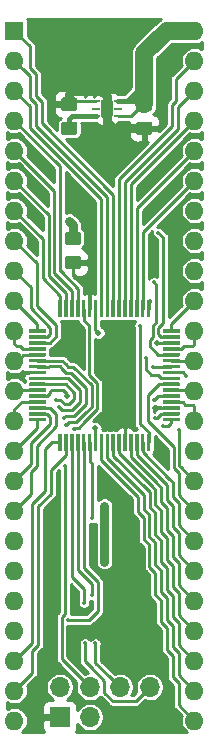
<source format=gbr>
G04 #@! TF.GenerationSoftware,KiCad,Pcbnew,(5.1.5)-3*
G04 #@! TF.CreationDate,2020-09-09T09:45:17-04:00*
G04 #@! TF.ProjectId,DIP48-XC9572XL,44495034-382d-4584-9339-353732584c2e,1*
G04 #@! TF.SameCoordinates,Original*
G04 #@! TF.FileFunction,Copper,L2,Bot*
G04 #@! TF.FilePolarity,Positive*
%FSLAX46Y46*%
G04 Gerber Fmt 4.6, Leading zero omitted, Abs format (unit mm)*
G04 Created by KiCad (PCBNEW (5.1.5)-3) date 2020-09-09 09:45:17*
%MOMM*%
%LPD*%
G04 APERTURE LIST*
%ADD10R,1.700000X1.700000*%
%ADD11O,1.700000X1.700000*%
%ADD12C,0.100000*%
%ADD13R,0.650000X0.280000*%
%ADD14R,1.600000X1.600000*%
%ADD15O,1.600000X1.600000*%
%ADD16C,0.500000*%
%ADD17C,0.350000*%
%ADD18C,0.439000*%
%ADD19C,0.295000*%
%ADD20C,1.500000*%
%ADD21C,0.800000*%
%ADD22C,0.650000*%
%ADD23C,0.234000*%
G04 APERTURE END LIST*
D10*
X85750400Y-105930700D03*
D11*
X85750400Y-103390700D03*
X88290400Y-105930700D03*
X88290400Y-103390700D03*
X90830400Y-103390700D03*
X93370400Y-103390700D03*
G04 #@! TA.AperFunction,SMDPad,CuDef*
D12*
G36*
X93375005Y-53455704D02*
G01*
X93399273Y-53459304D01*
X93423072Y-53465265D01*
X93446171Y-53473530D01*
X93468350Y-53484020D01*
X93489393Y-53496632D01*
X93509099Y-53511247D01*
X93527277Y-53527723D01*
X93543753Y-53545901D01*
X93558368Y-53565607D01*
X93570980Y-53586650D01*
X93581470Y-53608829D01*
X93589735Y-53631928D01*
X93595696Y-53655727D01*
X93599296Y-53679995D01*
X93600500Y-53704499D01*
X93600500Y-54354501D01*
X93599296Y-54379005D01*
X93595696Y-54403273D01*
X93589735Y-54427072D01*
X93581470Y-54450171D01*
X93570980Y-54472350D01*
X93558368Y-54493393D01*
X93543753Y-54513099D01*
X93527277Y-54531277D01*
X93509099Y-54547753D01*
X93489393Y-54562368D01*
X93468350Y-54574980D01*
X93446171Y-54585470D01*
X93423072Y-54593735D01*
X93399273Y-54599696D01*
X93375005Y-54603296D01*
X93350501Y-54604500D01*
X92450499Y-54604500D01*
X92425995Y-54603296D01*
X92401727Y-54599696D01*
X92377928Y-54593735D01*
X92354829Y-54585470D01*
X92332650Y-54574980D01*
X92311607Y-54562368D01*
X92291901Y-54547753D01*
X92273723Y-54531277D01*
X92257247Y-54513099D01*
X92242632Y-54493393D01*
X92230020Y-54472350D01*
X92219530Y-54450171D01*
X92211265Y-54427072D01*
X92205304Y-54403273D01*
X92201704Y-54379005D01*
X92200500Y-54354501D01*
X92200500Y-53704499D01*
X92201704Y-53679995D01*
X92205304Y-53655727D01*
X92211265Y-53631928D01*
X92219530Y-53608829D01*
X92230020Y-53586650D01*
X92242632Y-53565607D01*
X92257247Y-53545901D01*
X92273723Y-53527723D01*
X92291901Y-53511247D01*
X92311607Y-53496632D01*
X92332650Y-53484020D01*
X92354829Y-53473530D01*
X92377928Y-53465265D01*
X92401727Y-53459304D01*
X92425995Y-53455704D01*
X92450499Y-53454500D01*
X93350501Y-53454500D01*
X93375005Y-53455704D01*
G37*
G04 #@! TD.AperFunction*
G04 #@! TA.AperFunction,SMDPad,CuDef*
G36*
X93375005Y-55505704D02*
G01*
X93399273Y-55509304D01*
X93423072Y-55515265D01*
X93446171Y-55523530D01*
X93468350Y-55534020D01*
X93489393Y-55546632D01*
X93509099Y-55561247D01*
X93527277Y-55577723D01*
X93543753Y-55595901D01*
X93558368Y-55615607D01*
X93570980Y-55636650D01*
X93581470Y-55658829D01*
X93589735Y-55681928D01*
X93595696Y-55705727D01*
X93599296Y-55729995D01*
X93600500Y-55754499D01*
X93600500Y-56404501D01*
X93599296Y-56429005D01*
X93595696Y-56453273D01*
X93589735Y-56477072D01*
X93581470Y-56500171D01*
X93570980Y-56522350D01*
X93558368Y-56543393D01*
X93543753Y-56563099D01*
X93527277Y-56581277D01*
X93509099Y-56597753D01*
X93489393Y-56612368D01*
X93468350Y-56624980D01*
X93446171Y-56635470D01*
X93423072Y-56643735D01*
X93399273Y-56649696D01*
X93375005Y-56653296D01*
X93350501Y-56654500D01*
X92450499Y-56654500D01*
X92425995Y-56653296D01*
X92401727Y-56649696D01*
X92377928Y-56643735D01*
X92354829Y-56635470D01*
X92332650Y-56624980D01*
X92311607Y-56612368D01*
X92291901Y-56597753D01*
X92273723Y-56581277D01*
X92257247Y-56563099D01*
X92242632Y-56543393D01*
X92230020Y-56522350D01*
X92219530Y-56500171D01*
X92211265Y-56477072D01*
X92205304Y-56453273D01*
X92201704Y-56429005D01*
X92200500Y-56404501D01*
X92200500Y-55754499D01*
X92201704Y-55729995D01*
X92205304Y-55705727D01*
X92211265Y-55681928D01*
X92219530Y-55658829D01*
X92230020Y-55636650D01*
X92242632Y-55615607D01*
X92257247Y-55595901D01*
X92273723Y-55577723D01*
X92291901Y-55561247D01*
X92311607Y-55546632D01*
X92332650Y-55534020D01*
X92354829Y-55523530D01*
X92377928Y-55515265D01*
X92401727Y-55509304D01*
X92425995Y-55505704D01*
X92450499Y-55504500D01*
X93350501Y-55504500D01*
X93375005Y-55505704D01*
G37*
G04 #@! TD.AperFunction*
G04 #@! TA.AperFunction,SMDPad,CuDef*
G36*
X87025005Y-53455704D02*
G01*
X87049273Y-53459304D01*
X87073072Y-53465265D01*
X87096171Y-53473530D01*
X87118350Y-53484020D01*
X87139393Y-53496632D01*
X87159099Y-53511247D01*
X87177277Y-53527723D01*
X87193753Y-53545901D01*
X87208368Y-53565607D01*
X87220980Y-53586650D01*
X87231470Y-53608829D01*
X87239735Y-53631928D01*
X87245696Y-53655727D01*
X87249296Y-53679995D01*
X87250500Y-53704499D01*
X87250500Y-54354501D01*
X87249296Y-54379005D01*
X87245696Y-54403273D01*
X87239735Y-54427072D01*
X87231470Y-54450171D01*
X87220980Y-54472350D01*
X87208368Y-54493393D01*
X87193753Y-54513099D01*
X87177277Y-54531277D01*
X87159099Y-54547753D01*
X87139393Y-54562368D01*
X87118350Y-54574980D01*
X87096171Y-54585470D01*
X87073072Y-54593735D01*
X87049273Y-54599696D01*
X87025005Y-54603296D01*
X87000501Y-54604500D01*
X86100499Y-54604500D01*
X86075995Y-54603296D01*
X86051727Y-54599696D01*
X86027928Y-54593735D01*
X86004829Y-54585470D01*
X85982650Y-54574980D01*
X85961607Y-54562368D01*
X85941901Y-54547753D01*
X85923723Y-54531277D01*
X85907247Y-54513099D01*
X85892632Y-54493393D01*
X85880020Y-54472350D01*
X85869530Y-54450171D01*
X85861265Y-54427072D01*
X85855304Y-54403273D01*
X85851704Y-54379005D01*
X85850500Y-54354501D01*
X85850500Y-53704499D01*
X85851704Y-53679995D01*
X85855304Y-53655727D01*
X85861265Y-53631928D01*
X85869530Y-53608829D01*
X85880020Y-53586650D01*
X85892632Y-53565607D01*
X85907247Y-53545901D01*
X85923723Y-53527723D01*
X85941901Y-53511247D01*
X85961607Y-53496632D01*
X85982650Y-53484020D01*
X86004829Y-53473530D01*
X86027928Y-53465265D01*
X86051727Y-53459304D01*
X86075995Y-53455704D01*
X86100499Y-53454500D01*
X87000501Y-53454500D01*
X87025005Y-53455704D01*
G37*
G04 #@! TD.AperFunction*
G04 #@! TA.AperFunction,SMDPad,CuDef*
G36*
X87025005Y-55505704D02*
G01*
X87049273Y-55509304D01*
X87073072Y-55515265D01*
X87096171Y-55523530D01*
X87118350Y-55534020D01*
X87139393Y-55546632D01*
X87159099Y-55561247D01*
X87177277Y-55577723D01*
X87193753Y-55595901D01*
X87208368Y-55615607D01*
X87220980Y-55636650D01*
X87231470Y-55658829D01*
X87239735Y-55681928D01*
X87245696Y-55705727D01*
X87249296Y-55729995D01*
X87250500Y-55754499D01*
X87250500Y-56404501D01*
X87249296Y-56429005D01*
X87245696Y-56453273D01*
X87239735Y-56477072D01*
X87231470Y-56500171D01*
X87220980Y-56522350D01*
X87208368Y-56543393D01*
X87193753Y-56563099D01*
X87177277Y-56581277D01*
X87159099Y-56597753D01*
X87139393Y-56612368D01*
X87118350Y-56624980D01*
X87096171Y-56635470D01*
X87073072Y-56643735D01*
X87049273Y-56649696D01*
X87025005Y-56653296D01*
X87000501Y-56654500D01*
X86100499Y-56654500D01*
X86075995Y-56653296D01*
X86051727Y-56649696D01*
X86027928Y-56643735D01*
X86004829Y-56635470D01*
X85982650Y-56624980D01*
X85961607Y-56612368D01*
X85941901Y-56597753D01*
X85923723Y-56581277D01*
X85907247Y-56563099D01*
X85892632Y-56543393D01*
X85880020Y-56522350D01*
X85869530Y-56500171D01*
X85861265Y-56477072D01*
X85855304Y-56453273D01*
X85851704Y-56429005D01*
X85850500Y-56404501D01*
X85850500Y-55754499D01*
X85851704Y-55729995D01*
X85855304Y-55705727D01*
X85861265Y-55681928D01*
X85869530Y-55658829D01*
X85880020Y-55636650D01*
X85892632Y-55615607D01*
X85907247Y-55595901D01*
X85923723Y-55577723D01*
X85941901Y-55561247D01*
X85961607Y-55546632D01*
X85982650Y-55534020D01*
X86004829Y-55523530D01*
X86027928Y-55515265D01*
X86051727Y-55509304D01*
X86075995Y-55505704D01*
X86100499Y-55504500D01*
X87000501Y-55504500D01*
X87025005Y-55505704D01*
G37*
G04 #@! TD.AperFunction*
G04 #@! TA.AperFunction,SMDPad,CuDef*
G36*
X87342505Y-64822204D02*
G01*
X87366773Y-64825804D01*
X87390572Y-64831765D01*
X87413671Y-64840030D01*
X87435850Y-64850520D01*
X87456893Y-64863132D01*
X87476599Y-64877747D01*
X87494777Y-64894223D01*
X87511253Y-64912401D01*
X87525868Y-64932107D01*
X87538480Y-64953150D01*
X87548970Y-64975329D01*
X87557235Y-64998428D01*
X87563196Y-65022227D01*
X87566796Y-65046495D01*
X87568000Y-65070999D01*
X87568000Y-65721001D01*
X87566796Y-65745505D01*
X87563196Y-65769773D01*
X87557235Y-65793572D01*
X87548970Y-65816671D01*
X87538480Y-65838850D01*
X87525868Y-65859893D01*
X87511253Y-65879599D01*
X87494777Y-65897777D01*
X87476599Y-65914253D01*
X87456893Y-65928868D01*
X87435850Y-65941480D01*
X87413671Y-65951970D01*
X87390572Y-65960235D01*
X87366773Y-65966196D01*
X87342505Y-65969796D01*
X87318001Y-65971000D01*
X86417999Y-65971000D01*
X86393495Y-65969796D01*
X86369227Y-65966196D01*
X86345428Y-65960235D01*
X86322329Y-65951970D01*
X86300150Y-65941480D01*
X86279107Y-65928868D01*
X86259401Y-65914253D01*
X86241223Y-65897777D01*
X86224747Y-65879599D01*
X86210132Y-65859893D01*
X86197520Y-65838850D01*
X86187030Y-65816671D01*
X86178765Y-65793572D01*
X86172804Y-65769773D01*
X86169204Y-65745505D01*
X86168000Y-65721001D01*
X86168000Y-65070999D01*
X86169204Y-65046495D01*
X86172804Y-65022227D01*
X86178765Y-64998428D01*
X86187030Y-64975329D01*
X86197520Y-64953150D01*
X86210132Y-64932107D01*
X86224747Y-64912401D01*
X86241223Y-64894223D01*
X86259401Y-64877747D01*
X86279107Y-64863132D01*
X86300150Y-64850520D01*
X86322329Y-64840030D01*
X86345428Y-64831765D01*
X86369227Y-64825804D01*
X86393495Y-64822204D01*
X86417999Y-64821000D01*
X87318001Y-64821000D01*
X87342505Y-64822204D01*
G37*
G04 #@! TD.AperFunction*
G04 #@! TA.AperFunction,SMDPad,CuDef*
G36*
X87342505Y-66872204D02*
G01*
X87366773Y-66875804D01*
X87390572Y-66881765D01*
X87413671Y-66890030D01*
X87435850Y-66900520D01*
X87456893Y-66913132D01*
X87476599Y-66927747D01*
X87494777Y-66944223D01*
X87511253Y-66962401D01*
X87525868Y-66982107D01*
X87538480Y-67003150D01*
X87548970Y-67025329D01*
X87557235Y-67048428D01*
X87563196Y-67072227D01*
X87566796Y-67096495D01*
X87568000Y-67120999D01*
X87568000Y-67771001D01*
X87566796Y-67795505D01*
X87563196Y-67819773D01*
X87557235Y-67843572D01*
X87548970Y-67866671D01*
X87538480Y-67888850D01*
X87525868Y-67909893D01*
X87511253Y-67929599D01*
X87494777Y-67947777D01*
X87476599Y-67964253D01*
X87456893Y-67978868D01*
X87435850Y-67991480D01*
X87413671Y-68001970D01*
X87390572Y-68010235D01*
X87366773Y-68016196D01*
X87342505Y-68019796D01*
X87318001Y-68021000D01*
X86417999Y-68021000D01*
X86393495Y-68019796D01*
X86369227Y-68016196D01*
X86345428Y-68010235D01*
X86322329Y-68001970D01*
X86300150Y-67991480D01*
X86279107Y-67978868D01*
X86259401Y-67964253D01*
X86241223Y-67947777D01*
X86224747Y-67929599D01*
X86210132Y-67909893D01*
X86197520Y-67888850D01*
X86187030Y-67866671D01*
X86178765Y-67843572D01*
X86172804Y-67819773D01*
X86169204Y-67795505D01*
X86168000Y-67771001D01*
X86168000Y-67120999D01*
X86169204Y-67096495D01*
X86172804Y-67072227D01*
X86178765Y-67048428D01*
X86187030Y-67025329D01*
X86197520Y-67003150D01*
X86210132Y-66982107D01*
X86224747Y-66962401D01*
X86241223Y-66944223D01*
X86259401Y-66927747D01*
X86279107Y-66913132D01*
X86300150Y-66900520D01*
X86322329Y-66890030D01*
X86345428Y-66881765D01*
X86369227Y-66875804D01*
X86393495Y-66872204D01*
X86417999Y-66871000D01*
X87318001Y-66871000D01*
X87342505Y-66872204D01*
G37*
G04 #@! TD.AperFunction*
D13*
X88775500Y-55069500D03*
X88775500Y-54419500D03*
X88775500Y-53769500D03*
X90675500Y-53769500D03*
X90675500Y-54419500D03*
X90675500Y-55069500D03*
G04 #@! TA.AperFunction,SMDPad,CuDef*
D12*
G36*
X90000004Y-53620704D02*
G01*
X90024273Y-53624304D01*
X90048071Y-53630265D01*
X90071171Y-53638530D01*
X90093349Y-53649020D01*
X90114393Y-53661633D01*
X90134098Y-53676247D01*
X90152277Y-53692723D01*
X90168753Y-53710902D01*
X90183367Y-53730607D01*
X90195980Y-53751651D01*
X90206470Y-53773829D01*
X90214735Y-53796929D01*
X90220696Y-53820727D01*
X90224296Y-53844996D01*
X90225500Y-53869500D01*
X90225500Y-54969500D01*
X90224296Y-54994004D01*
X90220696Y-55018273D01*
X90214735Y-55042071D01*
X90206470Y-55065171D01*
X90195980Y-55087349D01*
X90183367Y-55108393D01*
X90168753Y-55128098D01*
X90152277Y-55146277D01*
X90134098Y-55162753D01*
X90114393Y-55177367D01*
X90093349Y-55189980D01*
X90071171Y-55200470D01*
X90048071Y-55208735D01*
X90024273Y-55214696D01*
X90000004Y-55218296D01*
X89975500Y-55219500D01*
X89475500Y-55219500D01*
X89450996Y-55218296D01*
X89426727Y-55214696D01*
X89402929Y-55208735D01*
X89379829Y-55200470D01*
X89357651Y-55189980D01*
X89336607Y-55177367D01*
X89316902Y-55162753D01*
X89298723Y-55146277D01*
X89282247Y-55128098D01*
X89267633Y-55108393D01*
X89255020Y-55087349D01*
X89244530Y-55065171D01*
X89236265Y-55042071D01*
X89230304Y-55018273D01*
X89226704Y-54994004D01*
X89225500Y-54969500D01*
X89225500Y-53869500D01*
X89226704Y-53844996D01*
X89230304Y-53820727D01*
X89236265Y-53796929D01*
X89244530Y-53773829D01*
X89255020Y-53751651D01*
X89267633Y-53730607D01*
X89282247Y-53710902D01*
X89298723Y-53692723D01*
X89316902Y-53676247D01*
X89336607Y-53661633D01*
X89357651Y-53649020D01*
X89379829Y-53638530D01*
X89402929Y-53630265D01*
X89426727Y-53624304D01*
X89450996Y-53620704D01*
X89475500Y-53619500D01*
X89975500Y-53619500D01*
X90000004Y-53620704D01*
G37*
G04 #@! TD.AperFunction*
G04 #@! TA.AperFunction,SMDPad,CuDef*
G36*
X95854651Y-73100461D02*
G01*
X95861932Y-73101541D01*
X95869071Y-73103329D01*
X95876001Y-73105809D01*
X95882655Y-73108956D01*
X95888968Y-73112740D01*
X95894879Y-73117124D01*
X95900333Y-73122067D01*
X95905276Y-73127521D01*
X95909660Y-73133432D01*
X95913444Y-73139745D01*
X95916591Y-73146399D01*
X95919071Y-73153329D01*
X95920859Y-73160468D01*
X95921939Y-73167749D01*
X95922300Y-73175100D01*
X95922300Y-73325100D01*
X95921939Y-73332451D01*
X95920859Y-73339732D01*
X95919071Y-73346871D01*
X95916591Y-73353801D01*
X95913444Y-73360455D01*
X95909660Y-73366768D01*
X95905276Y-73372679D01*
X95900333Y-73378133D01*
X95894879Y-73383076D01*
X95888968Y-73387460D01*
X95882655Y-73391244D01*
X95876001Y-73394391D01*
X95869071Y-73396871D01*
X95861932Y-73398659D01*
X95854651Y-73399739D01*
X95847300Y-73400100D01*
X94522300Y-73400100D01*
X94514949Y-73399739D01*
X94507668Y-73398659D01*
X94500529Y-73396871D01*
X94493599Y-73394391D01*
X94486945Y-73391244D01*
X94480632Y-73387460D01*
X94474721Y-73383076D01*
X94469267Y-73378133D01*
X94464324Y-73372679D01*
X94459940Y-73366768D01*
X94456156Y-73360455D01*
X94453009Y-73353801D01*
X94450529Y-73346871D01*
X94448741Y-73339732D01*
X94447661Y-73332451D01*
X94447300Y-73325100D01*
X94447300Y-73175100D01*
X94447661Y-73167749D01*
X94448741Y-73160468D01*
X94450529Y-73153329D01*
X94453009Y-73146399D01*
X94456156Y-73139745D01*
X94459940Y-73133432D01*
X94464324Y-73127521D01*
X94469267Y-73122067D01*
X94474721Y-73117124D01*
X94480632Y-73112740D01*
X94486945Y-73108956D01*
X94493599Y-73105809D01*
X94500529Y-73103329D01*
X94507668Y-73101541D01*
X94514949Y-73100461D01*
X94522300Y-73100100D01*
X95847300Y-73100100D01*
X95854651Y-73100461D01*
G37*
G04 #@! TD.AperFunction*
G04 #@! TA.AperFunction,SMDPad,CuDef*
G36*
X95854651Y-73600461D02*
G01*
X95861932Y-73601541D01*
X95869071Y-73603329D01*
X95876001Y-73605809D01*
X95882655Y-73608956D01*
X95888968Y-73612740D01*
X95894879Y-73617124D01*
X95900333Y-73622067D01*
X95905276Y-73627521D01*
X95909660Y-73633432D01*
X95913444Y-73639745D01*
X95916591Y-73646399D01*
X95919071Y-73653329D01*
X95920859Y-73660468D01*
X95921939Y-73667749D01*
X95922300Y-73675100D01*
X95922300Y-73825100D01*
X95921939Y-73832451D01*
X95920859Y-73839732D01*
X95919071Y-73846871D01*
X95916591Y-73853801D01*
X95913444Y-73860455D01*
X95909660Y-73866768D01*
X95905276Y-73872679D01*
X95900333Y-73878133D01*
X95894879Y-73883076D01*
X95888968Y-73887460D01*
X95882655Y-73891244D01*
X95876001Y-73894391D01*
X95869071Y-73896871D01*
X95861932Y-73898659D01*
X95854651Y-73899739D01*
X95847300Y-73900100D01*
X94522300Y-73900100D01*
X94514949Y-73899739D01*
X94507668Y-73898659D01*
X94500529Y-73896871D01*
X94493599Y-73894391D01*
X94486945Y-73891244D01*
X94480632Y-73887460D01*
X94474721Y-73883076D01*
X94469267Y-73878133D01*
X94464324Y-73872679D01*
X94459940Y-73866768D01*
X94456156Y-73860455D01*
X94453009Y-73853801D01*
X94450529Y-73846871D01*
X94448741Y-73839732D01*
X94447661Y-73832451D01*
X94447300Y-73825100D01*
X94447300Y-73675100D01*
X94447661Y-73667749D01*
X94448741Y-73660468D01*
X94450529Y-73653329D01*
X94453009Y-73646399D01*
X94456156Y-73639745D01*
X94459940Y-73633432D01*
X94464324Y-73627521D01*
X94469267Y-73622067D01*
X94474721Y-73617124D01*
X94480632Y-73612740D01*
X94486945Y-73608956D01*
X94493599Y-73605809D01*
X94500529Y-73603329D01*
X94507668Y-73601541D01*
X94514949Y-73600461D01*
X94522300Y-73600100D01*
X95847300Y-73600100D01*
X95854651Y-73600461D01*
G37*
G04 #@! TD.AperFunction*
G04 #@! TA.AperFunction,SMDPad,CuDef*
G36*
X95854651Y-74100461D02*
G01*
X95861932Y-74101541D01*
X95869071Y-74103329D01*
X95876001Y-74105809D01*
X95882655Y-74108956D01*
X95888968Y-74112740D01*
X95894879Y-74117124D01*
X95900333Y-74122067D01*
X95905276Y-74127521D01*
X95909660Y-74133432D01*
X95913444Y-74139745D01*
X95916591Y-74146399D01*
X95919071Y-74153329D01*
X95920859Y-74160468D01*
X95921939Y-74167749D01*
X95922300Y-74175100D01*
X95922300Y-74325100D01*
X95921939Y-74332451D01*
X95920859Y-74339732D01*
X95919071Y-74346871D01*
X95916591Y-74353801D01*
X95913444Y-74360455D01*
X95909660Y-74366768D01*
X95905276Y-74372679D01*
X95900333Y-74378133D01*
X95894879Y-74383076D01*
X95888968Y-74387460D01*
X95882655Y-74391244D01*
X95876001Y-74394391D01*
X95869071Y-74396871D01*
X95861932Y-74398659D01*
X95854651Y-74399739D01*
X95847300Y-74400100D01*
X94522300Y-74400100D01*
X94514949Y-74399739D01*
X94507668Y-74398659D01*
X94500529Y-74396871D01*
X94493599Y-74394391D01*
X94486945Y-74391244D01*
X94480632Y-74387460D01*
X94474721Y-74383076D01*
X94469267Y-74378133D01*
X94464324Y-74372679D01*
X94459940Y-74366768D01*
X94456156Y-74360455D01*
X94453009Y-74353801D01*
X94450529Y-74346871D01*
X94448741Y-74339732D01*
X94447661Y-74332451D01*
X94447300Y-74325100D01*
X94447300Y-74175100D01*
X94447661Y-74167749D01*
X94448741Y-74160468D01*
X94450529Y-74153329D01*
X94453009Y-74146399D01*
X94456156Y-74139745D01*
X94459940Y-74133432D01*
X94464324Y-74127521D01*
X94469267Y-74122067D01*
X94474721Y-74117124D01*
X94480632Y-74112740D01*
X94486945Y-74108956D01*
X94493599Y-74105809D01*
X94500529Y-74103329D01*
X94507668Y-74101541D01*
X94514949Y-74100461D01*
X94522300Y-74100100D01*
X95847300Y-74100100D01*
X95854651Y-74100461D01*
G37*
G04 #@! TD.AperFunction*
G04 #@! TA.AperFunction,SMDPad,CuDef*
G36*
X95854651Y-74600461D02*
G01*
X95861932Y-74601541D01*
X95869071Y-74603329D01*
X95876001Y-74605809D01*
X95882655Y-74608956D01*
X95888968Y-74612740D01*
X95894879Y-74617124D01*
X95900333Y-74622067D01*
X95905276Y-74627521D01*
X95909660Y-74633432D01*
X95913444Y-74639745D01*
X95916591Y-74646399D01*
X95919071Y-74653329D01*
X95920859Y-74660468D01*
X95921939Y-74667749D01*
X95922300Y-74675100D01*
X95922300Y-74825100D01*
X95921939Y-74832451D01*
X95920859Y-74839732D01*
X95919071Y-74846871D01*
X95916591Y-74853801D01*
X95913444Y-74860455D01*
X95909660Y-74866768D01*
X95905276Y-74872679D01*
X95900333Y-74878133D01*
X95894879Y-74883076D01*
X95888968Y-74887460D01*
X95882655Y-74891244D01*
X95876001Y-74894391D01*
X95869071Y-74896871D01*
X95861932Y-74898659D01*
X95854651Y-74899739D01*
X95847300Y-74900100D01*
X94522300Y-74900100D01*
X94514949Y-74899739D01*
X94507668Y-74898659D01*
X94500529Y-74896871D01*
X94493599Y-74894391D01*
X94486945Y-74891244D01*
X94480632Y-74887460D01*
X94474721Y-74883076D01*
X94469267Y-74878133D01*
X94464324Y-74872679D01*
X94459940Y-74866768D01*
X94456156Y-74860455D01*
X94453009Y-74853801D01*
X94450529Y-74846871D01*
X94448741Y-74839732D01*
X94447661Y-74832451D01*
X94447300Y-74825100D01*
X94447300Y-74675100D01*
X94447661Y-74667749D01*
X94448741Y-74660468D01*
X94450529Y-74653329D01*
X94453009Y-74646399D01*
X94456156Y-74639745D01*
X94459940Y-74633432D01*
X94464324Y-74627521D01*
X94469267Y-74622067D01*
X94474721Y-74617124D01*
X94480632Y-74612740D01*
X94486945Y-74608956D01*
X94493599Y-74605809D01*
X94500529Y-74603329D01*
X94507668Y-74601541D01*
X94514949Y-74600461D01*
X94522300Y-74600100D01*
X95847300Y-74600100D01*
X95854651Y-74600461D01*
G37*
G04 #@! TD.AperFunction*
G04 #@! TA.AperFunction,SMDPad,CuDef*
G36*
X95854651Y-75100461D02*
G01*
X95861932Y-75101541D01*
X95869071Y-75103329D01*
X95876001Y-75105809D01*
X95882655Y-75108956D01*
X95888968Y-75112740D01*
X95894879Y-75117124D01*
X95900333Y-75122067D01*
X95905276Y-75127521D01*
X95909660Y-75133432D01*
X95913444Y-75139745D01*
X95916591Y-75146399D01*
X95919071Y-75153329D01*
X95920859Y-75160468D01*
X95921939Y-75167749D01*
X95922300Y-75175100D01*
X95922300Y-75325100D01*
X95921939Y-75332451D01*
X95920859Y-75339732D01*
X95919071Y-75346871D01*
X95916591Y-75353801D01*
X95913444Y-75360455D01*
X95909660Y-75366768D01*
X95905276Y-75372679D01*
X95900333Y-75378133D01*
X95894879Y-75383076D01*
X95888968Y-75387460D01*
X95882655Y-75391244D01*
X95876001Y-75394391D01*
X95869071Y-75396871D01*
X95861932Y-75398659D01*
X95854651Y-75399739D01*
X95847300Y-75400100D01*
X94522300Y-75400100D01*
X94514949Y-75399739D01*
X94507668Y-75398659D01*
X94500529Y-75396871D01*
X94493599Y-75394391D01*
X94486945Y-75391244D01*
X94480632Y-75387460D01*
X94474721Y-75383076D01*
X94469267Y-75378133D01*
X94464324Y-75372679D01*
X94459940Y-75366768D01*
X94456156Y-75360455D01*
X94453009Y-75353801D01*
X94450529Y-75346871D01*
X94448741Y-75339732D01*
X94447661Y-75332451D01*
X94447300Y-75325100D01*
X94447300Y-75175100D01*
X94447661Y-75167749D01*
X94448741Y-75160468D01*
X94450529Y-75153329D01*
X94453009Y-75146399D01*
X94456156Y-75139745D01*
X94459940Y-75133432D01*
X94464324Y-75127521D01*
X94469267Y-75122067D01*
X94474721Y-75117124D01*
X94480632Y-75112740D01*
X94486945Y-75108956D01*
X94493599Y-75105809D01*
X94500529Y-75103329D01*
X94507668Y-75101541D01*
X94514949Y-75100461D01*
X94522300Y-75100100D01*
X95847300Y-75100100D01*
X95854651Y-75100461D01*
G37*
G04 #@! TD.AperFunction*
G04 #@! TA.AperFunction,SMDPad,CuDef*
G36*
X95854651Y-75600461D02*
G01*
X95861932Y-75601541D01*
X95869071Y-75603329D01*
X95876001Y-75605809D01*
X95882655Y-75608956D01*
X95888968Y-75612740D01*
X95894879Y-75617124D01*
X95900333Y-75622067D01*
X95905276Y-75627521D01*
X95909660Y-75633432D01*
X95913444Y-75639745D01*
X95916591Y-75646399D01*
X95919071Y-75653329D01*
X95920859Y-75660468D01*
X95921939Y-75667749D01*
X95922300Y-75675100D01*
X95922300Y-75825100D01*
X95921939Y-75832451D01*
X95920859Y-75839732D01*
X95919071Y-75846871D01*
X95916591Y-75853801D01*
X95913444Y-75860455D01*
X95909660Y-75866768D01*
X95905276Y-75872679D01*
X95900333Y-75878133D01*
X95894879Y-75883076D01*
X95888968Y-75887460D01*
X95882655Y-75891244D01*
X95876001Y-75894391D01*
X95869071Y-75896871D01*
X95861932Y-75898659D01*
X95854651Y-75899739D01*
X95847300Y-75900100D01*
X94522300Y-75900100D01*
X94514949Y-75899739D01*
X94507668Y-75898659D01*
X94500529Y-75896871D01*
X94493599Y-75894391D01*
X94486945Y-75891244D01*
X94480632Y-75887460D01*
X94474721Y-75883076D01*
X94469267Y-75878133D01*
X94464324Y-75872679D01*
X94459940Y-75866768D01*
X94456156Y-75860455D01*
X94453009Y-75853801D01*
X94450529Y-75846871D01*
X94448741Y-75839732D01*
X94447661Y-75832451D01*
X94447300Y-75825100D01*
X94447300Y-75675100D01*
X94447661Y-75667749D01*
X94448741Y-75660468D01*
X94450529Y-75653329D01*
X94453009Y-75646399D01*
X94456156Y-75639745D01*
X94459940Y-75633432D01*
X94464324Y-75627521D01*
X94469267Y-75622067D01*
X94474721Y-75617124D01*
X94480632Y-75612740D01*
X94486945Y-75608956D01*
X94493599Y-75605809D01*
X94500529Y-75603329D01*
X94507668Y-75601541D01*
X94514949Y-75600461D01*
X94522300Y-75600100D01*
X95847300Y-75600100D01*
X95854651Y-75600461D01*
G37*
G04 #@! TD.AperFunction*
G04 #@! TA.AperFunction,SMDPad,CuDef*
G36*
X95854651Y-76100461D02*
G01*
X95861932Y-76101541D01*
X95869071Y-76103329D01*
X95876001Y-76105809D01*
X95882655Y-76108956D01*
X95888968Y-76112740D01*
X95894879Y-76117124D01*
X95900333Y-76122067D01*
X95905276Y-76127521D01*
X95909660Y-76133432D01*
X95913444Y-76139745D01*
X95916591Y-76146399D01*
X95919071Y-76153329D01*
X95920859Y-76160468D01*
X95921939Y-76167749D01*
X95922300Y-76175100D01*
X95922300Y-76325100D01*
X95921939Y-76332451D01*
X95920859Y-76339732D01*
X95919071Y-76346871D01*
X95916591Y-76353801D01*
X95913444Y-76360455D01*
X95909660Y-76366768D01*
X95905276Y-76372679D01*
X95900333Y-76378133D01*
X95894879Y-76383076D01*
X95888968Y-76387460D01*
X95882655Y-76391244D01*
X95876001Y-76394391D01*
X95869071Y-76396871D01*
X95861932Y-76398659D01*
X95854651Y-76399739D01*
X95847300Y-76400100D01*
X94522300Y-76400100D01*
X94514949Y-76399739D01*
X94507668Y-76398659D01*
X94500529Y-76396871D01*
X94493599Y-76394391D01*
X94486945Y-76391244D01*
X94480632Y-76387460D01*
X94474721Y-76383076D01*
X94469267Y-76378133D01*
X94464324Y-76372679D01*
X94459940Y-76366768D01*
X94456156Y-76360455D01*
X94453009Y-76353801D01*
X94450529Y-76346871D01*
X94448741Y-76339732D01*
X94447661Y-76332451D01*
X94447300Y-76325100D01*
X94447300Y-76175100D01*
X94447661Y-76167749D01*
X94448741Y-76160468D01*
X94450529Y-76153329D01*
X94453009Y-76146399D01*
X94456156Y-76139745D01*
X94459940Y-76133432D01*
X94464324Y-76127521D01*
X94469267Y-76122067D01*
X94474721Y-76117124D01*
X94480632Y-76112740D01*
X94486945Y-76108956D01*
X94493599Y-76105809D01*
X94500529Y-76103329D01*
X94507668Y-76101541D01*
X94514949Y-76100461D01*
X94522300Y-76100100D01*
X95847300Y-76100100D01*
X95854651Y-76100461D01*
G37*
G04 #@! TD.AperFunction*
G04 #@! TA.AperFunction,SMDPad,CuDef*
G36*
X95854651Y-76600461D02*
G01*
X95861932Y-76601541D01*
X95869071Y-76603329D01*
X95876001Y-76605809D01*
X95882655Y-76608956D01*
X95888968Y-76612740D01*
X95894879Y-76617124D01*
X95900333Y-76622067D01*
X95905276Y-76627521D01*
X95909660Y-76633432D01*
X95913444Y-76639745D01*
X95916591Y-76646399D01*
X95919071Y-76653329D01*
X95920859Y-76660468D01*
X95921939Y-76667749D01*
X95922300Y-76675100D01*
X95922300Y-76825100D01*
X95921939Y-76832451D01*
X95920859Y-76839732D01*
X95919071Y-76846871D01*
X95916591Y-76853801D01*
X95913444Y-76860455D01*
X95909660Y-76866768D01*
X95905276Y-76872679D01*
X95900333Y-76878133D01*
X95894879Y-76883076D01*
X95888968Y-76887460D01*
X95882655Y-76891244D01*
X95876001Y-76894391D01*
X95869071Y-76896871D01*
X95861932Y-76898659D01*
X95854651Y-76899739D01*
X95847300Y-76900100D01*
X94522300Y-76900100D01*
X94514949Y-76899739D01*
X94507668Y-76898659D01*
X94500529Y-76896871D01*
X94493599Y-76894391D01*
X94486945Y-76891244D01*
X94480632Y-76887460D01*
X94474721Y-76883076D01*
X94469267Y-76878133D01*
X94464324Y-76872679D01*
X94459940Y-76866768D01*
X94456156Y-76860455D01*
X94453009Y-76853801D01*
X94450529Y-76846871D01*
X94448741Y-76839732D01*
X94447661Y-76832451D01*
X94447300Y-76825100D01*
X94447300Y-76675100D01*
X94447661Y-76667749D01*
X94448741Y-76660468D01*
X94450529Y-76653329D01*
X94453009Y-76646399D01*
X94456156Y-76639745D01*
X94459940Y-76633432D01*
X94464324Y-76627521D01*
X94469267Y-76622067D01*
X94474721Y-76617124D01*
X94480632Y-76612740D01*
X94486945Y-76608956D01*
X94493599Y-76605809D01*
X94500529Y-76603329D01*
X94507668Y-76601541D01*
X94514949Y-76600461D01*
X94522300Y-76600100D01*
X95847300Y-76600100D01*
X95854651Y-76600461D01*
G37*
G04 #@! TD.AperFunction*
G04 #@! TA.AperFunction,SMDPad,CuDef*
G36*
X95854651Y-77100461D02*
G01*
X95861932Y-77101541D01*
X95869071Y-77103329D01*
X95876001Y-77105809D01*
X95882655Y-77108956D01*
X95888968Y-77112740D01*
X95894879Y-77117124D01*
X95900333Y-77122067D01*
X95905276Y-77127521D01*
X95909660Y-77133432D01*
X95913444Y-77139745D01*
X95916591Y-77146399D01*
X95919071Y-77153329D01*
X95920859Y-77160468D01*
X95921939Y-77167749D01*
X95922300Y-77175100D01*
X95922300Y-77325100D01*
X95921939Y-77332451D01*
X95920859Y-77339732D01*
X95919071Y-77346871D01*
X95916591Y-77353801D01*
X95913444Y-77360455D01*
X95909660Y-77366768D01*
X95905276Y-77372679D01*
X95900333Y-77378133D01*
X95894879Y-77383076D01*
X95888968Y-77387460D01*
X95882655Y-77391244D01*
X95876001Y-77394391D01*
X95869071Y-77396871D01*
X95861932Y-77398659D01*
X95854651Y-77399739D01*
X95847300Y-77400100D01*
X94522300Y-77400100D01*
X94514949Y-77399739D01*
X94507668Y-77398659D01*
X94500529Y-77396871D01*
X94493599Y-77394391D01*
X94486945Y-77391244D01*
X94480632Y-77387460D01*
X94474721Y-77383076D01*
X94469267Y-77378133D01*
X94464324Y-77372679D01*
X94459940Y-77366768D01*
X94456156Y-77360455D01*
X94453009Y-77353801D01*
X94450529Y-77346871D01*
X94448741Y-77339732D01*
X94447661Y-77332451D01*
X94447300Y-77325100D01*
X94447300Y-77175100D01*
X94447661Y-77167749D01*
X94448741Y-77160468D01*
X94450529Y-77153329D01*
X94453009Y-77146399D01*
X94456156Y-77139745D01*
X94459940Y-77133432D01*
X94464324Y-77127521D01*
X94469267Y-77122067D01*
X94474721Y-77117124D01*
X94480632Y-77112740D01*
X94486945Y-77108956D01*
X94493599Y-77105809D01*
X94500529Y-77103329D01*
X94507668Y-77101541D01*
X94514949Y-77100461D01*
X94522300Y-77100100D01*
X95847300Y-77100100D01*
X95854651Y-77100461D01*
G37*
G04 #@! TD.AperFunction*
G04 #@! TA.AperFunction,SMDPad,CuDef*
G36*
X95854651Y-77600461D02*
G01*
X95861932Y-77601541D01*
X95869071Y-77603329D01*
X95876001Y-77605809D01*
X95882655Y-77608956D01*
X95888968Y-77612740D01*
X95894879Y-77617124D01*
X95900333Y-77622067D01*
X95905276Y-77627521D01*
X95909660Y-77633432D01*
X95913444Y-77639745D01*
X95916591Y-77646399D01*
X95919071Y-77653329D01*
X95920859Y-77660468D01*
X95921939Y-77667749D01*
X95922300Y-77675100D01*
X95922300Y-77825100D01*
X95921939Y-77832451D01*
X95920859Y-77839732D01*
X95919071Y-77846871D01*
X95916591Y-77853801D01*
X95913444Y-77860455D01*
X95909660Y-77866768D01*
X95905276Y-77872679D01*
X95900333Y-77878133D01*
X95894879Y-77883076D01*
X95888968Y-77887460D01*
X95882655Y-77891244D01*
X95876001Y-77894391D01*
X95869071Y-77896871D01*
X95861932Y-77898659D01*
X95854651Y-77899739D01*
X95847300Y-77900100D01*
X94522300Y-77900100D01*
X94514949Y-77899739D01*
X94507668Y-77898659D01*
X94500529Y-77896871D01*
X94493599Y-77894391D01*
X94486945Y-77891244D01*
X94480632Y-77887460D01*
X94474721Y-77883076D01*
X94469267Y-77878133D01*
X94464324Y-77872679D01*
X94459940Y-77866768D01*
X94456156Y-77860455D01*
X94453009Y-77853801D01*
X94450529Y-77846871D01*
X94448741Y-77839732D01*
X94447661Y-77832451D01*
X94447300Y-77825100D01*
X94447300Y-77675100D01*
X94447661Y-77667749D01*
X94448741Y-77660468D01*
X94450529Y-77653329D01*
X94453009Y-77646399D01*
X94456156Y-77639745D01*
X94459940Y-77633432D01*
X94464324Y-77627521D01*
X94469267Y-77622067D01*
X94474721Y-77617124D01*
X94480632Y-77612740D01*
X94486945Y-77608956D01*
X94493599Y-77605809D01*
X94500529Y-77603329D01*
X94507668Y-77601541D01*
X94514949Y-77600461D01*
X94522300Y-77600100D01*
X95847300Y-77600100D01*
X95854651Y-77600461D01*
G37*
G04 #@! TD.AperFunction*
G04 #@! TA.AperFunction,SMDPad,CuDef*
G36*
X95854651Y-78100461D02*
G01*
X95861932Y-78101541D01*
X95869071Y-78103329D01*
X95876001Y-78105809D01*
X95882655Y-78108956D01*
X95888968Y-78112740D01*
X95894879Y-78117124D01*
X95900333Y-78122067D01*
X95905276Y-78127521D01*
X95909660Y-78133432D01*
X95913444Y-78139745D01*
X95916591Y-78146399D01*
X95919071Y-78153329D01*
X95920859Y-78160468D01*
X95921939Y-78167749D01*
X95922300Y-78175100D01*
X95922300Y-78325100D01*
X95921939Y-78332451D01*
X95920859Y-78339732D01*
X95919071Y-78346871D01*
X95916591Y-78353801D01*
X95913444Y-78360455D01*
X95909660Y-78366768D01*
X95905276Y-78372679D01*
X95900333Y-78378133D01*
X95894879Y-78383076D01*
X95888968Y-78387460D01*
X95882655Y-78391244D01*
X95876001Y-78394391D01*
X95869071Y-78396871D01*
X95861932Y-78398659D01*
X95854651Y-78399739D01*
X95847300Y-78400100D01*
X94522300Y-78400100D01*
X94514949Y-78399739D01*
X94507668Y-78398659D01*
X94500529Y-78396871D01*
X94493599Y-78394391D01*
X94486945Y-78391244D01*
X94480632Y-78387460D01*
X94474721Y-78383076D01*
X94469267Y-78378133D01*
X94464324Y-78372679D01*
X94459940Y-78366768D01*
X94456156Y-78360455D01*
X94453009Y-78353801D01*
X94450529Y-78346871D01*
X94448741Y-78339732D01*
X94447661Y-78332451D01*
X94447300Y-78325100D01*
X94447300Y-78175100D01*
X94447661Y-78167749D01*
X94448741Y-78160468D01*
X94450529Y-78153329D01*
X94453009Y-78146399D01*
X94456156Y-78139745D01*
X94459940Y-78133432D01*
X94464324Y-78127521D01*
X94469267Y-78122067D01*
X94474721Y-78117124D01*
X94480632Y-78112740D01*
X94486945Y-78108956D01*
X94493599Y-78105809D01*
X94500529Y-78103329D01*
X94507668Y-78101541D01*
X94514949Y-78100461D01*
X94522300Y-78100100D01*
X95847300Y-78100100D01*
X95854651Y-78100461D01*
G37*
G04 #@! TD.AperFunction*
G04 #@! TA.AperFunction,SMDPad,CuDef*
G36*
X95854651Y-78600461D02*
G01*
X95861932Y-78601541D01*
X95869071Y-78603329D01*
X95876001Y-78605809D01*
X95882655Y-78608956D01*
X95888968Y-78612740D01*
X95894879Y-78617124D01*
X95900333Y-78622067D01*
X95905276Y-78627521D01*
X95909660Y-78633432D01*
X95913444Y-78639745D01*
X95916591Y-78646399D01*
X95919071Y-78653329D01*
X95920859Y-78660468D01*
X95921939Y-78667749D01*
X95922300Y-78675100D01*
X95922300Y-78825100D01*
X95921939Y-78832451D01*
X95920859Y-78839732D01*
X95919071Y-78846871D01*
X95916591Y-78853801D01*
X95913444Y-78860455D01*
X95909660Y-78866768D01*
X95905276Y-78872679D01*
X95900333Y-78878133D01*
X95894879Y-78883076D01*
X95888968Y-78887460D01*
X95882655Y-78891244D01*
X95876001Y-78894391D01*
X95869071Y-78896871D01*
X95861932Y-78898659D01*
X95854651Y-78899739D01*
X95847300Y-78900100D01*
X94522300Y-78900100D01*
X94514949Y-78899739D01*
X94507668Y-78898659D01*
X94500529Y-78896871D01*
X94493599Y-78894391D01*
X94486945Y-78891244D01*
X94480632Y-78887460D01*
X94474721Y-78883076D01*
X94469267Y-78878133D01*
X94464324Y-78872679D01*
X94459940Y-78866768D01*
X94456156Y-78860455D01*
X94453009Y-78853801D01*
X94450529Y-78846871D01*
X94448741Y-78839732D01*
X94447661Y-78832451D01*
X94447300Y-78825100D01*
X94447300Y-78675100D01*
X94447661Y-78667749D01*
X94448741Y-78660468D01*
X94450529Y-78653329D01*
X94453009Y-78646399D01*
X94456156Y-78639745D01*
X94459940Y-78633432D01*
X94464324Y-78627521D01*
X94469267Y-78622067D01*
X94474721Y-78617124D01*
X94480632Y-78612740D01*
X94486945Y-78608956D01*
X94493599Y-78605809D01*
X94500529Y-78603329D01*
X94507668Y-78601541D01*
X94514949Y-78600461D01*
X94522300Y-78600100D01*
X95847300Y-78600100D01*
X95854651Y-78600461D01*
G37*
G04 #@! TD.AperFunction*
G04 #@! TA.AperFunction,SMDPad,CuDef*
G36*
X95854651Y-79100461D02*
G01*
X95861932Y-79101541D01*
X95869071Y-79103329D01*
X95876001Y-79105809D01*
X95882655Y-79108956D01*
X95888968Y-79112740D01*
X95894879Y-79117124D01*
X95900333Y-79122067D01*
X95905276Y-79127521D01*
X95909660Y-79133432D01*
X95913444Y-79139745D01*
X95916591Y-79146399D01*
X95919071Y-79153329D01*
X95920859Y-79160468D01*
X95921939Y-79167749D01*
X95922300Y-79175100D01*
X95922300Y-79325100D01*
X95921939Y-79332451D01*
X95920859Y-79339732D01*
X95919071Y-79346871D01*
X95916591Y-79353801D01*
X95913444Y-79360455D01*
X95909660Y-79366768D01*
X95905276Y-79372679D01*
X95900333Y-79378133D01*
X95894879Y-79383076D01*
X95888968Y-79387460D01*
X95882655Y-79391244D01*
X95876001Y-79394391D01*
X95869071Y-79396871D01*
X95861932Y-79398659D01*
X95854651Y-79399739D01*
X95847300Y-79400100D01*
X94522300Y-79400100D01*
X94514949Y-79399739D01*
X94507668Y-79398659D01*
X94500529Y-79396871D01*
X94493599Y-79394391D01*
X94486945Y-79391244D01*
X94480632Y-79387460D01*
X94474721Y-79383076D01*
X94469267Y-79378133D01*
X94464324Y-79372679D01*
X94459940Y-79366768D01*
X94456156Y-79360455D01*
X94453009Y-79353801D01*
X94450529Y-79346871D01*
X94448741Y-79339732D01*
X94447661Y-79332451D01*
X94447300Y-79325100D01*
X94447300Y-79175100D01*
X94447661Y-79167749D01*
X94448741Y-79160468D01*
X94450529Y-79153329D01*
X94453009Y-79146399D01*
X94456156Y-79139745D01*
X94459940Y-79133432D01*
X94464324Y-79127521D01*
X94469267Y-79122067D01*
X94474721Y-79117124D01*
X94480632Y-79112740D01*
X94486945Y-79108956D01*
X94493599Y-79105809D01*
X94500529Y-79103329D01*
X94507668Y-79101541D01*
X94514949Y-79100461D01*
X94522300Y-79100100D01*
X95847300Y-79100100D01*
X95854651Y-79100461D01*
G37*
G04 #@! TD.AperFunction*
G04 #@! TA.AperFunction,SMDPad,CuDef*
G36*
X95854651Y-79600461D02*
G01*
X95861932Y-79601541D01*
X95869071Y-79603329D01*
X95876001Y-79605809D01*
X95882655Y-79608956D01*
X95888968Y-79612740D01*
X95894879Y-79617124D01*
X95900333Y-79622067D01*
X95905276Y-79627521D01*
X95909660Y-79633432D01*
X95913444Y-79639745D01*
X95916591Y-79646399D01*
X95919071Y-79653329D01*
X95920859Y-79660468D01*
X95921939Y-79667749D01*
X95922300Y-79675100D01*
X95922300Y-79825100D01*
X95921939Y-79832451D01*
X95920859Y-79839732D01*
X95919071Y-79846871D01*
X95916591Y-79853801D01*
X95913444Y-79860455D01*
X95909660Y-79866768D01*
X95905276Y-79872679D01*
X95900333Y-79878133D01*
X95894879Y-79883076D01*
X95888968Y-79887460D01*
X95882655Y-79891244D01*
X95876001Y-79894391D01*
X95869071Y-79896871D01*
X95861932Y-79898659D01*
X95854651Y-79899739D01*
X95847300Y-79900100D01*
X94522300Y-79900100D01*
X94514949Y-79899739D01*
X94507668Y-79898659D01*
X94500529Y-79896871D01*
X94493599Y-79894391D01*
X94486945Y-79891244D01*
X94480632Y-79887460D01*
X94474721Y-79883076D01*
X94469267Y-79878133D01*
X94464324Y-79872679D01*
X94459940Y-79866768D01*
X94456156Y-79860455D01*
X94453009Y-79853801D01*
X94450529Y-79846871D01*
X94448741Y-79839732D01*
X94447661Y-79832451D01*
X94447300Y-79825100D01*
X94447300Y-79675100D01*
X94447661Y-79667749D01*
X94448741Y-79660468D01*
X94450529Y-79653329D01*
X94453009Y-79646399D01*
X94456156Y-79639745D01*
X94459940Y-79633432D01*
X94464324Y-79627521D01*
X94469267Y-79622067D01*
X94474721Y-79617124D01*
X94480632Y-79612740D01*
X94486945Y-79608956D01*
X94493599Y-79605809D01*
X94500529Y-79603329D01*
X94507668Y-79601541D01*
X94514949Y-79600461D01*
X94522300Y-79600100D01*
X95847300Y-79600100D01*
X95854651Y-79600461D01*
G37*
G04 #@! TD.AperFunction*
G04 #@! TA.AperFunction,SMDPad,CuDef*
G36*
X95854651Y-80100461D02*
G01*
X95861932Y-80101541D01*
X95869071Y-80103329D01*
X95876001Y-80105809D01*
X95882655Y-80108956D01*
X95888968Y-80112740D01*
X95894879Y-80117124D01*
X95900333Y-80122067D01*
X95905276Y-80127521D01*
X95909660Y-80133432D01*
X95913444Y-80139745D01*
X95916591Y-80146399D01*
X95919071Y-80153329D01*
X95920859Y-80160468D01*
X95921939Y-80167749D01*
X95922300Y-80175100D01*
X95922300Y-80325100D01*
X95921939Y-80332451D01*
X95920859Y-80339732D01*
X95919071Y-80346871D01*
X95916591Y-80353801D01*
X95913444Y-80360455D01*
X95909660Y-80366768D01*
X95905276Y-80372679D01*
X95900333Y-80378133D01*
X95894879Y-80383076D01*
X95888968Y-80387460D01*
X95882655Y-80391244D01*
X95876001Y-80394391D01*
X95869071Y-80396871D01*
X95861932Y-80398659D01*
X95854651Y-80399739D01*
X95847300Y-80400100D01*
X94522300Y-80400100D01*
X94514949Y-80399739D01*
X94507668Y-80398659D01*
X94500529Y-80396871D01*
X94493599Y-80394391D01*
X94486945Y-80391244D01*
X94480632Y-80387460D01*
X94474721Y-80383076D01*
X94469267Y-80378133D01*
X94464324Y-80372679D01*
X94459940Y-80366768D01*
X94456156Y-80360455D01*
X94453009Y-80353801D01*
X94450529Y-80346871D01*
X94448741Y-80339732D01*
X94447661Y-80332451D01*
X94447300Y-80325100D01*
X94447300Y-80175100D01*
X94447661Y-80167749D01*
X94448741Y-80160468D01*
X94450529Y-80153329D01*
X94453009Y-80146399D01*
X94456156Y-80139745D01*
X94459940Y-80133432D01*
X94464324Y-80127521D01*
X94469267Y-80122067D01*
X94474721Y-80117124D01*
X94480632Y-80112740D01*
X94486945Y-80108956D01*
X94493599Y-80105809D01*
X94500529Y-80103329D01*
X94507668Y-80101541D01*
X94514949Y-80100461D01*
X94522300Y-80100100D01*
X95847300Y-80100100D01*
X95854651Y-80100461D01*
G37*
G04 #@! TD.AperFunction*
G04 #@! TA.AperFunction,SMDPad,CuDef*
G36*
X95854651Y-80600461D02*
G01*
X95861932Y-80601541D01*
X95869071Y-80603329D01*
X95876001Y-80605809D01*
X95882655Y-80608956D01*
X95888968Y-80612740D01*
X95894879Y-80617124D01*
X95900333Y-80622067D01*
X95905276Y-80627521D01*
X95909660Y-80633432D01*
X95913444Y-80639745D01*
X95916591Y-80646399D01*
X95919071Y-80653329D01*
X95920859Y-80660468D01*
X95921939Y-80667749D01*
X95922300Y-80675100D01*
X95922300Y-80825100D01*
X95921939Y-80832451D01*
X95920859Y-80839732D01*
X95919071Y-80846871D01*
X95916591Y-80853801D01*
X95913444Y-80860455D01*
X95909660Y-80866768D01*
X95905276Y-80872679D01*
X95900333Y-80878133D01*
X95894879Y-80883076D01*
X95888968Y-80887460D01*
X95882655Y-80891244D01*
X95876001Y-80894391D01*
X95869071Y-80896871D01*
X95861932Y-80898659D01*
X95854651Y-80899739D01*
X95847300Y-80900100D01*
X94522300Y-80900100D01*
X94514949Y-80899739D01*
X94507668Y-80898659D01*
X94500529Y-80896871D01*
X94493599Y-80894391D01*
X94486945Y-80891244D01*
X94480632Y-80887460D01*
X94474721Y-80883076D01*
X94469267Y-80878133D01*
X94464324Y-80872679D01*
X94459940Y-80866768D01*
X94456156Y-80860455D01*
X94453009Y-80853801D01*
X94450529Y-80846871D01*
X94448741Y-80839732D01*
X94447661Y-80832451D01*
X94447300Y-80825100D01*
X94447300Y-80675100D01*
X94447661Y-80667749D01*
X94448741Y-80660468D01*
X94450529Y-80653329D01*
X94453009Y-80646399D01*
X94456156Y-80639745D01*
X94459940Y-80633432D01*
X94464324Y-80627521D01*
X94469267Y-80622067D01*
X94474721Y-80617124D01*
X94480632Y-80612740D01*
X94486945Y-80608956D01*
X94493599Y-80605809D01*
X94500529Y-80603329D01*
X94507668Y-80601541D01*
X94514949Y-80600461D01*
X94522300Y-80600100D01*
X95847300Y-80600100D01*
X95854651Y-80600461D01*
G37*
G04 #@! TD.AperFunction*
G04 #@! TA.AperFunction,SMDPad,CuDef*
G36*
X93354651Y-81925461D02*
G01*
X93361932Y-81926541D01*
X93369071Y-81928329D01*
X93376001Y-81930809D01*
X93382655Y-81933956D01*
X93388968Y-81937740D01*
X93394879Y-81942124D01*
X93400333Y-81947067D01*
X93405276Y-81952521D01*
X93409660Y-81958432D01*
X93413444Y-81964745D01*
X93416591Y-81971399D01*
X93419071Y-81978329D01*
X93420859Y-81985468D01*
X93421939Y-81992749D01*
X93422300Y-82000100D01*
X93422300Y-83325100D01*
X93421939Y-83332451D01*
X93420859Y-83339732D01*
X93419071Y-83346871D01*
X93416591Y-83353801D01*
X93413444Y-83360455D01*
X93409660Y-83366768D01*
X93405276Y-83372679D01*
X93400333Y-83378133D01*
X93394879Y-83383076D01*
X93388968Y-83387460D01*
X93382655Y-83391244D01*
X93376001Y-83394391D01*
X93369071Y-83396871D01*
X93361932Y-83398659D01*
X93354651Y-83399739D01*
X93347300Y-83400100D01*
X93197300Y-83400100D01*
X93189949Y-83399739D01*
X93182668Y-83398659D01*
X93175529Y-83396871D01*
X93168599Y-83394391D01*
X93161945Y-83391244D01*
X93155632Y-83387460D01*
X93149721Y-83383076D01*
X93144267Y-83378133D01*
X93139324Y-83372679D01*
X93134940Y-83366768D01*
X93131156Y-83360455D01*
X93128009Y-83353801D01*
X93125529Y-83346871D01*
X93123741Y-83339732D01*
X93122661Y-83332451D01*
X93122300Y-83325100D01*
X93122300Y-82000100D01*
X93122661Y-81992749D01*
X93123741Y-81985468D01*
X93125529Y-81978329D01*
X93128009Y-81971399D01*
X93131156Y-81964745D01*
X93134940Y-81958432D01*
X93139324Y-81952521D01*
X93144267Y-81947067D01*
X93149721Y-81942124D01*
X93155632Y-81937740D01*
X93161945Y-81933956D01*
X93168599Y-81930809D01*
X93175529Y-81928329D01*
X93182668Y-81926541D01*
X93189949Y-81925461D01*
X93197300Y-81925100D01*
X93347300Y-81925100D01*
X93354651Y-81925461D01*
G37*
G04 #@! TD.AperFunction*
G04 #@! TA.AperFunction,SMDPad,CuDef*
G36*
X92854651Y-81925461D02*
G01*
X92861932Y-81926541D01*
X92869071Y-81928329D01*
X92876001Y-81930809D01*
X92882655Y-81933956D01*
X92888968Y-81937740D01*
X92894879Y-81942124D01*
X92900333Y-81947067D01*
X92905276Y-81952521D01*
X92909660Y-81958432D01*
X92913444Y-81964745D01*
X92916591Y-81971399D01*
X92919071Y-81978329D01*
X92920859Y-81985468D01*
X92921939Y-81992749D01*
X92922300Y-82000100D01*
X92922300Y-83325100D01*
X92921939Y-83332451D01*
X92920859Y-83339732D01*
X92919071Y-83346871D01*
X92916591Y-83353801D01*
X92913444Y-83360455D01*
X92909660Y-83366768D01*
X92905276Y-83372679D01*
X92900333Y-83378133D01*
X92894879Y-83383076D01*
X92888968Y-83387460D01*
X92882655Y-83391244D01*
X92876001Y-83394391D01*
X92869071Y-83396871D01*
X92861932Y-83398659D01*
X92854651Y-83399739D01*
X92847300Y-83400100D01*
X92697300Y-83400100D01*
X92689949Y-83399739D01*
X92682668Y-83398659D01*
X92675529Y-83396871D01*
X92668599Y-83394391D01*
X92661945Y-83391244D01*
X92655632Y-83387460D01*
X92649721Y-83383076D01*
X92644267Y-83378133D01*
X92639324Y-83372679D01*
X92634940Y-83366768D01*
X92631156Y-83360455D01*
X92628009Y-83353801D01*
X92625529Y-83346871D01*
X92623741Y-83339732D01*
X92622661Y-83332451D01*
X92622300Y-83325100D01*
X92622300Y-82000100D01*
X92622661Y-81992749D01*
X92623741Y-81985468D01*
X92625529Y-81978329D01*
X92628009Y-81971399D01*
X92631156Y-81964745D01*
X92634940Y-81958432D01*
X92639324Y-81952521D01*
X92644267Y-81947067D01*
X92649721Y-81942124D01*
X92655632Y-81937740D01*
X92661945Y-81933956D01*
X92668599Y-81930809D01*
X92675529Y-81928329D01*
X92682668Y-81926541D01*
X92689949Y-81925461D01*
X92697300Y-81925100D01*
X92847300Y-81925100D01*
X92854651Y-81925461D01*
G37*
G04 #@! TD.AperFunction*
G04 #@! TA.AperFunction,SMDPad,CuDef*
G36*
X92354651Y-81925461D02*
G01*
X92361932Y-81926541D01*
X92369071Y-81928329D01*
X92376001Y-81930809D01*
X92382655Y-81933956D01*
X92388968Y-81937740D01*
X92394879Y-81942124D01*
X92400333Y-81947067D01*
X92405276Y-81952521D01*
X92409660Y-81958432D01*
X92413444Y-81964745D01*
X92416591Y-81971399D01*
X92419071Y-81978329D01*
X92420859Y-81985468D01*
X92421939Y-81992749D01*
X92422300Y-82000100D01*
X92422300Y-83325100D01*
X92421939Y-83332451D01*
X92420859Y-83339732D01*
X92419071Y-83346871D01*
X92416591Y-83353801D01*
X92413444Y-83360455D01*
X92409660Y-83366768D01*
X92405276Y-83372679D01*
X92400333Y-83378133D01*
X92394879Y-83383076D01*
X92388968Y-83387460D01*
X92382655Y-83391244D01*
X92376001Y-83394391D01*
X92369071Y-83396871D01*
X92361932Y-83398659D01*
X92354651Y-83399739D01*
X92347300Y-83400100D01*
X92197300Y-83400100D01*
X92189949Y-83399739D01*
X92182668Y-83398659D01*
X92175529Y-83396871D01*
X92168599Y-83394391D01*
X92161945Y-83391244D01*
X92155632Y-83387460D01*
X92149721Y-83383076D01*
X92144267Y-83378133D01*
X92139324Y-83372679D01*
X92134940Y-83366768D01*
X92131156Y-83360455D01*
X92128009Y-83353801D01*
X92125529Y-83346871D01*
X92123741Y-83339732D01*
X92122661Y-83332451D01*
X92122300Y-83325100D01*
X92122300Y-82000100D01*
X92122661Y-81992749D01*
X92123741Y-81985468D01*
X92125529Y-81978329D01*
X92128009Y-81971399D01*
X92131156Y-81964745D01*
X92134940Y-81958432D01*
X92139324Y-81952521D01*
X92144267Y-81947067D01*
X92149721Y-81942124D01*
X92155632Y-81937740D01*
X92161945Y-81933956D01*
X92168599Y-81930809D01*
X92175529Y-81928329D01*
X92182668Y-81926541D01*
X92189949Y-81925461D01*
X92197300Y-81925100D01*
X92347300Y-81925100D01*
X92354651Y-81925461D01*
G37*
G04 #@! TD.AperFunction*
G04 #@! TA.AperFunction,SMDPad,CuDef*
G36*
X91854651Y-81925461D02*
G01*
X91861932Y-81926541D01*
X91869071Y-81928329D01*
X91876001Y-81930809D01*
X91882655Y-81933956D01*
X91888968Y-81937740D01*
X91894879Y-81942124D01*
X91900333Y-81947067D01*
X91905276Y-81952521D01*
X91909660Y-81958432D01*
X91913444Y-81964745D01*
X91916591Y-81971399D01*
X91919071Y-81978329D01*
X91920859Y-81985468D01*
X91921939Y-81992749D01*
X91922300Y-82000100D01*
X91922300Y-83325100D01*
X91921939Y-83332451D01*
X91920859Y-83339732D01*
X91919071Y-83346871D01*
X91916591Y-83353801D01*
X91913444Y-83360455D01*
X91909660Y-83366768D01*
X91905276Y-83372679D01*
X91900333Y-83378133D01*
X91894879Y-83383076D01*
X91888968Y-83387460D01*
X91882655Y-83391244D01*
X91876001Y-83394391D01*
X91869071Y-83396871D01*
X91861932Y-83398659D01*
X91854651Y-83399739D01*
X91847300Y-83400100D01*
X91697300Y-83400100D01*
X91689949Y-83399739D01*
X91682668Y-83398659D01*
X91675529Y-83396871D01*
X91668599Y-83394391D01*
X91661945Y-83391244D01*
X91655632Y-83387460D01*
X91649721Y-83383076D01*
X91644267Y-83378133D01*
X91639324Y-83372679D01*
X91634940Y-83366768D01*
X91631156Y-83360455D01*
X91628009Y-83353801D01*
X91625529Y-83346871D01*
X91623741Y-83339732D01*
X91622661Y-83332451D01*
X91622300Y-83325100D01*
X91622300Y-82000100D01*
X91622661Y-81992749D01*
X91623741Y-81985468D01*
X91625529Y-81978329D01*
X91628009Y-81971399D01*
X91631156Y-81964745D01*
X91634940Y-81958432D01*
X91639324Y-81952521D01*
X91644267Y-81947067D01*
X91649721Y-81942124D01*
X91655632Y-81937740D01*
X91661945Y-81933956D01*
X91668599Y-81930809D01*
X91675529Y-81928329D01*
X91682668Y-81926541D01*
X91689949Y-81925461D01*
X91697300Y-81925100D01*
X91847300Y-81925100D01*
X91854651Y-81925461D01*
G37*
G04 #@! TD.AperFunction*
G04 #@! TA.AperFunction,SMDPad,CuDef*
G36*
X91354651Y-81925461D02*
G01*
X91361932Y-81926541D01*
X91369071Y-81928329D01*
X91376001Y-81930809D01*
X91382655Y-81933956D01*
X91388968Y-81937740D01*
X91394879Y-81942124D01*
X91400333Y-81947067D01*
X91405276Y-81952521D01*
X91409660Y-81958432D01*
X91413444Y-81964745D01*
X91416591Y-81971399D01*
X91419071Y-81978329D01*
X91420859Y-81985468D01*
X91421939Y-81992749D01*
X91422300Y-82000100D01*
X91422300Y-83325100D01*
X91421939Y-83332451D01*
X91420859Y-83339732D01*
X91419071Y-83346871D01*
X91416591Y-83353801D01*
X91413444Y-83360455D01*
X91409660Y-83366768D01*
X91405276Y-83372679D01*
X91400333Y-83378133D01*
X91394879Y-83383076D01*
X91388968Y-83387460D01*
X91382655Y-83391244D01*
X91376001Y-83394391D01*
X91369071Y-83396871D01*
X91361932Y-83398659D01*
X91354651Y-83399739D01*
X91347300Y-83400100D01*
X91197300Y-83400100D01*
X91189949Y-83399739D01*
X91182668Y-83398659D01*
X91175529Y-83396871D01*
X91168599Y-83394391D01*
X91161945Y-83391244D01*
X91155632Y-83387460D01*
X91149721Y-83383076D01*
X91144267Y-83378133D01*
X91139324Y-83372679D01*
X91134940Y-83366768D01*
X91131156Y-83360455D01*
X91128009Y-83353801D01*
X91125529Y-83346871D01*
X91123741Y-83339732D01*
X91122661Y-83332451D01*
X91122300Y-83325100D01*
X91122300Y-82000100D01*
X91122661Y-81992749D01*
X91123741Y-81985468D01*
X91125529Y-81978329D01*
X91128009Y-81971399D01*
X91131156Y-81964745D01*
X91134940Y-81958432D01*
X91139324Y-81952521D01*
X91144267Y-81947067D01*
X91149721Y-81942124D01*
X91155632Y-81937740D01*
X91161945Y-81933956D01*
X91168599Y-81930809D01*
X91175529Y-81928329D01*
X91182668Y-81926541D01*
X91189949Y-81925461D01*
X91197300Y-81925100D01*
X91347300Y-81925100D01*
X91354651Y-81925461D01*
G37*
G04 #@! TD.AperFunction*
G04 #@! TA.AperFunction,SMDPad,CuDef*
G36*
X90854651Y-81925461D02*
G01*
X90861932Y-81926541D01*
X90869071Y-81928329D01*
X90876001Y-81930809D01*
X90882655Y-81933956D01*
X90888968Y-81937740D01*
X90894879Y-81942124D01*
X90900333Y-81947067D01*
X90905276Y-81952521D01*
X90909660Y-81958432D01*
X90913444Y-81964745D01*
X90916591Y-81971399D01*
X90919071Y-81978329D01*
X90920859Y-81985468D01*
X90921939Y-81992749D01*
X90922300Y-82000100D01*
X90922300Y-83325100D01*
X90921939Y-83332451D01*
X90920859Y-83339732D01*
X90919071Y-83346871D01*
X90916591Y-83353801D01*
X90913444Y-83360455D01*
X90909660Y-83366768D01*
X90905276Y-83372679D01*
X90900333Y-83378133D01*
X90894879Y-83383076D01*
X90888968Y-83387460D01*
X90882655Y-83391244D01*
X90876001Y-83394391D01*
X90869071Y-83396871D01*
X90861932Y-83398659D01*
X90854651Y-83399739D01*
X90847300Y-83400100D01*
X90697300Y-83400100D01*
X90689949Y-83399739D01*
X90682668Y-83398659D01*
X90675529Y-83396871D01*
X90668599Y-83394391D01*
X90661945Y-83391244D01*
X90655632Y-83387460D01*
X90649721Y-83383076D01*
X90644267Y-83378133D01*
X90639324Y-83372679D01*
X90634940Y-83366768D01*
X90631156Y-83360455D01*
X90628009Y-83353801D01*
X90625529Y-83346871D01*
X90623741Y-83339732D01*
X90622661Y-83332451D01*
X90622300Y-83325100D01*
X90622300Y-82000100D01*
X90622661Y-81992749D01*
X90623741Y-81985468D01*
X90625529Y-81978329D01*
X90628009Y-81971399D01*
X90631156Y-81964745D01*
X90634940Y-81958432D01*
X90639324Y-81952521D01*
X90644267Y-81947067D01*
X90649721Y-81942124D01*
X90655632Y-81937740D01*
X90661945Y-81933956D01*
X90668599Y-81930809D01*
X90675529Y-81928329D01*
X90682668Y-81926541D01*
X90689949Y-81925461D01*
X90697300Y-81925100D01*
X90847300Y-81925100D01*
X90854651Y-81925461D01*
G37*
G04 #@! TD.AperFunction*
G04 #@! TA.AperFunction,SMDPad,CuDef*
G36*
X90354651Y-81925461D02*
G01*
X90361932Y-81926541D01*
X90369071Y-81928329D01*
X90376001Y-81930809D01*
X90382655Y-81933956D01*
X90388968Y-81937740D01*
X90394879Y-81942124D01*
X90400333Y-81947067D01*
X90405276Y-81952521D01*
X90409660Y-81958432D01*
X90413444Y-81964745D01*
X90416591Y-81971399D01*
X90419071Y-81978329D01*
X90420859Y-81985468D01*
X90421939Y-81992749D01*
X90422300Y-82000100D01*
X90422300Y-83325100D01*
X90421939Y-83332451D01*
X90420859Y-83339732D01*
X90419071Y-83346871D01*
X90416591Y-83353801D01*
X90413444Y-83360455D01*
X90409660Y-83366768D01*
X90405276Y-83372679D01*
X90400333Y-83378133D01*
X90394879Y-83383076D01*
X90388968Y-83387460D01*
X90382655Y-83391244D01*
X90376001Y-83394391D01*
X90369071Y-83396871D01*
X90361932Y-83398659D01*
X90354651Y-83399739D01*
X90347300Y-83400100D01*
X90197300Y-83400100D01*
X90189949Y-83399739D01*
X90182668Y-83398659D01*
X90175529Y-83396871D01*
X90168599Y-83394391D01*
X90161945Y-83391244D01*
X90155632Y-83387460D01*
X90149721Y-83383076D01*
X90144267Y-83378133D01*
X90139324Y-83372679D01*
X90134940Y-83366768D01*
X90131156Y-83360455D01*
X90128009Y-83353801D01*
X90125529Y-83346871D01*
X90123741Y-83339732D01*
X90122661Y-83332451D01*
X90122300Y-83325100D01*
X90122300Y-82000100D01*
X90122661Y-81992749D01*
X90123741Y-81985468D01*
X90125529Y-81978329D01*
X90128009Y-81971399D01*
X90131156Y-81964745D01*
X90134940Y-81958432D01*
X90139324Y-81952521D01*
X90144267Y-81947067D01*
X90149721Y-81942124D01*
X90155632Y-81937740D01*
X90161945Y-81933956D01*
X90168599Y-81930809D01*
X90175529Y-81928329D01*
X90182668Y-81926541D01*
X90189949Y-81925461D01*
X90197300Y-81925100D01*
X90347300Y-81925100D01*
X90354651Y-81925461D01*
G37*
G04 #@! TD.AperFunction*
G04 #@! TA.AperFunction,SMDPad,CuDef*
G36*
X89854651Y-81925461D02*
G01*
X89861932Y-81926541D01*
X89869071Y-81928329D01*
X89876001Y-81930809D01*
X89882655Y-81933956D01*
X89888968Y-81937740D01*
X89894879Y-81942124D01*
X89900333Y-81947067D01*
X89905276Y-81952521D01*
X89909660Y-81958432D01*
X89913444Y-81964745D01*
X89916591Y-81971399D01*
X89919071Y-81978329D01*
X89920859Y-81985468D01*
X89921939Y-81992749D01*
X89922300Y-82000100D01*
X89922300Y-83325100D01*
X89921939Y-83332451D01*
X89920859Y-83339732D01*
X89919071Y-83346871D01*
X89916591Y-83353801D01*
X89913444Y-83360455D01*
X89909660Y-83366768D01*
X89905276Y-83372679D01*
X89900333Y-83378133D01*
X89894879Y-83383076D01*
X89888968Y-83387460D01*
X89882655Y-83391244D01*
X89876001Y-83394391D01*
X89869071Y-83396871D01*
X89861932Y-83398659D01*
X89854651Y-83399739D01*
X89847300Y-83400100D01*
X89697300Y-83400100D01*
X89689949Y-83399739D01*
X89682668Y-83398659D01*
X89675529Y-83396871D01*
X89668599Y-83394391D01*
X89661945Y-83391244D01*
X89655632Y-83387460D01*
X89649721Y-83383076D01*
X89644267Y-83378133D01*
X89639324Y-83372679D01*
X89634940Y-83366768D01*
X89631156Y-83360455D01*
X89628009Y-83353801D01*
X89625529Y-83346871D01*
X89623741Y-83339732D01*
X89622661Y-83332451D01*
X89622300Y-83325100D01*
X89622300Y-82000100D01*
X89622661Y-81992749D01*
X89623741Y-81985468D01*
X89625529Y-81978329D01*
X89628009Y-81971399D01*
X89631156Y-81964745D01*
X89634940Y-81958432D01*
X89639324Y-81952521D01*
X89644267Y-81947067D01*
X89649721Y-81942124D01*
X89655632Y-81937740D01*
X89661945Y-81933956D01*
X89668599Y-81930809D01*
X89675529Y-81928329D01*
X89682668Y-81926541D01*
X89689949Y-81925461D01*
X89697300Y-81925100D01*
X89847300Y-81925100D01*
X89854651Y-81925461D01*
G37*
G04 #@! TD.AperFunction*
G04 #@! TA.AperFunction,SMDPad,CuDef*
G36*
X89354651Y-81925461D02*
G01*
X89361932Y-81926541D01*
X89369071Y-81928329D01*
X89376001Y-81930809D01*
X89382655Y-81933956D01*
X89388968Y-81937740D01*
X89394879Y-81942124D01*
X89400333Y-81947067D01*
X89405276Y-81952521D01*
X89409660Y-81958432D01*
X89413444Y-81964745D01*
X89416591Y-81971399D01*
X89419071Y-81978329D01*
X89420859Y-81985468D01*
X89421939Y-81992749D01*
X89422300Y-82000100D01*
X89422300Y-83325100D01*
X89421939Y-83332451D01*
X89420859Y-83339732D01*
X89419071Y-83346871D01*
X89416591Y-83353801D01*
X89413444Y-83360455D01*
X89409660Y-83366768D01*
X89405276Y-83372679D01*
X89400333Y-83378133D01*
X89394879Y-83383076D01*
X89388968Y-83387460D01*
X89382655Y-83391244D01*
X89376001Y-83394391D01*
X89369071Y-83396871D01*
X89361932Y-83398659D01*
X89354651Y-83399739D01*
X89347300Y-83400100D01*
X89197300Y-83400100D01*
X89189949Y-83399739D01*
X89182668Y-83398659D01*
X89175529Y-83396871D01*
X89168599Y-83394391D01*
X89161945Y-83391244D01*
X89155632Y-83387460D01*
X89149721Y-83383076D01*
X89144267Y-83378133D01*
X89139324Y-83372679D01*
X89134940Y-83366768D01*
X89131156Y-83360455D01*
X89128009Y-83353801D01*
X89125529Y-83346871D01*
X89123741Y-83339732D01*
X89122661Y-83332451D01*
X89122300Y-83325100D01*
X89122300Y-82000100D01*
X89122661Y-81992749D01*
X89123741Y-81985468D01*
X89125529Y-81978329D01*
X89128009Y-81971399D01*
X89131156Y-81964745D01*
X89134940Y-81958432D01*
X89139324Y-81952521D01*
X89144267Y-81947067D01*
X89149721Y-81942124D01*
X89155632Y-81937740D01*
X89161945Y-81933956D01*
X89168599Y-81930809D01*
X89175529Y-81928329D01*
X89182668Y-81926541D01*
X89189949Y-81925461D01*
X89197300Y-81925100D01*
X89347300Y-81925100D01*
X89354651Y-81925461D01*
G37*
G04 #@! TD.AperFunction*
G04 #@! TA.AperFunction,SMDPad,CuDef*
G36*
X88854651Y-81925461D02*
G01*
X88861932Y-81926541D01*
X88869071Y-81928329D01*
X88876001Y-81930809D01*
X88882655Y-81933956D01*
X88888968Y-81937740D01*
X88894879Y-81942124D01*
X88900333Y-81947067D01*
X88905276Y-81952521D01*
X88909660Y-81958432D01*
X88913444Y-81964745D01*
X88916591Y-81971399D01*
X88919071Y-81978329D01*
X88920859Y-81985468D01*
X88921939Y-81992749D01*
X88922300Y-82000100D01*
X88922300Y-83325100D01*
X88921939Y-83332451D01*
X88920859Y-83339732D01*
X88919071Y-83346871D01*
X88916591Y-83353801D01*
X88913444Y-83360455D01*
X88909660Y-83366768D01*
X88905276Y-83372679D01*
X88900333Y-83378133D01*
X88894879Y-83383076D01*
X88888968Y-83387460D01*
X88882655Y-83391244D01*
X88876001Y-83394391D01*
X88869071Y-83396871D01*
X88861932Y-83398659D01*
X88854651Y-83399739D01*
X88847300Y-83400100D01*
X88697300Y-83400100D01*
X88689949Y-83399739D01*
X88682668Y-83398659D01*
X88675529Y-83396871D01*
X88668599Y-83394391D01*
X88661945Y-83391244D01*
X88655632Y-83387460D01*
X88649721Y-83383076D01*
X88644267Y-83378133D01*
X88639324Y-83372679D01*
X88634940Y-83366768D01*
X88631156Y-83360455D01*
X88628009Y-83353801D01*
X88625529Y-83346871D01*
X88623741Y-83339732D01*
X88622661Y-83332451D01*
X88622300Y-83325100D01*
X88622300Y-82000100D01*
X88622661Y-81992749D01*
X88623741Y-81985468D01*
X88625529Y-81978329D01*
X88628009Y-81971399D01*
X88631156Y-81964745D01*
X88634940Y-81958432D01*
X88639324Y-81952521D01*
X88644267Y-81947067D01*
X88649721Y-81942124D01*
X88655632Y-81937740D01*
X88661945Y-81933956D01*
X88668599Y-81930809D01*
X88675529Y-81928329D01*
X88682668Y-81926541D01*
X88689949Y-81925461D01*
X88697300Y-81925100D01*
X88847300Y-81925100D01*
X88854651Y-81925461D01*
G37*
G04 #@! TD.AperFunction*
G04 #@! TA.AperFunction,SMDPad,CuDef*
G36*
X88354651Y-81925461D02*
G01*
X88361932Y-81926541D01*
X88369071Y-81928329D01*
X88376001Y-81930809D01*
X88382655Y-81933956D01*
X88388968Y-81937740D01*
X88394879Y-81942124D01*
X88400333Y-81947067D01*
X88405276Y-81952521D01*
X88409660Y-81958432D01*
X88413444Y-81964745D01*
X88416591Y-81971399D01*
X88419071Y-81978329D01*
X88420859Y-81985468D01*
X88421939Y-81992749D01*
X88422300Y-82000100D01*
X88422300Y-83325100D01*
X88421939Y-83332451D01*
X88420859Y-83339732D01*
X88419071Y-83346871D01*
X88416591Y-83353801D01*
X88413444Y-83360455D01*
X88409660Y-83366768D01*
X88405276Y-83372679D01*
X88400333Y-83378133D01*
X88394879Y-83383076D01*
X88388968Y-83387460D01*
X88382655Y-83391244D01*
X88376001Y-83394391D01*
X88369071Y-83396871D01*
X88361932Y-83398659D01*
X88354651Y-83399739D01*
X88347300Y-83400100D01*
X88197300Y-83400100D01*
X88189949Y-83399739D01*
X88182668Y-83398659D01*
X88175529Y-83396871D01*
X88168599Y-83394391D01*
X88161945Y-83391244D01*
X88155632Y-83387460D01*
X88149721Y-83383076D01*
X88144267Y-83378133D01*
X88139324Y-83372679D01*
X88134940Y-83366768D01*
X88131156Y-83360455D01*
X88128009Y-83353801D01*
X88125529Y-83346871D01*
X88123741Y-83339732D01*
X88122661Y-83332451D01*
X88122300Y-83325100D01*
X88122300Y-82000100D01*
X88122661Y-81992749D01*
X88123741Y-81985468D01*
X88125529Y-81978329D01*
X88128009Y-81971399D01*
X88131156Y-81964745D01*
X88134940Y-81958432D01*
X88139324Y-81952521D01*
X88144267Y-81947067D01*
X88149721Y-81942124D01*
X88155632Y-81937740D01*
X88161945Y-81933956D01*
X88168599Y-81930809D01*
X88175529Y-81928329D01*
X88182668Y-81926541D01*
X88189949Y-81925461D01*
X88197300Y-81925100D01*
X88347300Y-81925100D01*
X88354651Y-81925461D01*
G37*
G04 #@! TD.AperFunction*
G04 #@! TA.AperFunction,SMDPad,CuDef*
G36*
X87854651Y-81925461D02*
G01*
X87861932Y-81926541D01*
X87869071Y-81928329D01*
X87876001Y-81930809D01*
X87882655Y-81933956D01*
X87888968Y-81937740D01*
X87894879Y-81942124D01*
X87900333Y-81947067D01*
X87905276Y-81952521D01*
X87909660Y-81958432D01*
X87913444Y-81964745D01*
X87916591Y-81971399D01*
X87919071Y-81978329D01*
X87920859Y-81985468D01*
X87921939Y-81992749D01*
X87922300Y-82000100D01*
X87922300Y-83325100D01*
X87921939Y-83332451D01*
X87920859Y-83339732D01*
X87919071Y-83346871D01*
X87916591Y-83353801D01*
X87913444Y-83360455D01*
X87909660Y-83366768D01*
X87905276Y-83372679D01*
X87900333Y-83378133D01*
X87894879Y-83383076D01*
X87888968Y-83387460D01*
X87882655Y-83391244D01*
X87876001Y-83394391D01*
X87869071Y-83396871D01*
X87861932Y-83398659D01*
X87854651Y-83399739D01*
X87847300Y-83400100D01*
X87697300Y-83400100D01*
X87689949Y-83399739D01*
X87682668Y-83398659D01*
X87675529Y-83396871D01*
X87668599Y-83394391D01*
X87661945Y-83391244D01*
X87655632Y-83387460D01*
X87649721Y-83383076D01*
X87644267Y-83378133D01*
X87639324Y-83372679D01*
X87634940Y-83366768D01*
X87631156Y-83360455D01*
X87628009Y-83353801D01*
X87625529Y-83346871D01*
X87623741Y-83339732D01*
X87622661Y-83332451D01*
X87622300Y-83325100D01*
X87622300Y-82000100D01*
X87622661Y-81992749D01*
X87623741Y-81985468D01*
X87625529Y-81978329D01*
X87628009Y-81971399D01*
X87631156Y-81964745D01*
X87634940Y-81958432D01*
X87639324Y-81952521D01*
X87644267Y-81947067D01*
X87649721Y-81942124D01*
X87655632Y-81937740D01*
X87661945Y-81933956D01*
X87668599Y-81930809D01*
X87675529Y-81928329D01*
X87682668Y-81926541D01*
X87689949Y-81925461D01*
X87697300Y-81925100D01*
X87847300Y-81925100D01*
X87854651Y-81925461D01*
G37*
G04 #@! TD.AperFunction*
G04 #@! TA.AperFunction,SMDPad,CuDef*
G36*
X87354651Y-81925461D02*
G01*
X87361932Y-81926541D01*
X87369071Y-81928329D01*
X87376001Y-81930809D01*
X87382655Y-81933956D01*
X87388968Y-81937740D01*
X87394879Y-81942124D01*
X87400333Y-81947067D01*
X87405276Y-81952521D01*
X87409660Y-81958432D01*
X87413444Y-81964745D01*
X87416591Y-81971399D01*
X87419071Y-81978329D01*
X87420859Y-81985468D01*
X87421939Y-81992749D01*
X87422300Y-82000100D01*
X87422300Y-83325100D01*
X87421939Y-83332451D01*
X87420859Y-83339732D01*
X87419071Y-83346871D01*
X87416591Y-83353801D01*
X87413444Y-83360455D01*
X87409660Y-83366768D01*
X87405276Y-83372679D01*
X87400333Y-83378133D01*
X87394879Y-83383076D01*
X87388968Y-83387460D01*
X87382655Y-83391244D01*
X87376001Y-83394391D01*
X87369071Y-83396871D01*
X87361932Y-83398659D01*
X87354651Y-83399739D01*
X87347300Y-83400100D01*
X87197300Y-83400100D01*
X87189949Y-83399739D01*
X87182668Y-83398659D01*
X87175529Y-83396871D01*
X87168599Y-83394391D01*
X87161945Y-83391244D01*
X87155632Y-83387460D01*
X87149721Y-83383076D01*
X87144267Y-83378133D01*
X87139324Y-83372679D01*
X87134940Y-83366768D01*
X87131156Y-83360455D01*
X87128009Y-83353801D01*
X87125529Y-83346871D01*
X87123741Y-83339732D01*
X87122661Y-83332451D01*
X87122300Y-83325100D01*
X87122300Y-82000100D01*
X87122661Y-81992749D01*
X87123741Y-81985468D01*
X87125529Y-81978329D01*
X87128009Y-81971399D01*
X87131156Y-81964745D01*
X87134940Y-81958432D01*
X87139324Y-81952521D01*
X87144267Y-81947067D01*
X87149721Y-81942124D01*
X87155632Y-81937740D01*
X87161945Y-81933956D01*
X87168599Y-81930809D01*
X87175529Y-81928329D01*
X87182668Y-81926541D01*
X87189949Y-81925461D01*
X87197300Y-81925100D01*
X87347300Y-81925100D01*
X87354651Y-81925461D01*
G37*
G04 #@! TD.AperFunction*
G04 #@! TA.AperFunction,SMDPad,CuDef*
G36*
X86854651Y-81925461D02*
G01*
X86861932Y-81926541D01*
X86869071Y-81928329D01*
X86876001Y-81930809D01*
X86882655Y-81933956D01*
X86888968Y-81937740D01*
X86894879Y-81942124D01*
X86900333Y-81947067D01*
X86905276Y-81952521D01*
X86909660Y-81958432D01*
X86913444Y-81964745D01*
X86916591Y-81971399D01*
X86919071Y-81978329D01*
X86920859Y-81985468D01*
X86921939Y-81992749D01*
X86922300Y-82000100D01*
X86922300Y-83325100D01*
X86921939Y-83332451D01*
X86920859Y-83339732D01*
X86919071Y-83346871D01*
X86916591Y-83353801D01*
X86913444Y-83360455D01*
X86909660Y-83366768D01*
X86905276Y-83372679D01*
X86900333Y-83378133D01*
X86894879Y-83383076D01*
X86888968Y-83387460D01*
X86882655Y-83391244D01*
X86876001Y-83394391D01*
X86869071Y-83396871D01*
X86861932Y-83398659D01*
X86854651Y-83399739D01*
X86847300Y-83400100D01*
X86697300Y-83400100D01*
X86689949Y-83399739D01*
X86682668Y-83398659D01*
X86675529Y-83396871D01*
X86668599Y-83394391D01*
X86661945Y-83391244D01*
X86655632Y-83387460D01*
X86649721Y-83383076D01*
X86644267Y-83378133D01*
X86639324Y-83372679D01*
X86634940Y-83366768D01*
X86631156Y-83360455D01*
X86628009Y-83353801D01*
X86625529Y-83346871D01*
X86623741Y-83339732D01*
X86622661Y-83332451D01*
X86622300Y-83325100D01*
X86622300Y-82000100D01*
X86622661Y-81992749D01*
X86623741Y-81985468D01*
X86625529Y-81978329D01*
X86628009Y-81971399D01*
X86631156Y-81964745D01*
X86634940Y-81958432D01*
X86639324Y-81952521D01*
X86644267Y-81947067D01*
X86649721Y-81942124D01*
X86655632Y-81937740D01*
X86661945Y-81933956D01*
X86668599Y-81930809D01*
X86675529Y-81928329D01*
X86682668Y-81926541D01*
X86689949Y-81925461D01*
X86697300Y-81925100D01*
X86847300Y-81925100D01*
X86854651Y-81925461D01*
G37*
G04 #@! TD.AperFunction*
G04 #@! TA.AperFunction,SMDPad,CuDef*
G36*
X86354651Y-81925461D02*
G01*
X86361932Y-81926541D01*
X86369071Y-81928329D01*
X86376001Y-81930809D01*
X86382655Y-81933956D01*
X86388968Y-81937740D01*
X86394879Y-81942124D01*
X86400333Y-81947067D01*
X86405276Y-81952521D01*
X86409660Y-81958432D01*
X86413444Y-81964745D01*
X86416591Y-81971399D01*
X86419071Y-81978329D01*
X86420859Y-81985468D01*
X86421939Y-81992749D01*
X86422300Y-82000100D01*
X86422300Y-83325100D01*
X86421939Y-83332451D01*
X86420859Y-83339732D01*
X86419071Y-83346871D01*
X86416591Y-83353801D01*
X86413444Y-83360455D01*
X86409660Y-83366768D01*
X86405276Y-83372679D01*
X86400333Y-83378133D01*
X86394879Y-83383076D01*
X86388968Y-83387460D01*
X86382655Y-83391244D01*
X86376001Y-83394391D01*
X86369071Y-83396871D01*
X86361932Y-83398659D01*
X86354651Y-83399739D01*
X86347300Y-83400100D01*
X86197300Y-83400100D01*
X86189949Y-83399739D01*
X86182668Y-83398659D01*
X86175529Y-83396871D01*
X86168599Y-83394391D01*
X86161945Y-83391244D01*
X86155632Y-83387460D01*
X86149721Y-83383076D01*
X86144267Y-83378133D01*
X86139324Y-83372679D01*
X86134940Y-83366768D01*
X86131156Y-83360455D01*
X86128009Y-83353801D01*
X86125529Y-83346871D01*
X86123741Y-83339732D01*
X86122661Y-83332451D01*
X86122300Y-83325100D01*
X86122300Y-82000100D01*
X86122661Y-81992749D01*
X86123741Y-81985468D01*
X86125529Y-81978329D01*
X86128009Y-81971399D01*
X86131156Y-81964745D01*
X86134940Y-81958432D01*
X86139324Y-81952521D01*
X86144267Y-81947067D01*
X86149721Y-81942124D01*
X86155632Y-81937740D01*
X86161945Y-81933956D01*
X86168599Y-81930809D01*
X86175529Y-81928329D01*
X86182668Y-81926541D01*
X86189949Y-81925461D01*
X86197300Y-81925100D01*
X86347300Y-81925100D01*
X86354651Y-81925461D01*
G37*
G04 #@! TD.AperFunction*
G04 #@! TA.AperFunction,SMDPad,CuDef*
G36*
X85854651Y-81925461D02*
G01*
X85861932Y-81926541D01*
X85869071Y-81928329D01*
X85876001Y-81930809D01*
X85882655Y-81933956D01*
X85888968Y-81937740D01*
X85894879Y-81942124D01*
X85900333Y-81947067D01*
X85905276Y-81952521D01*
X85909660Y-81958432D01*
X85913444Y-81964745D01*
X85916591Y-81971399D01*
X85919071Y-81978329D01*
X85920859Y-81985468D01*
X85921939Y-81992749D01*
X85922300Y-82000100D01*
X85922300Y-83325100D01*
X85921939Y-83332451D01*
X85920859Y-83339732D01*
X85919071Y-83346871D01*
X85916591Y-83353801D01*
X85913444Y-83360455D01*
X85909660Y-83366768D01*
X85905276Y-83372679D01*
X85900333Y-83378133D01*
X85894879Y-83383076D01*
X85888968Y-83387460D01*
X85882655Y-83391244D01*
X85876001Y-83394391D01*
X85869071Y-83396871D01*
X85861932Y-83398659D01*
X85854651Y-83399739D01*
X85847300Y-83400100D01*
X85697300Y-83400100D01*
X85689949Y-83399739D01*
X85682668Y-83398659D01*
X85675529Y-83396871D01*
X85668599Y-83394391D01*
X85661945Y-83391244D01*
X85655632Y-83387460D01*
X85649721Y-83383076D01*
X85644267Y-83378133D01*
X85639324Y-83372679D01*
X85634940Y-83366768D01*
X85631156Y-83360455D01*
X85628009Y-83353801D01*
X85625529Y-83346871D01*
X85623741Y-83339732D01*
X85622661Y-83332451D01*
X85622300Y-83325100D01*
X85622300Y-82000100D01*
X85622661Y-81992749D01*
X85623741Y-81985468D01*
X85625529Y-81978329D01*
X85628009Y-81971399D01*
X85631156Y-81964745D01*
X85634940Y-81958432D01*
X85639324Y-81952521D01*
X85644267Y-81947067D01*
X85649721Y-81942124D01*
X85655632Y-81937740D01*
X85661945Y-81933956D01*
X85668599Y-81930809D01*
X85675529Y-81928329D01*
X85682668Y-81926541D01*
X85689949Y-81925461D01*
X85697300Y-81925100D01*
X85847300Y-81925100D01*
X85854651Y-81925461D01*
G37*
G04 #@! TD.AperFunction*
G04 #@! TA.AperFunction,SMDPad,CuDef*
G36*
X84529651Y-80600461D02*
G01*
X84536932Y-80601541D01*
X84544071Y-80603329D01*
X84551001Y-80605809D01*
X84557655Y-80608956D01*
X84563968Y-80612740D01*
X84569879Y-80617124D01*
X84575333Y-80622067D01*
X84580276Y-80627521D01*
X84584660Y-80633432D01*
X84588444Y-80639745D01*
X84591591Y-80646399D01*
X84594071Y-80653329D01*
X84595859Y-80660468D01*
X84596939Y-80667749D01*
X84597300Y-80675100D01*
X84597300Y-80825100D01*
X84596939Y-80832451D01*
X84595859Y-80839732D01*
X84594071Y-80846871D01*
X84591591Y-80853801D01*
X84588444Y-80860455D01*
X84584660Y-80866768D01*
X84580276Y-80872679D01*
X84575333Y-80878133D01*
X84569879Y-80883076D01*
X84563968Y-80887460D01*
X84557655Y-80891244D01*
X84551001Y-80894391D01*
X84544071Y-80896871D01*
X84536932Y-80898659D01*
X84529651Y-80899739D01*
X84522300Y-80900100D01*
X83197300Y-80900100D01*
X83189949Y-80899739D01*
X83182668Y-80898659D01*
X83175529Y-80896871D01*
X83168599Y-80894391D01*
X83161945Y-80891244D01*
X83155632Y-80887460D01*
X83149721Y-80883076D01*
X83144267Y-80878133D01*
X83139324Y-80872679D01*
X83134940Y-80866768D01*
X83131156Y-80860455D01*
X83128009Y-80853801D01*
X83125529Y-80846871D01*
X83123741Y-80839732D01*
X83122661Y-80832451D01*
X83122300Y-80825100D01*
X83122300Y-80675100D01*
X83122661Y-80667749D01*
X83123741Y-80660468D01*
X83125529Y-80653329D01*
X83128009Y-80646399D01*
X83131156Y-80639745D01*
X83134940Y-80633432D01*
X83139324Y-80627521D01*
X83144267Y-80622067D01*
X83149721Y-80617124D01*
X83155632Y-80612740D01*
X83161945Y-80608956D01*
X83168599Y-80605809D01*
X83175529Y-80603329D01*
X83182668Y-80601541D01*
X83189949Y-80600461D01*
X83197300Y-80600100D01*
X84522300Y-80600100D01*
X84529651Y-80600461D01*
G37*
G04 #@! TD.AperFunction*
G04 #@! TA.AperFunction,SMDPad,CuDef*
G36*
X84529651Y-80100461D02*
G01*
X84536932Y-80101541D01*
X84544071Y-80103329D01*
X84551001Y-80105809D01*
X84557655Y-80108956D01*
X84563968Y-80112740D01*
X84569879Y-80117124D01*
X84575333Y-80122067D01*
X84580276Y-80127521D01*
X84584660Y-80133432D01*
X84588444Y-80139745D01*
X84591591Y-80146399D01*
X84594071Y-80153329D01*
X84595859Y-80160468D01*
X84596939Y-80167749D01*
X84597300Y-80175100D01*
X84597300Y-80325100D01*
X84596939Y-80332451D01*
X84595859Y-80339732D01*
X84594071Y-80346871D01*
X84591591Y-80353801D01*
X84588444Y-80360455D01*
X84584660Y-80366768D01*
X84580276Y-80372679D01*
X84575333Y-80378133D01*
X84569879Y-80383076D01*
X84563968Y-80387460D01*
X84557655Y-80391244D01*
X84551001Y-80394391D01*
X84544071Y-80396871D01*
X84536932Y-80398659D01*
X84529651Y-80399739D01*
X84522300Y-80400100D01*
X83197300Y-80400100D01*
X83189949Y-80399739D01*
X83182668Y-80398659D01*
X83175529Y-80396871D01*
X83168599Y-80394391D01*
X83161945Y-80391244D01*
X83155632Y-80387460D01*
X83149721Y-80383076D01*
X83144267Y-80378133D01*
X83139324Y-80372679D01*
X83134940Y-80366768D01*
X83131156Y-80360455D01*
X83128009Y-80353801D01*
X83125529Y-80346871D01*
X83123741Y-80339732D01*
X83122661Y-80332451D01*
X83122300Y-80325100D01*
X83122300Y-80175100D01*
X83122661Y-80167749D01*
X83123741Y-80160468D01*
X83125529Y-80153329D01*
X83128009Y-80146399D01*
X83131156Y-80139745D01*
X83134940Y-80133432D01*
X83139324Y-80127521D01*
X83144267Y-80122067D01*
X83149721Y-80117124D01*
X83155632Y-80112740D01*
X83161945Y-80108956D01*
X83168599Y-80105809D01*
X83175529Y-80103329D01*
X83182668Y-80101541D01*
X83189949Y-80100461D01*
X83197300Y-80100100D01*
X84522300Y-80100100D01*
X84529651Y-80100461D01*
G37*
G04 #@! TD.AperFunction*
G04 #@! TA.AperFunction,SMDPad,CuDef*
G36*
X84529651Y-79600461D02*
G01*
X84536932Y-79601541D01*
X84544071Y-79603329D01*
X84551001Y-79605809D01*
X84557655Y-79608956D01*
X84563968Y-79612740D01*
X84569879Y-79617124D01*
X84575333Y-79622067D01*
X84580276Y-79627521D01*
X84584660Y-79633432D01*
X84588444Y-79639745D01*
X84591591Y-79646399D01*
X84594071Y-79653329D01*
X84595859Y-79660468D01*
X84596939Y-79667749D01*
X84597300Y-79675100D01*
X84597300Y-79825100D01*
X84596939Y-79832451D01*
X84595859Y-79839732D01*
X84594071Y-79846871D01*
X84591591Y-79853801D01*
X84588444Y-79860455D01*
X84584660Y-79866768D01*
X84580276Y-79872679D01*
X84575333Y-79878133D01*
X84569879Y-79883076D01*
X84563968Y-79887460D01*
X84557655Y-79891244D01*
X84551001Y-79894391D01*
X84544071Y-79896871D01*
X84536932Y-79898659D01*
X84529651Y-79899739D01*
X84522300Y-79900100D01*
X83197300Y-79900100D01*
X83189949Y-79899739D01*
X83182668Y-79898659D01*
X83175529Y-79896871D01*
X83168599Y-79894391D01*
X83161945Y-79891244D01*
X83155632Y-79887460D01*
X83149721Y-79883076D01*
X83144267Y-79878133D01*
X83139324Y-79872679D01*
X83134940Y-79866768D01*
X83131156Y-79860455D01*
X83128009Y-79853801D01*
X83125529Y-79846871D01*
X83123741Y-79839732D01*
X83122661Y-79832451D01*
X83122300Y-79825100D01*
X83122300Y-79675100D01*
X83122661Y-79667749D01*
X83123741Y-79660468D01*
X83125529Y-79653329D01*
X83128009Y-79646399D01*
X83131156Y-79639745D01*
X83134940Y-79633432D01*
X83139324Y-79627521D01*
X83144267Y-79622067D01*
X83149721Y-79617124D01*
X83155632Y-79612740D01*
X83161945Y-79608956D01*
X83168599Y-79605809D01*
X83175529Y-79603329D01*
X83182668Y-79601541D01*
X83189949Y-79600461D01*
X83197300Y-79600100D01*
X84522300Y-79600100D01*
X84529651Y-79600461D01*
G37*
G04 #@! TD.AperFunction*
G04 #@! TA.AperFunction,SMDPad,CuDef*
G36*
X84529651Y-79100461D02*
G01*
X84536932Y-79101541D01*
X84544071Y-79103329D01*
X84551001Y-79105809D01*
X84557655Y-79108956D01*
X84563968Y-79112740D01*
X84569879Y-79117124D01*
X84575333Y-79122067D01*
X84580276Y-79127521D01*
X84584660Y-79133432D01*
X84588444Y-79139745D01*
X84591591Y-79146399D01*
X84594071Y-79153329D01*
X84595859Y-79160468D01*
X84596939Y-79167749D01*
X84597300Y-79175100D01*
X84597300Y-79325100D01*
X84596939Y-79332451D01*
X84595859Y-79339732D01*
X84594071Y-79346871D01*
X84591591Y-79353801D01*
X84588444Y-79360455D01*
X84584660Y-79366768D01*
X84580276Y-79372679D01*
X84575333Y-79378133D01*
X84569879Y-79383076D01*
X84563968Y-79387460D01*
X84557655Y-79391244D01*
X84551001Y-79394391D01*
X84544071Y-79396871D01*
X84536932Y-79398659D01*
X84529651Y-79399739D01*
X84522300Y-79400100D01*
X83197300Y-79400100D01*
X83189949Y-79399739D01*
X83182668Y-79398659D01*
X83175529Y-79396871D01*
X83168599Y-79394391D01*
X83161945Y-79391244D01*
X83155632Y-79387460D01*
X83149721Y-79383076D01*
X83144267Y-79378133D01*
X83139324Y-79372679D01*
X83134940Y-79366768D01*
X83131156Y-79360455D01*
X83128009Y-79353801D01*
X83125529Y-79346871D01*
X83123741Y-79339732D01*
X83122661Y-79332451D01*
X83122300Y-79325100D01*
X83122300Y-79175100D01*
X83122661Y-79167749D01*
X83123741Y-79160468D01*
X83125529Y-79153329D01*
X83128009Y-79146399D01*
X83131156Y-79139745D01*
X83134940Y-79133432D01*
X83139324Y-79127521D01*
X83144267Y-79122067D01*
X83149721Y-79117124D01*
X83155632Y-79112740D01*
X83161945Y-79108956D01*
X83168599Y-79105809D01*
X83175529Y-79103329D01*
X83182668Y-79101541D01*
X83189949Y-79100461D01*
X83197300Y-79100100D01*
X84522300Y-79100100D01*
X84529651Y-79100461D01*
G37*
G04 #@! TD.AperFunction*
G04 #@! TA.AperFunction,SMDPad,CuDef*
G36*
X84529651Y-78600461D02*
G01*
X84536932Y-78601541D01*
X84544071Y-78603329D01*
X84551001Y-78605809D01*
X84557655Y-78608956D01*
X84563968Y-78612740D01*
X84569879Y-78617124D01*
X84575333Y-78622067D01*
X84580276Y-78627521D01*
X84584660Y-78633432D01*
X84588444Y-78639745D01*
X84591591Y-78646399D01*
X84594071Y-78653329D01*
X84595859Y-78660468D01*
X84596939Y-78667749D01*
X84597300Y-78675100D01*
X84597300Y-78825100D01*
X84596939Y-78832451D01*
X84595859Y-78839732D01*
X84594071Y-78846871D01*
X84591591Y-78853801D01*
X84588444Y-78860455D01*
X84584660Y-78866768D01*
X84580276Y-78872679D01*
X84575333Y-78878133D01*
X84569879Y-78883076D01*
X84563968Y-78887460D01*
X84557655Y-78891244D01*
X84551001Y-78894391D01*
X84544071Y-78896871D01*
X84536932Y-78898659D01*
X84529651Y-78899739D01*
X84522300Y-78900100D01*
X83197300Y-78900100D01*
X83189949Y-78899739D01*
X83182668Y-78898659D01*
X83175529Y-78896871D01*
X83168599Y-78894391D01*
X83161945Y-78891244D01*
X83155632Y-78887460D01*
X83149721Y-78883076D01*
X83144267Y-78878133D01*
X83139324Y-78872679D01*
X83134940Y-78866768D01*
X83131156Y-78860455D01*
X83128009Y-78853801D01*
X83125529Y-78846871D01*
X83123741Y-78839732D01*
X83122661Y-78832451D01*
X83122300Y-78825100D01*
X83122300Y-78675100D01*
X83122661Y-78667749D01*
X83123741Y-78660468D01*
X83125529Y-78653329D01*
X83128009Y-78646399D01*
X83131156Y-78639745D01*
X83134940Y-78633432D01*
X83139324Y-78627521D01*
X83144267Y-78622067D01*
X83149721Y-78617124D01*
X83155632Y-78612740D01*
X83161945Y-78608956D01*
X83168599Y-78605809D01*
X83175529Y-78603329D01*
X83182668Y-78601541D01*
X83189949Y-78600461D01*
X83197300Y-78600100D01*
X84522300Y-78600100D01*
X84529651Y-78600461D01*
G37*
G04 #@! TD.AperFunction*
G04 #@! TA.AperFunction,SMDPad,CuDef*
G36*
X84529651Y-78100461D02*
G01*
X84536932Y-78101541D01*
X84544071Y-78103329D01*
X84551001Y-78105809D01*
X84557655Y-78108956D01*
X84563968Y-78112740D01*
X84569879Y-78117124D01*
X84575333Y-78122067D01*
X84580276Y-78127521D01*
X84584660Y-78133432D01*
X84588444Y-78139745D01*
X84591591Y-78146399D01*
X84594071Y-78153329D01*
X84595859Y-78160468D01*
X84596939Y-78167749D01*
X84597300Y-78175100D01*
X84597300Y-78325100D01*
X84596939Y-78332451D01*
X84595859Y-78339732D01*
X84594071Y-78346871D01*
X84591591Y-78353801D01*
X84588444Y-78360455D01*
X84584660Y-78366768D01*
X84580276Y-78372679D01*
X84575333Y-78378133D01*
X84569879Y-78383076D01*
X84563968Y-78387460D01*
X84557655Y-78391244D01*
X84551001Y-78394391D01*
X84544071Y-78396871D01*
X84536932Y-78398659D01*
X84529651Y-78399739D01*
X84522300Y-78400100D01*
X83197300Y-78400100D01*
X83189949Y-78399739D01*
X83182668Y-78398659D01*
X83175529Y-78396871D01*
X83168599Y-78394391D01*
X83161945Y-78391244D01*
X83155632Y-78387460D01*
X83149721Y-78383076D01*
X83144267Y-78378133D01*
X83139324Y-78372679D01*
X83134940Y-78366768D01*
X83131156Y-78360455D01*
X83128009Y-78353801D01*
X83125529Y-78346871D01*
X83123741Y-78339732D01*
X83122661Y-78332451D01*
X83122300Y-78325100D01*
X83122300Y-78175100D01*
X83122661Y-78167749D01*
X83123741Y-78160468D01*
X83125529Y-78153329D01*
X83128009Y-78146399D01*
X83131156Y-78139745D01*
X83134940Y-78133432D01*
X83139324Y-78127521D01*
X83144267Y-78122067D01*
X83149721Y-78117124D01*
X83155632Y-78112740D01*
X83161945Y-78108956D01*
X83168599Y-78105809D01*
X83175529Y-78103329D01*
X83182668Y-78101541D01*
X83189949Y-78100461D01*
X83197300Y-78100100D01*
X84522300Y-78100100D01*
X84529651Y-78100461D01*
G37*
G04 #@! TD.AperFunction*
G04 #@! TA.AperFunction,SMDPad,CuDef*
G36*
X84529651Y-77600461D02*
G01*
X84536932Y-77601541D01*
X84544071Y-77603329D01*
X84551001Y-77605809D01*
X84557655Y-77608956D01*
X84563968Y-77612740D01*
X84569879Y-77617124D01*
X84575333Y-77622067D01*
X84580276Y-77627521D01*
X84584660Y-77633432D01*
X84588444Y-77639745D01*
X84591591Y-77646399D01*
X84594071Y-77653329D01*
X84595859Y-77660468D01*
X84596939Y-77667749D01*
X84597300Y-77675100D01*
X84597300Y-77825100D01*
X84596939Y-77832451D01*
X84595859Y-77839732D01*
X84594071Y-77846871D01*
X84591591Y-77853801D01*
X84588444Y-77860455D01*
X84584660Y-77866768D01*
X84580276Y-77872679D01*
X84575333Y-77878133D01*
X84569879Y-77883076D01*
X84563968Y-77887460D01*
X84557655Y-77891244D01*
X84551001Y-77894391D01*
X84544071Y-77896871D01*
X84536932Y-77898659D01*
X84529651Y-77899739D01*
X84522300Y-77900100D01*
X83197300Y-77900100D01*
X83189949Y-77899739D01*
X83182668Y-77898659D01*
X83175529Y-77896871D01*
X83168599Y-77894391D01*
X83161945Y-77891244D01*
X83155632Y-77887460D01*
X83149721Y-77883076D01*
X83144267Y-77878133D01*
X83139324Y-77872679D01*
X83134940Y-77866768D01*
X83131156Y-77860455D01*
X83128009Y-77853801D01*
X83125529Y-77846871D01*
X83123741Y-77839732D01*
X83122661Y-77832451D01*
X83122300Y-77825100D01*
X83122300Y-77675100D01*
X83122661Y-77667749D01*
X83123741Y-77660468D01*
X83125529Y-77653329D01*
X83128009Y-77646399D01*
X83131156Y-77639745D01*
X83134940Y-77633432D01*
X83139324Y-77627521D01*
X83144267Y-77622067D01*
X83149721Y-77617124D01*
X83155632Y-77612740D01*
X83161945Y-77608956D01*
X83168599Y-77605809D01*
X83175529Y-77603329D01*
X83182668Y-77601541D01*
X83189949Y-77600461D01*
X83197300Y-77600100D01*
X84522300Y-77600100D01*
X84529651Y-77600461D01*
G37*
G04 #@! TD.AperFunction*
G04 #@! TA.AperFunction,SMDPad,CuDef*
G36*
X84529651Y-77100461D02*
G01*
X84536932Y-77101541D01*
X84544071Y-77103329D01*
X84551001Y-77105809D01*
X84557655Y-77108956D01*
X84563968Y-77112740D01*
X84569879Y-77117124D01*
X84575333Y-77122067D01*
X84580276Y-77127521D01*
X84584660Y-77133432D01*
X84588444Y-77139745D01*
X84591591Y-77146399D01*
X84594071Y-77153329D01*
X84595859Y-77160468D01*
X84596939Y-77167749D01*
X84597300Y-77175100D01*
X84597300Y-77325100D01*
X84596939Y-77332451D01*
X84595859Y-77339732D01*
X84594071Y-77346871D01*
X84591591Y-77353801D01*
X84588444Y-77360455D01*
X84584660Y-77366768D01*
X84580276Y-77372679D01*
X84575333Y-77378133D01*
X84569879Y-77383076D01*
X84563968Y-77387460D01*
X84557655Y-77391244D01*
X84551001Y-77394391D01*
X84544071Y-77396871D01*
X84536932Y-77398659D01*
X84529651Y-77399739D01*
X84522300Y-77400100D01*
X83197300Y-77400100D01*
X83189949Y-77399739D01*
X83182668Y-77398659D01*
X83175529Y-77396871D01*
X83168599Y-77394391D01*
X83161945Y-77391244D01*
X83155632Y-77387460D01*
X83149721Y-77383076D01*
X83144267Y-77378133D01*
X83139324Y-77372679D01*
X83134940Y-77366768D01*
X83131156Y-77360455D01*
X83128009Y-77353801D01*
X83125529Y-77346871D01*
X83123741Y-77339732D01*
X83122661Y-77332451D01*
X83122300Y-77325100D01*
X83122300Y-77175100D01*
X83122661Y-77167749D01*
X83123741Y-77160468D01*
X83125529Y-77153329D01*
X83128009Y-77146399D01*
X83131156Y-77139745D01*
X83134940Y-77133432D01*
X83139324Y-77127521D01*
X83144267Y-77122067D01*
X83149721Y-77117124D01*
X83155632Y-77112740D01*
X83161945Y-77108956D01*
X83168599Y-77105809D01*
X83175529Y-77103329D01*
X83182668Y-77101541D01*
X83189949Y-77100461D01*
X83197300Y-77100100D01*
X84522300Y-77100100D01*
X84529651Y-77100461D01*
G37*
G04 #@! TD.AperFunction*
G04 #@! TA.AperFunction,SMDPad,CuDef*
G36*
X84529651Y-76600461D02*
G01*
X84536932Y-76601541D01*
X84544071Y-76603329D01*
X84551001Y-76605809D01*
X84557655Y-76608956D01*
X84563968Y-76612740D01*
X84569879Y-76617124D01*
X84575333Y-76622067D01*
X84580276Y-76627521D01*
X84584660Y-76633432D01*
X84588444Y-76639745D01*
X84591591Y-76646399D01*
X84594071Y-76653329D01*
X84595859Y-76660468D01*
X84596939Y-76667749D01*
X84597300Y-76675100D01*
X84597300Y-76825100D01*
X84596939Y-76832451D01*
X84595859Y-76839732D01*
X84594071Y-76846871D01*
X84591591Y-76853801D01*
X84588444Y-76860455D01*
X84584660Y-76866768D01*
X84580276Y-76872679D01*
X84575333Y-76878133D01*
X84569879Y-76883076D01*
X84563968Y-76887460D01*
X84557655Y-76891244D01*
X84551001Y-76894391D01*
X84544071Y-76896871D01*
X84536932Y-76898659D01*
X84529651Y-76899739D01*
X84522300Y-76900100D01*
X83197300Y-76900100D01*
X83189949Y-76899739D01*
X83182668Y-76898659D01*
X83175529Y-76896871D01*
X83168599Y-76894391D01*
X83161945Y-76891244D01*
X83155632Y-76887460D01*
X83149721Y-76883076D01*
X83144267Y-76878133D01*
X83139324Y-76872679D01*
X83134940Y-76866768D01*
X83131156Y-76860455D01*
X83128009Y-76853801D01*
X83125529Y-76846871D01*
X83123741Y-76839732D01*
X83122661Y-76832451D01*
X83122300Y-76825100D01*
X83122300Y-76675100D01*
X83122661Y-76667749D01*
X83123741Y-76660468D01*
X83125529Y-76653329D01*
X83128009Y-76646399D01*
X83131156Y-76639745D01*
X83134940Y-76633432D01*
X83139324Y-76627521D01*
X83144267Y-76622067D01*
X83149721Y-76617124D01*
X83155632Y-76612740D01*
X83161945Y-76608956D01*
X83168599Y-76605809D01*
X83175529Y-76603329D01*
X83182668Y-76601541D01*
X83189949Y-76600461D01*
X83197300Y-76600100D01*
X84522300Y-76600100D01*
X84529651Y-76600461D01*
G37*
G04 #@! TD.AperFunction*
G04 #@! TA.AperFunction,SMDPad,CuDef*
G36*
X84529651Y-76100461D02*
G01*
X84536932Y-76101541D01*
X84544071Y-76103329D01*
X84551001Y-76105809D01*
X84557655Y-76108956D01*
X84563968Y-76112740D01*
X84569879Y-76117124D01*
X84575333Y-76122067D01*
X84580276Y-76127521D01*
X84584660Y-76133432D01*
X84588444Y-76139745D01*
X84591591Y-76146399D01*
X84594071Y-76153329D01*
X84595859Y-76160468D01*
X84596939Y-76167749D01*
X84597300Y-76175100D01*
X84597300Y-76325100D01*
X84596939Y-76332451D01*
X84595859Y-76339732D01*
X84594071Y-76346871D01*
X84591591Y-76353801D01*
X84588444Y-76360455D01*
X84584660Y-76366768D01*
X84580276Y-76372679D01*
X84575333Y-76378133D01*
X84569879Y-76383076D01*
X84563968Y-76387460D01*
X84557655Y-76391244D01*
X84551001Y-76394391D01*
X84544071Y-76396871D01*
X84536932Y-76398659D01*
X84529651Y-76399739D01*
X84522300Y-76400100D01*
X83197300Y-76400100D01*
X83189949Y-76399739D01*
X83182668Y-76398659D01*
X83175529Y-76396871D01*
X83168599Y-76394391D01*
X83161945Y-76391244D01*
X83155632Y-76387460D01*
X83149721Y-76383076D01*
X83144267Y-76378133D01*
X83139324Y-76372679D01*
X83134940Y-76366768D01*
X83131156Y-76360455D01*
X83128009Y-76353801D01*
X83125529Y-76346871D01*
X83123741Y-76339732D01*
X83122661Y-76332451D01*
X83122300Y-76325100D01*
X83122300Y-76175100D01*
X83122661Y-76167749D01*
X83123741Y-76160468D01*
X83125529Y-76153329D01*
X83128009Y-76146399D01*
X83131156Y-76139745D01*
X83134940Y-76133432D01*
X83139324Y-76127521D01*
X83144267Y-76122067D01*
X83149721Y-76117124D01*
X83155632Y-76112740D01*
X83161945Y-76108956D01*
X83168599Y-76105809D01*
X83175529Y-76103329D01*
X83182668Y-76101541D01*
X83189949Y-76100461D01*
X83197300Y-76100100D01*
X84522300Y-76100100D01*
X84529651Y-76100461D01*
G37*
G04 #@! TD.AperFunction*
G04 #@! TA.AperFunction,SMDPad,CuDef*
G36*
X84529651Y-75600461D02*
G01*
X84536932Y-75601541D01*
X84544071Y-75603329D01*
X84551001Y-75605809D01*
X84557655Y-75608956D01*
X84563968Y-75612740D01*
X84569879Y-75617124D01*
X84575333Y-75622067D01*
X84580276Y-75627521D01*
X84584660Y-75633432D01*
X84588444Y-75639745D01*
X84591591Y-75646399D01*
X84594071Y-75653329D01*
X84595859Y-75660468D01*
X84596939Y-75667749D01*
X84597300Y-75675100D01*
X84597300Y-75825100D01*
X84596939Y-75832451D01*
X84595859Y-75839732D01*
X84594071Y-75846871D01*
X84591591Y-75853801D01*
X84588444Y-75860455D01*
X84584660Y-75866768D01*
X84580276Y-75872679D01*
X84575333Y-75878133D01*
X84569879Y-75883076D01*
X84563968Y-75887460D01*
X84557655Y-75891244D01*
X84551001Y-75894391D01*
X84544071Y-75896871D01*
X84536932Y-75898659D01*
X84529651Y-75899739D01*
X84522300Y-75900100D01*
X83197300Y-75900100D01*
X83189949Y-75899739D01*
X83182668Y-75898659D01*
X83175529Y-75896871D01*
X83168599Y-75894391D01*
X83161945Y-75891244D01*
X83155632Y-75887460D01*
X83149721Y-75883076D01*
X83144267Y-75878133D01*
X83139324Y-75872679D01*
X83134940Y-75866768D01*
X83131156Y-75860455D01*
X83128009Y-75853801D01*
X83125529Y-75846871D01*
X83123741Y-75839732D01*
X83122661Y-75832451D01*
X83122300Y-75825100D01*
X83122300Y-75675100D01*
X83122661Y-75667749D01*
X83123741Y-75660468D01*
X83125529Y-75653329D01*
X83128009Y-75646399D01*
X83131156Y-75639745D01*
X83134940Y-75633432D01*
X83139324Y-75627521D01*
X83144267Y-75622067D01*
X83149721Y-75617124D01*
X83155632Y-75612740D01*
X83161945Y-75608956D01*
X83168599Y-75605809D01*
X83175529Y-75603329D01*
X83182668Y-75601541D01*
X83189949Y-75600461D01*
X83197300Y-75600100D01*
X84522300Y-75600100D01*
X84529651Y-75600461D01*
G37*
G04 #@! TD.AperFunction*
G04 #@! TA.AperFunction,SMDPad,CuDef*
G36*
X84529651Y-75100461D02*
G01*
X84536932Y-75101541D01*
X84544071Y-75103329D01*
X84551001Y-75105809D01*
X84557655Y-75108956D01*
X84563968Y-75112740D01*
X84569879Y-75117124D01*
X84575333Y-75122067D01*
X84580276Y-75127521D01*
X84584660Y-75133432D01*
X84588444Y-75139745D01*
X84591591Y-75146399D01*
X84594071Y-75153329D01*
X84595859Y-75160468D01*
X84596939Y-75167749D01*
X84597300Y-75175100D01*
X84597300Y-75325100D01*
X84596939Y-75332451D01*
X84595859Y-75339732D01*
X84594071Y-75346871D01*
X84591591Y-75353801D01*
X84588444Y-75360455D01*
X84584660Y-75366768D01*
X84580276Y-75372679D01*
X84575333Y-75378133D01*
X84569879Y-75383076D01*
X84563968Y-75387460D01*
X84557655Y-75391244D01*
X84551001Y-75394391D01*
X84544071Y-75396871D01*
X84536932Y-75398659D01*
X84529651Y-75399739D01*
X84522300Y-75400100D01*
X83197300Y-75400100D01*
X83189949Y-75399739D01*
X83182668Y-75398659D01*
X83175529Y-75396871D01*
X83168599Y-75394391D01*
X83161945Y-75391244D01*
X83155632Y-75387460D01*
X83149721Y-75383076D01*
X83144267Y-75378133D01*
X83139324Y-75372679D01*
X83134940Y-75366768D01*
X83131156Y-75360455D01*
X83128009Y-75353801D01*
X83125529Y-75346871D01*
X83123741Y-75339732D01*
X83122661Y-75332451D01*
X83122300Y-75325100D01*
X83122300Y-75175100D01*
X83122661Y-75167749D01*
X83123741Y-75160468D01*
X83125529Y-75153329D01*
X83128009Y-75146399D01*
X83131156Y-75139745D01*
X83134940Y-75133432D01*
X83139324Y-75127521D01*
X83144267Y-75122067D01*
X83149721Y-75117124D01*
X83155632Y-75112740D01*
X83161945Y-75108956D01*
X83168599Y-75105809D01*
X83175529Y-75103329D01*
X83182668Y-75101541D01*
X83189949Y-75100461D01*
X83197300Y-75100100D01*
X84522300Y-75100100D01*
X84529651Y-75100461D01*
G37*
G04 #@! TD.AperFunction*
G04 #@! TA.AperFunction,SMDPad,CuDef*
G36*
X84529651Y-74600461D02*
G01*
X84536932Y-74601541D01*
X84544071Y-74603329D01*
X84551001Y-74605809D01*
X84557655Y-74608956D01*
X84563968Y-74612740D01*
X84569879Y-74617124D01*
X84575333Y-74622067D01*
X84580276Y-74627521D01*
X84584660Y-74633432D01*
X84588444Y-74639745D01*
X84591591Y-74646399D01*
X84594071Y-74653329D01*
X84595859Y-74660468D01*
X84596939Y-74667749D01*
X84597300Y-74675100D01*
X84597300Y-74825100D01*
X84596939Y-74832451D01*
X84595859Y-74839732D01*
X84594071Y-74846871D01*
X84591591Y-74853801D01*
X84588444Y-74860455D01*
X84584660Y-74866768D01*
X84580276Y-74872679D01*
X84575333Y-74878133D01*
X84569879Y-74883076D01*
X84563968Y-74887460D01*
X84557655Y-74891244D01*
X84551001Y-74894391D01*
X84544071Y-74896871D01*
X84536932Y-74898659D01*
X84529651Y-74899739D01*
X84522300Y-74900100D01*
X83197300Y-74900100D01*
X83189949Y-74899739D01*
X83182668Y-74898659D01*
X83175529Y-74896871D01*
X83168599Y-74894391D01*
X83161945Y-74891244D01*
X83155632Y-74887460D01*
X83149721Y-74883076D01*
X83144267Y-74878133D01*
X83139324Y-74872679D01*
X83134940Y-74866768D01*
X83131156Y-74860455D01*
X83128009Y-74853801D01*
X83125529Y-74846871D01*
X83123741Y-74839732D01*
X83122661Y-74832451D01*
X83122300Y-74825100D01*
X83122300Y-74675100D01*
X83122661Y-74667749D01*
X83123741Y-74660468D01*
X83125529Y-74653329D01*
X83128009Y-74646399D01*
X83131156Y-74639745D01*
X83134940Y-74633432D01*
X83139324Y-74627521D01*
X83144267Y-74622067D01*
X83149721Y-74617124D01*
X83155632Y-74612740D01*
X83161945Y-74608956D01*
X83168599Y-74605809D01*
X83175529Y-74603329D01*
X83182668Y-74601541D01*
X83189949Y-74600461D01*
X83197300Y-74600100D01*
X84522300Y-74600100D01*
X84529651Y-74600461D01*
G37*
G04 #@! TD.AperFunction*
G04 #@! TA.AperFunction,SMDPad,CuDef*
G36*
X84529651Y-74100461D02*
G01*
X84536932Y-74101541D01*
X84544071Y-74103329D01*
X84551001Y-74105809D01*
X84557655Y-74108956D01*
X84563968Y-74112740D01*
X84569879Y-74117124D01*
X84575333Y-74122067D01*
X84580276Y-74127521D01*
X84584660Y-74133432D01*
X84588444Y-74139745D01*
X84591591Y-74146399D01*
X84594071Y-74153329D01*
X84595859Y-74160468D01*
X84596939Y-74167749D01*
X84597300Y-74175100D01*
X84597300Y-74325100D01*
X84596939Y-74332451D01*
X84595859Y-74339732D01*
X84594071Y-74346871D01*
X84591591Y-74353801D01*
X84588444Y-74360455D01*
X84584660Y-74366768D01*
X84580276Y-74372679D01*
X84575333Y-74378133D01*
X84569879Y-74383076D01*
X84563968Y-74387460D01*
X84557655Y-74391244D01*
X84551001Y-74394391D01*
X84544071Y-74396871D01*
X84536932Y-74398659D01*
X84529651Y-74399739D01*
X84522300Y-74400100D01*
X83197300Y-74400100D01*
X83189949Y-74399739D01*
X83182668Y-74398659D01*
X83175529Y-74396871D01*
X83168599Y-74394391D01*
X83161945Y-74391244D01*
X83155632Y-74387460D01*
X83149721Y-74383076D01*
X83144267Y-74378133D01*
X83139324Y-74372679D01*
X83134940Y-74366768D01*
X83131156Y-74360455D01*
X83128009Y-74353801D01*
X83125529Y-74346871D01*
X83123741Y-74339732D01*
X83122661Y-74332451D01*
X83122300Y-74325100D01*
X83122300Y-74175100D01*
X83122661Y-74167749D01*
X83123741Y-74160468D01*
X83125529Y-74153329D01*
X83128009Y-74146399D01*
X83131156Y-74139745D01*
X83134940Y-74133432D01*
X83139324Y-74127521D01*
X83144267Y-74122067D01*
X83149721Y-74117124D01*
X83155632Y-74112740D01*
X83161945Y-74108956D01*
X83168599Y-74105809D01*
X83175529Y-74103329D01*
X83182668Y-74101541D01*
X83189949Y-74100461D01*
X83197300Y-74100100D01*
X84522300Y-74100100D01*
X84529651Y-74100461D01*
G37*
G04 #@! TD.AperFunction*
G04 #@! TA.AperFunction,SMDPad,CuDef*
G36*
X84529651Y-73600461D02*
G01*
X84536932Y-73601541D01*
X84544071Y-73603329D01*
X84551001Y-73605809D01*
X84557655Y-73608956D01*
X84563968Y-73612740D01*
X84569879Y-73617124D01*
X84575333Y-73622067D01*
X84580276Y-73627521D01*
X84584660Y-73633432D01*
X84588444Y-73639745D01*
X84591591Y-73646399D01*
X84594071Y-73653329D01*
X84595859Y-73660468D01*
X84596939Y-73667749D01*
X84597300Y-73675100D01*
X84597300Y-73825100D01*
X84596939Y-73832451D01*
X84595859Y-73839732D01*
X84594071Y-73846871D01*
X84591591Y-73853801D01*
X84588444Y-73860455D01*
X84584660Y-73866768D01*
X84580276Y-73872679D01*
X84575333Y-73878133D01*
X84569879Y-73883076D01*
X84563968Y-73887460D01*
X84557655Y-73891244D01*
X84551001Y-73894391D01*
X84544071Y-73896871D01*
X84536932Y-73898659D01*
X84529651Y-73899739D01*
X84522300Y-73900100D01*
X83197300Y-73900100D01*
X83189949Y-73899739D01*
X83182668Y-73898659D01*
X83175529Y-73896871D01*
X83168599Y-73894391D01*
X83161945Y-73891244D01*
X83155632Y-73887460D01*
X83149721Y-73883076D01*
X83144267Y-73878133D01*
X83139324Y-73872679D01*
X83134940Y-73866768D01*
X83131156Y-73860455D01*
X83128009Y-73853801D01*
X83125529Y-73846871D01*
X83123741Y-73839732D01*
X83122661Y-73832451D01*
X83122300Y-73825100D01*
X83122300Y-73675100D01*
X83122661Y-73667749D01*
X83123741Y-73660468D01*
X83125529Y-73653329D01*
X83128009Y-73646399D01*
X83131156Y-73639745D01*
X83134940Y-73633432D01*
X83139324Y-73627521D01*
X83144267Y-73622067D01*
X83149721Y-73617124D01*
X83155632Y-73612740D01*
X83161945Y-73608956D01*
X83168599Y-73605809D01*
X83175529Y-73603329D01*
X83182668Y-73601541D01*
X83189949Y-73600461D01*
X83197300Y-73600100D01*
X84522300Y-73600100D01*
X84529651Y-73600461D01*
G37*
G04 #@! TD.AperFunction*
G04 #@! TA.AperFunction,SMDPad,CuDef*
G36*
X84529651Y-73100461D02*
G01*
X84536932Y-73101541D01*
X84544071Y-73103329D01*
X84551001Y-73105809D01*
X84557655Y-73108956D01*
X84563968Y-73112740D01*
X84569879Y-73117124D01*
X84575333Y-73122067D01*
X84580276Y-73127521D01*
X84584660Y-73133432D01*
X84588444Y-73139745D01*
X84591591Y-73146399D01*
X84594071Y-73153329D01*
X84595859Y-73160468D01*
X84596939Y-73167749D01*
X84597300Y-73175100D01*
X84597300Y-73325100D01*
X84596939Y-73332451D01*
X84595859Y-73339732D01*
X84594071Y-73346871D01*
X84591591Y-73353801D01*
X84588444Y-73360455D01*
X84584660Y-73366768D01*
X84580276Y-73372679D01*
X84575333Y-73378133D01*
X84569879Y-73383076D01*
X84563968Y-73387460D01*
X84557655Y-73391244D01*
X84551001Y-73394391D01*
X84544071Y-73396871D01*
X84536932Y-73398659D01*
X84529651Y-73399739D01*
X84522300Y-73400100D01*
X83197300Y-73400100D01*
X83189949Y-73399739D01*
X83182668Y-73398659D01*
X83175529Y-73396871D01*
X83168599Y-73394391D01*
X83161945Y-73391244D01*
X83155632Y-73387460D01*
X83149721Y-73383076D01*
X83144267Y-73378133D01*
X83139324Y-73372679D01*
X83134940Y-73366768D01*
X83131156Y-73360455D01*
X83128009Y-73353801D01*
X83125529Y-73346871D01*
X83123741Y-73339732D01*
X83122661Y-73332451D01*
X83122300Y-73325100D01*
X83122300Y-73175100D01*
X83122661Y-73167749D01*
X83123741Y-73160468D01*
X83125529Y-73153329D01*
X83128009Y-73146399D01*
X83131156Y-73139745D01*
X83134940Y-73133432D01*
X83139324Y-73127521D01*
X83144267Y-73122067D01*
X83149721Y-73117124D01*
X83155632Y-73112740D01*
X83161945Y-73108956D01*
X83168599Y-73105809D01*
X83175529Y-73103329D01*
X83182668Y-73101541D01*
X83189949Y-73100461D01*
X83197300Y-73100100D01*
X84522300Y-73100100D01*
X84529651Y-73100461D01*
G37*
G04 #@! TD.AperFunction*
G04 #@! TA.AperFunction,SMDPad,CuDef*
G36*
X85854651Y-70600461D02*
G01*
X85861932Y-70601541D01*
X85869071Y-70603329D01*
X85876001Y-70605809D01*
X85882655Y-70608956D01*
X85888968Y-70612740D01*
X85894879Y-70617124D01*
X85900333Y-70622067D01*
X85905276Y-70627521D01*
X85909660Y-70633432D01*
X85913444Y-70639745D01*
X85916591Y-70646399D01*
X85919071Y-70653329D01*
X85920859Y-70660468D01*
X85921939Y-70667749D01*
X85922300Y-70675100D01*
X85922300Y-72000100D01*
X85921939Y-72007451D01*
X85920859Y-72014732D01*
X85919071Y-72021871D01*
X85916591Y-72028801D01*
X85913444Y-72035455D01*
X85909660Y-72041768D01*
X85905276Y-72047679D01*
X85900333Y-72053133D01*
X85894879Y-72058076D01*
X85888968Y-72062460D01*
X85882655Y-72066244D01*
X85876001Y-72069391D01*
X85869071Y-72071871D01*
X85861932Y-72073659D01*
X85854651Y-72074739D01*
X85847300Y-72075100D01*
X85697300Y-72075100D01*
X85689949Y-72074739D01*
X85682668Y-72073659D01*
X85675529Y-72071871D01*
X85668599Y-72069391D01*
X85661945Y-72066244D01*
X85655632Y-72062460D01*
X85649721Y-72058076D01*
X85644267Y-72053133D01*
X85639324Y-72047679D01*
X85634940Y-72041768D01*
X85631156Y-72035455D01*
X85628009Y-72028801D01*
X85625529Y-72021871D01*
X85623741Y-72014732D01*
X85622661Y-72007451D01*
X85622300Y-72000100D01*
X85622300Y-70675100D01*
X85622661Y-70667749D01*
X85623741Y-70660468D01*
X85625529Y-70653329D01*
X85628009Y-70646399D01*
X85631156Y-70639745D01*
X85634940Y-70633432D01*
X85639324Y-70627521D01*
X85644267Y-70622067D01*
X85649721Y-70617124D01*
X85655632Y-70612740D01*
X85661945Y-70608956D01*
X85668599Y-70605809D01*
X85675529Y-70603329D01*
X85682668Y-70601541D01*
X85689949Y-70600461D01*
X85697300Y-70600100D01*
X85847300Y-70600100D01*
X85854651Y-70600461D01*
G37*
G04 #@! TD.AperFunction*
G04 #@! TA.AperFunction,SMDPad,CuDef*
G36*
X86354651Y-70600461D02*
G01*
X86361932Y-70601541D01*
X86369071Y-70603329D01*
X86376001Y-70605809D01*
X86382655Y-70608956D01*
X86388968Y-70612740D01*
X86394879Y-70617124D01*
X86400333Y-70622067D01*
X86405276Y-70627521D01*
X86409660Y-70633432D01*
X86413444Y-70639745D01*
X86416591Y-70646399D01*
X86419071Y-70653329D01*
X86420859Y-70660468D01*
X86421939Y-70667749D01*
X86422300Y-70675100D01*
X86422300Y-72000100D01*
X86421939Y-72007451D01*
X86420859Y-72014732D01*
X86419071Y-72021871D01*
X86416591Y-72028801D01*
X86413444Y-72035455D01*
X86409660Y-72041768D01*
X86405276Y-72047679D01*
X86400333Y-72053133D01*
X86394879Y-72058076D01*
X86388968Y-72062460D01*
X86382655Y-72066244D01*
X86376001Y-72069391D01*
X86369071Y-72071871D01*
X86361932Y-72073659D01*
X86354651Y-72074739D01*
X86347300Y-72075100D01*
X86197300Y-72075100D01*
X86189949Y-72074739D01*
X86182668Y-72073659D01*
X86175529Y-72071871D01*
X86168599Y-72069391D01*
X86161945Y-72066244D01*
X86155632Y-72062460D01*
X86149721Y-72058076D01*
X86144267Y-72053133D01*
X86139324Y-72047679D01*
X86134940Y-72041768D01*
X86131156Y-72035455D01*
X86128009Y-72028801D01*
X86125529Y-72021871D01*
X86123741Y-72014732D01*
X86122661Y-72007451D01*
X86122300Y-72000100D01*
X86122300Y-70675100D01*
X86122661Y-70667749D01*
X86123741Y-70660468D01*
X86125529Y-70653329D01*
X86128009Y-70646399D01*
X86131156Y-70639745D01*
X86134940Y-70633432D01*
X86139324Y-70627521D01*
X86144267Y-70622067D01*
X86149721Y-70617124D01*
X86155632Y-70612740D01*
X86161945Y-70608956D01*
X86168599Y-70605809D01*
X86175529Y-70603329D01*
X86182668Y-70601541D01*
X86189949Y-70600461D01*
X86197300Y-70600100D01*
X86347300Y-70600100D01*
X86354651Y-70600461D01*
G37*
G04 #@! TD.AperFunction*
G04 #@! TA.AperFunction,SMDPad,CuDef*
G36*
X86854651Y-70600461D02*
G01*
X86861932Y-70601541D01*
X86869071Y-70603329D01*
X86876001Y-70605809D01*
X86882655Y-70608956D01*
X86888968Y-70612740D01*
X86894879Y-70617124D01*
X86900333Y-70622067D01*
X86905276Y-70627521D01*
X86909660Y-70633432D01*
X86913444Y-70639745D01*
X86916591Y-70646399D01*
X86919071Y-70653329D01*
X86920859Y-70660468D01*
X86921939Y-70667749D01*
X86922300Y-70675100D01*
X86922300Y-72000100D01*
X86921939Y-72007451D01*
X86920859Y-72014732D01*
X86919071Y-72021871D01*
X86916591Y-72028801D01*
X86913444Y-72035455D01*
X86909660Y-72041768D01*
X86905276Y-72047679D01*
X86900333Y-72053133D01*
X86894879Y-72058076D01*
X86888968Y-72062460D01*
X86882655Y-72066244D01*
X86876001Y-72069391D01*
X86869071Y-72071871D01*
X86861932Y-72073659D01*
X86854651Y-72074739D01*
X86847300Y-72075100D01*
X86697300Y-72075100D01*
X86689949Y-72074739D01*
X86682668Y-72073659D01*
X86675529Y-72071871D01*
X86668599Y-72069391D01*
X86661945Y-72066244D01*
X86655632Y-72062460D01*
X86649721Y-72058076D01*
X86644267Y-72053133D01*
X86639324Y-72047679D01*
X86634940Y-72041768D01*
X86631156Y-72035455D01*
X86628009Y-72028801D01*
X86625529Y-72021871D01*
X86623741Y-72014732D01*
X86622661Y-72007451D01*
X86622300Y-72000100D01*
X86622300Y-70675100D01*
X86622661Y-70667749D01*
X86623741Y-70660468D01*
X86625529Y-70653329D01*
X86628009Y-70646399D01*
X86631156Y-70639745D01*
X86634940Y-70633432D01*
X86639324Y-70627521D01*
X86644267Y-70622067D01*
X86649721Y-70617124D01*
X86655632Y-70612740D01*
X86661945Y-70608956D01*
X86668599Y-70605809D01*
X86675529Y-70603329D01*
X86682668Y-70601541D01*
X86689949Y-70600461D01*
X86697300Y-70600100D01*
X86847300Y-70600100D01*
X86854651Y-70600461D01*
G37*
G04 #@! TD.AperFunction*
G04 #@! TA.AperFunction,SMDPad,CuDef*
G36*
X87354651Y-70600461D02*
G01*
X87361932Y-70601541D01*
X87369071Y-70603329D01*
X87376001Y-70605809D01*
X87382655Y-70608956D01*
X87388968Y-70612740D01*
X87394879Y-70617124D01*
X87400333Y-70622067D01*
X87405276Y-70627521D01*
X87409660Y-70633432D01*
X87413444Y-70639745D01*
X87416591Y-70646399D01*
X87419071Y-70653329D01*
X87420859Y-70660468D01*
X87421939Y-70667749D01*
X87422300Y-70675100D01*
X87422300Y-72000100D01*
X87421939Y-72007451D01*
X87420859Y-72014732D01*
X87419071Y-72021871D01*
X87416591Y-72028801D01*
X87413444Y-72035455D01*
X87409660Y-72041768D01*
X87405276Y-72047679D01*
X87400333Y-72053133D01*
X87394879Y-72058076D01*
X87388968Y-72062460D01*
X87382655Y-72066244D01*
X87376001Y-72069391D01*
X87369071Y-72071871D01*
X87361932Y-72073659D01*
X87354651Y-72074739D01*
X87347300Y-72075100D01*
X87197300Y-72075100D01*
X87189949Y-72074739D01*
X87182668Y-72073659D01*
X87175529Y-72071871D01*
X87168599Y-72069391D01*
X87161945Y-72066244D01*
X87155632Y-72062460D01*
X87149721Y-72058076D01*
X87144267Y-72053133D01*
X87139324Y-72047679D01*
X87134940Y-72041768D01*
X87131156Y-72035455D01*
X87128009Y-72028801D01*
X87125529Y-72021871D01*
X87123741Y-72014732D01*
X87122661Y-72007451D01*
X87122300Y-72000100D01*
X87122300Y-70675100D01*
X87122661Y-70667749D01*
X87123741Y-70660468D01*
X87125529Y-70653329D01*
X87128009Y-70646399D01*
X87131156Y-70639745D01*
X87134940Y-70633432D01*
X87139324Y-70627521D01*
X87144267Y-70622067D01*
X87149721Y-70617124D01*
X87155632Y-70612740D01*
X87161945Y-70608956D01*
X87168599Y-70605809D01*
X87175529Y-70603329D01*
X87182668Y-70601541D01*
X87189949Y-70600461D01*
X87197300Y-70600100D01*
X87347300Y-70600100D01*
X87354651Y-70600461D01*
G37*
G04 #@! TD.AperFunction*
G04 #@! TA.AperFunction,SMDPad,CuDef*
G36*
X87854651Y-70600461D02*
G01*
X87861932Y-70601541D01*
X87869071Y-70603329D01*
X87876001Y-70605809D01*
X87882655Y-70608956D01*
X87888968Y-70612740D01*
X87894879Y-70617124D01*
X87900333Y-70622067D01*
X87905276Y-70627521D01*
X87909660Y-70633432D01*
X87913444Y-70639745D01*
X87916591Y-70646399D01*
X87919071Y-70653329D01*
X87920859Y-70660468D01*
X87921939Y-70667749D01*
X87922300Y-70675100D01*
X87922300Y-72000100D01*
X87921939Y-72007451D01*
X87920859Y-72014732D01*
X87919071Y-72021871D01*
X87916591Y-72028801D01*
X87913444Y-72035455D01*
X87909660Y-72041768D01*
X87905276Y-72047679D01*
X87900333Y-72053133D01*
X87894879Y-72058076D01*
X87888968Y-72062460D01*
X87882655Y-72066244D01*
X87876001Y-72069391D01*
X87869071Y-72071871D01*
X87861932Y-72073659D01*
X87854651Y-72074739D01*
X87847300Y-72075100D01*
X87697300Y-72075100D01*
X87689949Y-72074739D01*
X87682668Y-72073659D01*
X87675529Y-72071871D01*
X87668599Y-72069391D01*
X87661945Y-72066244D01*
X87655632Y-72062460D01*
X87649721Y-72058076D01*
X87644267Y-72053133D01*
X87639324Y-72047679D01*
X87634940Y-72041768D01*
X87631156Y-72035455D01*
X87628009Y-72028801D01*
X87625529Y-72021871D01*
X87623741Y-72014732D01*
X87622661Y-72007451D01*
X87622300Y-72000100D01*
X87622300Y-70675100D01*
X87622661Y-70667749D01*
X87623741Y-70660468D01*
X87625529Y-70653329D01*
X87628009Y-70646399D01*
X87631156Y-70639745D01*
X87634940Y-70633432D01*
X87639324Y-70627521D01*
X87644267Y-70622067D01*
X87649721Y-70617124D01*
X87655632Y-70612740D01*
X87661945Y-70608956D01*
X87668599Y-70605809D01*
X87675529Y-70603329D01*
X87682668Y-70601541D01*
X87689949Y-70600461D01*
X87697300Y-70600100D01*
X87847300Y-70600100D01*
X87854651Y-70600461D01*
G37*
G04 #@! TD.AperFunction*
G04 #@! TA.AperFunction,SMDPad,CuDef*
G36*
X88354651Y-70600461D02*
G01*
X88361932Y-70601541D01*
X88369071Y-70603329D01*
X88376001Y-70605809D01*
X88382655Y-70608956D01*
X88388968Y-70612740D01*
X88394879Y-70617124D01*
X88400333Y-70622067D01*
X88405276Y-70627521D01*
X88409660Y-70633432D01*
X88413444Y-70639745D01*
X88416591Y-70646399D01*
X88419071Y-70653329D01*
X88420859Y-70660468D01*
X88421939Y-70667749D01*
X88422300Y-70675100D01*
X88422300Y-72000100D01*
X88421939Y-72007451D01*
X88420859Y-72014732D01*
X88419071Y-72021871D01*
X88416591Y-72028801D01*
X88413444Y-72035455D01*
X88409660Y-72041768D01*
X88405276Y-72047679D01*
X88400333Y-72053133D01*
X88394879Y-72058076D01*
X88388968Y-72062460D01*
X88382655Y-72066244D01*
X88376001Y-72069391D01*
X88369071Y-72071871D01*
X88361932Y-72073659D01*
X88354651Y-72074739D01*
X88347300Y-72075100D01*
X88197300Y-72075100D01*
X88189949Y-72074739D01*
X88182668Y-72073659D01*
X88175529Y-72071871D01*
X88168599Y-72069391D01*
X88161945Y-72066244D01*
X88155632Y-72062460D01*
X88149721Y-72058076D01*
X88144267Y-72053133D01*
X88139324Y-72047679D01*
X88134940Y-72041768D01*
X88131156Y-72035455D01*
X88128009Y-72028801D01*
X88125529Y-72021871D01*
X88123741Y-72014732D01*
X88122661Y-72007451D01*
X88122300Y-72000100D01*
X88122300Y-70675100D01*
X88122661Y-70667749D01*
X88123741Y-70660468D01*
X88125529Y-70653329D01*
X88128009Y-70646399D01*
X88131156Y-70639745D01*
X88134940Y-70633432D01*
X88139324Y-70627521D01*
X88144267Y-70622067D01*
X88149721Y-70617124D01*
X88155632Y-70612740D01*
X88161945Y-70608956D01*
X88168599Y-70605809D01*
X88175529Y-70603329D01*
X88182668Y-70601541D01*
X88189949Y-70600461D01*
X88197300Y-70600100D01*
X88347300Y-70600100D01*
X88354651Y-70600461D01*
G37*
G04 #@! TD.AperFunction*
G04 #@! TA.AperFunction,SMDPad,CuDef*
G36*
X88854651Y-70600461D02*
G01*
X88861932Y-70601541D01*
X88869071Y-70603329D01*
X88876001Y-70605809D01*
X88882655Y-70608956D01*
X88888968Y-70612740D01*
X88894879Y-70617124D01*
X88900333Y-70622067D01*
X88905276Y-70627521D01*
X88909660Y-70633432D01*
X88913444Y-70639745D01*
X88916591Y-70646399D01*
X88919071Y-70653329D01*
X88920859Y-70660468D01*
X88921939Y-70667749D01*
X88922300Y-70675100D01*
X88922300Y-72000100D01*
X88921939Y-72007451D01*
X88920859Y-72014732D01*
X88919071Y-72021871D01*
X88916591Y-72028801D01*
X88913444Y-72035455D01*
X88909660Y-72041768D01*
X88905276Y-72047679D01*
X88900333Y-72053133D01*
X88894879Y-72058076D01*
X88888968Y-72062460D01*
X88882655Y-72066244D01*
X88876001Y-72069391D01*
X88869071Y-72071871D01*
X88861932Y-72073659D01*
X88854651Y-72074739D01*
X88847300Y-72075100D01*
X88697300Y-72075100D01*
X88689949Y-72074739D01*
X88682668Y-72073659D01*
X88675529Y-72071871D01*
X88668599Y-72069391D01*
X88661945Y-72066244D01*
X88655632Y-72062460D01*
X88649721Y-72058076D01*
X88644267Y-72053133D01*
X88639324Y-72047679D01*
X88634940Y-72041768D01*
X88631156Y-72035455D01*
X88628009Y-72028801D01*
X88625529Y-72021871D01*
X88623741Y-72014732D01*
X88622661Y-72007451D01*
X88622300Y-72000100D01*
X88622300Y-70675100D01*
X88622661Y-70667749D01*
X88623741Y-70660468D01*
X88625529Y-70653329D01*
X88628009Y-70646399D01*
X88631156Y-70639745D01*
X88634940Y-70633432D01*
X88639324Y-70627521D01*
X88644267Y-70622067D01*
X88649721Y-70617124D01*
X88655632Y-70612740D01*
X88661945Y-70608956D01*
X88668599Y-70605809D01*
X88675529Y-70603329D01*
X88682668Y-70601541D01*
X88689949Y-70600461D01*
X88697300Y-70600100D01*
X88847300Y-70600100D01*
X88854651Y-70600461D01*
G37*
G04 #@! TD.AperFunction*
G04 #@! TA.AperFunction,SMDPad,CuDef*
G36*
X89354651Y-70600461D02*
G01*
X89361932Y-70601541D01*
X89369071Y-70603329D01*
X89376001Y-70605809D01*
X89382655Y-70608956D01*
X89388968Y-70612740D01*
X89394879Y-70617124D01*
X89400333Y-70622067D01*
X89405276Y-70627521D01*
X89409660Y-70633432D01*
X89413444Y-70639745D01*
X89416591Y-70646399D01*
X89419071Y-70653329D01*
X89420859Y-70660468D01*
X89421939Y-70667749D01*
X89422300Y-70675100D01*
X89422300Y-72000100D01*
X89421939Y-72007451D01*
X89420859Y-72014732D01*
X89419071Y-72021871D01*
X89416591Y-72028801D01*
X89413444Y-72035455D01*
X89409660Y-72041768D01*
X89405276Y-72047679D01*
X89400333Y-72053133D01*
X89394879Y-72058076D01*
X89388968Y-72062460D01*
X89382655Y-72066244D01*
X89376001Y-72069391D01*
X89369071Y-72071871D01*
X89361932Y-72073659D01*
X89354651Y-72074739D01*
X89347300Y-72075100D01*
X89197300Y-72075100D01*
X89189949Y-72074739D01*
X89182668Y-72073659D01*
X89175529Y-72071871D01*
X89168599Y-72069391D01*
X89161945Y-72066244D01*
X89155632Y-72062460D01*
X89149721Y-72058076D01*
X89144267Y-72053133D01*
X89139324Y-72047679D01*
X89134940Y-72041768D01*
X89131156Y-72035455D01*
X89128009Y-72028801D01*
X89125529Y-72021871D01*
X89123741Y-72014732D01*
X89122661Y-72007451D01*
X89122300Y-72000100D01*
X89122300Y-70675100D01*
X89122661Y-70667749D01*
X89123741Y-70660468D01*
X89125529Y-70653329D01*
X89128009Y-70646399D01*
X89131156Y-70639745D01*
X89134940Y-70633432D01*
X89139324Y-70627521D01*
X89144267Y-70622067D01*
X89149721Y-70617124D01*
X89155632Y-70612740D01*
X89161945Y-70608956D01*
X89168599Y-70605809D01*
X89175529Y-70603329D01*
X89182668Y-70601541D01*
X89189949Y-70600461D01*
X89197300Y-70600100D01*
X89347300Y-70600100D01*
X89354651Y-70600461D01*
G37*
G04 #@! TD.AperFunction*
G04 #@! TA.AperFunction,SMDPad,CuDef*
G36*
X89854651Y-70600461D02*
G01*
X89861932Y-70601541D01*
X89869071Y-70603329D01*
X89876001Y-70605809D01*
X89882655Y-70608956D01*
X89888968Y-70612740D01*
X89894879Y-70617124D01*
X89900333Y-70622067D01*
X89905276Y-70627521D01*
X89909660Y-70633432D01*
X89913444Y-70639745D01*
X89916591Y-70646399D01*
X89919071Y-70653329D01*
X89920859Y-70660468D01*
X89921939Y-70667749D01*
X89922300Y-70675100D01*
X89922300Y-72000100D01*
X89921939Y-72007451D01*
X89920859Y-72014732D01*
X89919071Y-72021871D01*
X89916591Y-72028801D01*
X89913444Y-72035455D01*
X89909660Y-72041768D01*
X89905276Y-72047679D01*
X89900333Y-72053133D01*
X89894879Y-72058076D01*
X89888968Y-72062460D01*
X89882655Y-72066244D01*
X89876001Y-72069391D01*
X89869071Y-72071871D01*
X89861932Y-72073659D01*
X89854651Y-72074739D01*
X89847300Y-72075100D01*
X89697300Y-72075100D01*
X89689949Y-72074739D01*
X89682668Y-72073659D01*
X89675529Y-72071871D01*
X89668599Y-72069391D01*
X89661945Y-72066244D01*
X89655632Y-72062460D01*
X89649721Y-72058076D01*
X89644267Y-72053133D01*
X89639324Y-72047679D01*
X89634940Y-72041768D01*
X89631156Y-72035455D01*
X89628009Y-72028801D01*
X89625529Y-72021871D01*
X89623741Y-72014732D01*
X89622661Y-72007451D01*
X89622300Y-72000100D01*
X89622300Y-70675100D01*
X89622661Y-70667749D01*
X89623741Y-70660468D01*
X89625529Y-70653329D01*
X89628009Y-70646399D01*
X89631156Y-70639745D01*
X89634940Y-70633432D01*
X89639324Y-70627521D01*
X89644267Y-70622067D01*
X89649721Y-70617124D01*
X89655632Y-70612740D01*
X89661945Y-70608956D01*
X89668599Y-70605809D01*
X89675529Y-70603329D01*
X89682668Y-70601541D01*
X89689949Y-70600461D01*
X89697300Y-70600100D01*
X89847300Y-70600100D01*
X89854651Y-70600461D01*
G37*
G04 #@! TD.AperFunction*
G04 #@! TA.AperFunction,SMDPad,CuDef*
G36*
X90354651Y-70600461D02*
G01*
X90361932Y-70601541D01*
X90369071Y-70603329D01*
X90376001Y-70605809D01*
X90382655Y-70608956D01*
X90388968Y-70612740D01*
X90394879Y-70617124D01*
X90400333Y-70622067D01*
X90405276Y-70627521D01*
X90409660Y-70633432D01*
X90413444Y-70639745D01*
X90416591Y-70646399D01*
X90419071Y-70653329D01*
X90420859Y-70660468D01*
X90421939Y-70667749D01*
X90422300Y-70675100D01*
X90422300Y-72000100D01*
X90421939Y-72007451D01*
X90420859Y-72014732D01*
X90419071Y-72021871D01*
X90416591Y-72028801D01*
X90413444Y-72035455D01*
X90409660Y-72041768D01*
X90405276Y-72047679D01*
X90400333Y-72053133D01*
X90394879Y-72058076D01*
X90388968Y-72062460D01*
X90382655Y-72066244D01*
X90376001Y-72069391D01*
X90369071Y-72071871D01*
X90361932Y-72073659D01*
X90354651Y-72074739D01*
X90347300Y-72075100D01*
X90197300Y-72075100D01*
X90189949Y-72074739D01*
X90182668Y-72073659D01*
X90175529Y-72071871D01*
X90168599Y-72069391D01*
X90161945Y-72066244D01*
X90155632Y-72062460D01*
X90149721Y-72058076D01*
X90144267Y-72053133D01*
X90139324Y-72047679D01*
X90134940Y-72041768D01*
X90131156Y-72035455D01*
X90128009Y-72028801D01*
X90125529Y-72021871D01*
X90123741Y-72014732D01*
X90122661Y-72007451D01*
X90122300Y-72000100D01*
X90122300Y-70675100D01*
X90122661Y-70667749D01*
X90123741Y-70660468D01*
X90125529Y-70653329D01*
X90128009Y-70646399D01*
X90131156Y-70639745D01*
X90134940Y-70633432D01*
X90139324Y-70627521D01*
X90144267Y-70622067D01*
X90149721Y-70617124D01*
X90155632Y-70612740D01*
X90161945Y-70608956D01*
X90168599Y-70605809D01*
X90175529Y-70603329D01*
X90182668Y-70601541D01*
X90189949Y-70600461D01*
X90197300Y-70600100D01*
X90347300Y-70600100D01*
X90354651Y-70600461D01*
G37*
G04 #@! TD.AperFunction*
G04 #@! TA.AperFunction,SMDPad,CuDef*
G36*
X90854651Y-70600461D02*
G01*
X90861932Y-70601541D01*
X90869071Y-70603329D01*
X90876001Y-70605809D01*
X90882655Y-70608956D01*
X90888968Y-70612740D01*
X90894879Y-70617124D01*
X90900333Y-70622067D01*
X90905276Y-70627521D01*
X90909660Y-70633432D01*
X90913444Y-70639745D01*
X90916591Y-70646399D01*
X90919071Y-70653329D01*
X90920859Y-70660468D01*
X90921939Y-70667749D01*
X90922300Y-70675100D01*
X90922300Y-72000100D01*
X90921939Y-72007451D01*
X90920859Y-72014732D01*
X90919071Y-72021871D01*
X90916591Y-72028801D01*
X90913444Y-72035455D01*
X90909660Y-72041768D01*
X90905276Y-72047679D01*
X90900333Y-72053133D01*
X90894879Y-72058076D01*
X90888968Y-72062460D01*
X90882655Y-72066244D01*
X90876001Y-72069391D01*
X90869071Y-72071871D01*
X90861932Y-72073659D01*
X90854651Y-72074739D01*
X90847300Y-72075100D01*
X90697300Y-72075100D01*
X90689949Y-72074739D01*
X90682668Y-72073659D01*
X90675529Y-72071871D01*
X90668599Y-72069391D01*
X90661945Y-72066244D01*
X90655632Y-72062460D01*
X90649721Y-72058076D01*
X90644267Y-72053133D01*
X90639324Y-72047679D01*
X90634940Y-72041768D01*
X90631156Y-72035455D01*
X90628009Y-72028801D01*
X90625529Y-72021871D01*
X90623741Y-72014732D01*
X90622661Y-72007451D01*
X90622300Y-72000100D01*
X90622300Y-70675100D01*
X90622661Y-70667749D01*
X90623741Y-70660468D01*
X90625529Y-70653329D01*
X90628009Y-70646399D01*
X90631156Y-70639745D01*
X90634940Y-70633432D01*
X90639324Y-70627521D01*
X90644267Y-70622067D01*
X90649721Y-70617124D01*
X90655632Y-70612740D01*
X90661945Y-70608956D01*
X90668599Y-70605809D01*
X90675529Y-70603329D01*
X90682668Y-70601541D01*
X90689949Y-70600461D01*
X90697300Y-70600100D01*
X90847300Y-70600100D01*
X90854651Y-70600461D01*
G37*
G04 #@! TD.AperFunction*
G04 #@! TA.AperFunction,SMDPad,CuDef*
G36*
X91354651Y-70600461D02*
G01*
X91361932Y-70601541D01*
X91369071Y-70603329D01*
X91376001Y-70605809D01*
X91382655Y-70608956D01*
X91388968Y-70612740D01*
X91394879Y-70617124D01*
X91400333Y-70622067D01*
X91405276Y-70627521D01*
X91409660Y-70633432D01*
X91413444Y-70639745D01*
X91416591Y-70646399D01*
X91419071Y-70653329D01*
X91420859Y-70660468D01*
X91421939Y-70667749D01*
X91422300Y-70675100D01*
X91422300Y-72000100D01*
X91421939Y-72007451D01*
X91420859Y-72014732D01*
X91419071Y-72021871D01*
X91416591Y-72028801D01*
X91413444Y-72035455D01*
X91409660Y-72041768D01*
X91405276Y-72047679D01*
X91400333Y-72053133D01*
X91394879Y-72058076D01*
X91388968Y-72062460D01*
X91382655Y-72066244D01*
X91376001Y-72069391D01*
X91369071Y-72071871D01*
X91361932Y-72073659D01*
X91354651Y-72074739D01*
X91347300Y-72075100D01*
X91197300Y-72075100D01*
X91189949Y-72074739D01*
X91182668Y-72073659D01*
X91175529Y-72071871D01*
X91168599Y-72069391D01*
X91161945Y-72066244D01*
X91155632Y-72062460D01*
X91149721Y-72058076D01*
X91144267Y-72053133D01*
X91139324Y-72047679D01*
X91134940Y-72041768D01*
X91131156Y-72035455D01*
X91128009Y-72028801D01*
X91125529Y-72021871D01*
X91123741Y-72014732D01*
X91122661Y-72007451D01*
X91122300Y-72000100D01*
X91122300Y-70675100D01*
X91122661Y-70667749D01*
X91123741Y-70660468D01*
X91125529Y-70653329D01*
X91128009Y-70646399D01*
X91131156Y-70639745D01*
X91134940Y-70633432D01*
X91139324Y-70627521D01*
X91144267Y-70622067D01*
X91149721Y-70617124D01*
X91155632Y-70612740D01*
X91161945Y-70608956D01*
X91168599Y-70605809D01*
X91175529Y-70603329D01*
X91182668Y-70601541D01*
X91189949Y-70600461D01*
X91197300Y-70600100D01*
X91347300Y-70600100D01*
X91354651Y-70600461D01*
G37*
G04 #@! TD.AperFunction*
G04 #@! TA.AperFunction,SMDPad,CuDef*
G36*
X91854651Y-70600461D02*
G01*
X91861932Y-70601541D01*
X91869071Y-70603329D01*
X91876001Y-70605809D01*
X91882655Y-70608956D01*
X91888968Y-70612740D01*
X91894879Y-70617124D01*
X91900333Y-70622067D01*
X91905276Y-70627521D01*
X91909660Y-70633432D01*
X91913444Y-70639745D01*
X91916591Y-70646399D01*
X91919071Y-70653329D01*
X91920859Y-70660468D01*
X91921939Y-70667749D01*
X91922300Y-70675100D01*
X91922300Y-72000100D01*
X91921939Y-72007451D01*
X91920859Y-72014732D01*
X91919071Y-72021871D01*
X91916591Y-72028801D01*
X91913444Y-72035455D01*
X91909660Y-72041768D01*
X91905276Y-72047679D01*
X91900333Y-72053133D01*
X91894879Y-72058076D01*
X91888968Y-72062460D01*
X91882655Y-72066244D01*
X91876001Y-72069391D01*
X91869071Y-72071871D01*
X91861932Y-72073659D01*
X91854651Y-72074739D01*
X91847300Y-72075100D01*
X91697300Y-72075100D01*
X91689949Y-72074739D01*
X91682668Y-72073659D01*
X91675529Y-72071871D01*
X91668599Y-72069391D01*
X91661945Y-72066244D01*
X91655632Y-72062460D01*
X91649721Y-72058076D01*
X91644267Y-72053133D01*
X91639324Y-72047679D01*
X91634940Y-72041768D01*
X91631156Y-72035455D01*
X91628009Y-72028801D01*
X91625529Y-72021871D01*
X91623741Y-72014732D01*
X91622661Y-72007451D01*
X91622300Y-72000100D01*
X91622300Y-70675100D01*
X91622661Y-70667749D01*
X91623741Y-70660468D01*
X91625529Y-70653329D01*
X91628009Y-70646399D01*
X91631156Y-70639745D01*
X91634940Y-70633432D01*
X91639324Y-70627521D01*
X91644267Y-70622067D01*
X91649721Y-70617124D01*
X91655632Y-70612740D01*
X91661945Y-70608956D01*
X91668599Y-70605809D01*
X91675529Y-70603329D01*
X91682668Y-70601541D01*
X91689949Y-70600461D01*
X91697300Y-70600100D01*
X91847300Y-70600100D01*
X91854651Y-70600461D01*
G37*
G04 #@! TD.AperFunction*
G04 #@! TA.AperFunction,SMDPad,CuDef*
G36*
X92354651Y-70600461D02*
G01*
X92361932Y-70601541D01*
X92369071Y-70603329D01*
X92376001Y-70605809D01*
X92382655Y-70608956D01*
X92388968Y-70612740D01*
X92394879Y-70617124D01*
X92400333Y-70622067D01*
X92405276Y-70627521D01*
X92409660Y-70633432D01*
X92413444Y-70639745D01*
X92416591Y-70646399D01*
X92419071Y-70653329D01*
X92420859Y-70660468D01*
X92421939Y-70667749D01*
X92422300Y-70675100D01*
X92422300Y-72000100D01*
X92421939Y-72007451D01*
X92420859Y-72014732D01*
X92419071Y-72021871D01*
X92416591Y-72028801D01*
X92413444Y-72035455D01*
X92409660Y-72041768D01*
X92405276Y-72047679D01*
X92400333Y-72053133D01*
X92394879Y-72058076D01*
X92388968Y-72062460D01*
X92382655Y-72066244D01*
X92376001Y-72069391D01*
X92369071Y-72071871D01*
X92361932Y-72073659D01*
X92354651Y-72074739D01*
X92347300Y-72075100D01*
X92197300Y-72075100D01*
X92189949Y-72074739D01*
X92182668Y-72073659D01*
X92175529Y-72071871D01*
X92168599Y-72069391D01*
X92161945Y-72066244D01*
X92155632Y-72062460D01*
X92149721Y-72058076D01*
X92144267Y-72053133D01*
X92139324Y-72047679D01*
X92134940Y-72041768D01*
X92131156Y-72035455D01*
X92128009Y-72028801D01*
X92125529Y-72021871D01*
X92123741Y-72014732D01*
X92122661Y-72007451D01*
X92122300Y-72000100D01*
X92122300Y-70675100D01*
X92122661Y-70667749D01*
X92123741Y-70660468D01*
X92125529Y-70653329D01*
X92128009Y-70646399D01*
X92131156Y-70639745D01*
X92134940Y-70633432D01*
X92139324Y-70627521D01*
X92144267Y-70622067D01*
X92149721Y-70617124D01*
X92155632Y-70612740D01*
X92161945Y-70608956D01*
X92168599Y-70605809D01*
X92175529Y-70603329D01*
X92182668Y-70601541D01*
X92189949Y-70600461D01*
X92197300Y-70600100D01*
X92347300Y-70600100D01*
X92354651Y-70600461D01*
G37*
G04 #@! TD.AperFunction*
G04 #@! TA.AperFunction,SMDPad,CuDef*
G36*
X92854651Y-70600461D02*
G01*
X92861932Y-70601541D01*
X92869071Y-70603329D01*
X92876001Y-70605809D01*
X92882655Y-70608956D01*
X92888968Y-70612740D01*
X92894879Y-70617124D01*
X92900333Y-70622067D01*
X92905276Y-70627521D01*
X92909660Y-70633432D01*
X92913444Y-70639745D01*
X92916591Y-70646399D01*
X92919071Y-70653329D01*
X92920859Y-70660468D01*
X92921939Y-70667749D01*
X92922300Y-70675100D01*
X92922300Y-72000100D01*
X92921939Y-72007451D01*
X92920859Y-72014732D01*
X92919071Y-72021871D01*
X92916591Y-72028801D01*
X92913444Y-72035455D01*
X92909660Y-72041768D01*
X92905276Y-72047679D01*
X92900333Y-72053133D01*
X92894879Y-72058076D01*
X92888968Y-72062460D01*
X92882655Y-72066244D01*
X92876001Y-72069391D01*
X92869071Y-72071871D01*
X92861932Y-72073659D01*
X92854651Y-72074739D01*
X92847300Y-72075100D01*
X92697300Y-72075100D01*
X92689949Y-72074739D01*
X92682668Y-72073659D01*
X92675529Y-72071871D01*
X92668599Y-72069391D01*
X92661945Y-72066244D01*
X92655632Y-72062460D01*
X92649721Y-72058076D01*
X92644267Y-72053133D01*
X92639324Y-72047679D01*
X92634940Y-72041768D01*
X92631156Y-72035455D01*
X92628009Y-72028801D01*
X92625529Y-72021871D01*
X92623741Y-72014732D01*
X92622661Y-72007451D01*
X92622300Y-72000100D01*
X92622300Y-70675100D01*
X92622661Y-70667749D01*
X92623741Y-70660468D01*
X92625529Y-70653329D01*
X92628009Y-70646399D01*
X92631156Y-70639745D01*
X92634940Y-70633432D01*
X92639324Y-70627521D01*
X92644267Y-70622067D01*
X92649721Y-70617124D01*
X92655632Y-70612740D01*
X92661945Y-70608956D01*
X92668599Y-70605809D01*
X92675529Y-70603329D01*
X92682668Y-70601541D01*
X92689949Y-70600461D01*
X92697300Y-70600100D01*
X92847300Y-70600100D01*
X92854651Y-70600461D01*
G37*
G04 #@! TD.AperFunction*
G04 #@! TA.AperFunction,SMDPad,CuDef*
G36*
X93354651Y-70600461D02*
G01*
X93361932Y-70601541D01*
X93369071Y-70603329D01*
X93376001Y-70605809D01*
X93382655Y-70608956D01*
X93388968Y-70612740D01*
X93394879Y-70617124D01*
X93400333Y-70622067D01*
X93405276Y-70627521D01*
X93409660Y-70633432D01*
X93413444Y-70639745D01*
X93416591Y-70646399D01*
X93419071Y-70653329D01*
X93420859Y-70660468D01*
X93421939Y-70667749D01*
X93422300Y-70675100D01*
X93422300Y-72000100D01*
X93421939Y-72007451D01*
X93420859Y-72014732D01*
X93419071Y-72021871D01*
X93416591Y-72028801D01*
X93413444Y-72035455D01*
X93409660Y-72041768D01*
X93405276Y-72047679D01*
X93400333Y-72053133D01*
X93394879Y-72058076D01*
X93388968Y-72062460D01*
X93382655Y-72066244D01*
X93376001Y-72069391D01*
X93369071Y-72071871D01*
X93361932Y-72073659D01*
X93354651Y-72074739D01*
X93347300Y-72075100D01*
X93197300Y-72075100D01*
X93189949Y-72074739D01*
X93182668Y-72073659D01*
X93175529Y-72071871D01*
X93168599Y-72069391D01*
X93161945Y-72066244D01*
X93155632Y-72062460D01*
X93149721Y-72058076D01*
X93144267Y-72053133D01*
X93139324Y-72047679D01*
X93134940Y-72041768D01*
X93131156Y-72035455D01*
X93128009Y-72028801D01*
X93125529Y-72021871D01*
X93123741Y-72014732D01*
X93122661Y-72007451D01*
X93122300Y-72000100D01*
X93122300Y-70675100D01*
X93122661Y-70667749D01*
X93123741Y-70660468D01*
X93125529Y-70653329D01*
X93128009Y-70646399D01*
X93131156Y-70639745D01*
X93134940Y-70633432D01*
X93139324Y-70627521D01*
X93144267Y-70622067D01*
X93149721Y-70617124D01*
X93155632Y-70612740D01*
X93161945Y-70608956D01*
X93168599Y-70605809D01*
X93175529Y-70603329D01*
X93182668Y-70601541D01*
X93189949Y-70600461D01*
X93197300Y-70600100D01*
X93347300Y-70600100D01*
X93354651Y-70600461D01*
G37*
G04 #@! TD.AperFunction*
D14*
X81910501Y-47803001D03*
D15*
X97150501Y-106223001D03*
X81910501Y-50343001D03*
X97150501Y-103683001D03*
X81910501Y-52883001D03*
X97150501Y-101143001D03*
X81910501Y-55423001D03*
X97150501Y-98603001D03*
X81910501Y-57963001D03*
X97150501Y-96063001D03*
X81910501Y-60503001D03*
X97150501Y-93523001D03*
X81910501Y-63043001D03*
X97150501Y-90983001D03*
X81910501Y-65583001D03*
X97150501Y-88443001D03*
X81910501Y-68123001D03*
X97150501Y-85903001D03*
X81910501Y-70663001D03*
X97150501Y-83363001D03*
X81910501Y-73203001D03*
X97150501Y-80823001D03*
X81910501Y-75743001D03*
X97150501Y-78283001D03*
X81910501Y-78283001D03*
X97150501Y-75743001D03*
X81910501Y-80823001D03*
X97150501Y-73203001D03*
X81910501Y-83363001D03*
X97150501Y-70663001D03*
X81910501Y-85903001D03*
X97150501Y-68123001D03*
X81910501Y-88443001D03*
X97150501Y-65583001D03*
X81910501Y-90983001D03*
X97150501Y-63043001D03*
X81910501Y-93523001D03*
X97150501Y-60503001D03*
X81910501Y-96063001D03*
X97150501Y-57963001D03*
X81910501Y-98603001D03*
X97150501Y-55423001D03*
X81910501Y-101143001D03*
X97150501Y-52883001D03*
X81910501Y-103683001D03*
X97150501Y-50343001D03*
X81910501Y-106223001D03*
X97150501Y-47803001D03*
D16*
X91269810Y-81386690D03*
X87621000Y-67446000D03*
X90043000Y-55880000D03*
X87254010Y-72898000D03*
X85344000Y-74808010D03*
X82613500Y-77025500D03*
X87360010Y-75279452D03*
X93853000Y-79756000D03*
X90535010Y-88074500D03*
X90559100Y-91685900D03*
X85407500Y-87820500D03*
X84391500Y-100838000D03*
X83121500Y-104711500D03*
X90551000Y-76708000D03*
X94742000Y-59182000D03*
X95059500Y-61341000D03*
X95377000Y-63436500D03*
X84074000Y-58737500D03*
X83756500Y-61087000D03*
X83693000Y-63436500D03*
X83439000Y-65849500D03*
X93599000Y-65976500D03*
X92964000Y-98488500D03*
X94488000Y-83566000D03*
X89872810Y-79989690D03*
X87020400Y-95859600D03*
X86550500Y-56070500D03*
X86360000Y-78740000D03*
X86550500Y-63944500D03*
X88772300Y-81471200D03*
X89027000Y-73406000D03*
X89535000Y-88074500D03*
X89560899Y-92811101D03*
X93958910Y-74252590D03*
D17*
X85407500Y-79057500D03*
X85661500Y-79692500D03*
X86106000Y-80581500D03*
X86244302Y-81216500D03*
X93726000Y-79057500D03*
X95885000Y-81661000D03*
X93673410Y-76252590D03*
X96456500Y-77025500D03*
X93027500Y-75501500D03*
X88519000Y-89090500D03*
X93848302Y-80581500D03*
X92504999Y-72785501D03*
X93711500Y-69102500D03*
X94488000Y-81280000D03*
X93408500Y-70739000D03*
X94099790Y-64904210D03*
X86423500Y-97726500D03*
X86931500Y-81534000D03*
X86169500Y-84645500D03*
X88455500Y-95567500D03*
X88773000Y-99695000D03*
X87820500Y-96266000D03*
X87884000Y-99695000D03*
D18*
X91947500Y-53642500D02*
X92583000Y-53007000D01*
X92074500Y-53134500D02*
X92710000Y-52499000D01*
D19*
X92782500Y-54029500D02*
X92900500Y-54029500D01*
X90675500Y-55069500D02*
X91742500Y-55069500D01*
X91742500Y-55069500D02*
X92782500Y-54029500D01*
D18*
X92640500Y-53769500D02*
X92900500Y-54029500D01*
X90675500Y-53769500D02*
X92640500Y-53769500D01*
D20*
X97150501Y-47803001D02*
X94808999Y-47803001D01*
X92900500Y-49711500D02*
X92900500Y-54029500D01*
X94808999Y-47803001D02*
X92900500Y-49711500D01*
D18*
X91439500Y-53769500D02*
X92075000Y-53134000D01*
X90675500Y-53769500D02*
X91439500Y-53769500D01*
D19*
X91269810Y-82639010D02*
X91269810Y-81386690D01*
X91272300Y-82662600D02*
X91272300Y-82641500D01*
X91272300Y-82641500D02*
X91269810Y-82639010D01*
X83862100Y-76750100D02*
X83864590Y-76752590D01*
X83859800Y-76750100D02*
X83862100Y-76750100D01*
X88272300Y-71337600D02*
X88272300Y-71190800D01*
X88272300Y-71190800D02*
X88269810Y-71188310D01*
X86868000Y-67446000D02*
X86868000Y-68542705D01*
X88272300Y-69947005D02*
X88272300Y-71337600D01*
X86868000Y-68542705D02*
X88272300Y-69947005D01*
X86868000Y-67446000D02*
X87621000Y-67446000D01*
X87621000Y-67446000D02*
X87684500Y-67446000D01*
X86810500Y-53769500D02*
X86550500Y-54029500D01*
X88775500Y-53769500D02*
X86810500Y-53769500D01*
D21*
X89725500Y-54419500D02*
X89725500Y-53619500D01*
X86550500Y-53454500D02*
X86550500Y-54029500D01*
X89725500Y-53340000D02*
X89281000Y-52895500D01*
X89725500Y-54419500D02*
X89725500Y-53340000D01*
X89281000Y-52895500D02*
X86868000Y-52895500D01*
X86868000Y-52895500D02*
X86550500Y-53213000D01*
X86550500Y-53213000D02*
X86550500Y-53454500D01*
X90242500Y-56079500D02*
X92900500Y-56079500D01*
X89725500Y-54419500D02*
X89725500Y-55562500D01*
X89725500Y-55562500D02*
X90242500Y-56079500D01*
D22*
X87254010Y-72898000D02*
X85344000Y-74808010D01*
X85344000Y-74808010D02*
X85344000Y-74808010D01*
D19*
X83711910Y-76752590D02*
X82886410Y-76752590D01*
X83859800Y-76750100D02*
X83714400Y-76750100D01*
X83714400Y-76750100D02*
X83711910Y-76752590D01*
X82886410Y-76752590D02*
X82613500Y-77025500D01*
X82613500Y-77025500D02*
X82613500Y-77025500D01*
D21*
X87254010Y-75173452D02*
X87360010Y-75279452D01*
X87254010Y-72898000D02*
X87254010Y-75173452D01*
X85555352Y-74646755D02*
X85369049Y-74833058D01*
X86373760Y-74646755D02*
X85555352Y-74646755D01*
X87360010Y-75279452D02*
X87006457Y-75279452D01*
X87006457Y-75279452D02*
X86373760Y-74646755D01*
X87254010Y-73766505D02*
X86373760Y-74646755D01*
X87254010Y-72898000D02*
X87254010Y-73766505D01*
D19*
X93853000Y-79756000D02*
X93858900Y-79750100D01*
X95128900Y-79750100D02*
X95126410Y-79752590D01*
X95184800Y-79750100D02*
X95128900Y-79750100D01*
X95126410Y-79752590D02*
X94427910Y-79752590D01*
X94424500Y-79756000D02*
X93853000Y-79756000D01*
X94427910Y-79752590D02*
X94424500Y-79756000D01*
D21*
X90535010Y-88074500D02*
X90535010Y-91694000D01*
D19*
X88772300Y-82662600D02*
X88772300Y-81471200D01*
X83886100Y-78750100D02*
X83888590Y-78752590D01*
X83859800Y-78750100D02*
X83886100Y-78750100D01*
D18*
X88775500Y-55069500D02*
X88377000Y-55069500D01*
X88377000Y-55069500D02*
X88362000Y-55054500D01*
X88362000Y-55054500D02*
X86804500Y-55054500D01*
X86550500Y-55308500D02*
X86550500Y-56079500D01*
X86804500Y-55054500D02*
X86550500Y-55308500D01*
D19*
X86349900Y-78750100D02*
X86360000Y-78740000D01*
D21*
X86868000Y-64262000D02*
X86550500Y-63944500D01*
X86868000Y-65396000D02*
X86868000Y-64262000D01*
D19*
X86360000Y-78555746D02*
X86360000Y-78740000D01*
X86049364Y-78245110D02*
X86360000Y-78555746D01*
X84694820Y-78750100D02*
X84963000Y-78481920D01*
X83859800Y-78750100D02*
X84694820Y-78750100D01*
X84963000Y-78359000D02*
X85076890Y-78245110D01*
X84963000Y-78481920D02*
X84963000Y-78359000D01*
X85076890Y-78245110D02*
X86049364Y-78245110D01*
X88772300Y-73151300D02*
X89027000Y-73406000D01*
X88772300Y-71337600D02*
X88772300Y-73151300D01*
D21*
X89535000Y-88074500D02*
X89535000Y-88321987D01*
X89535000Y-88321987D02*
X89535000Y-92075000D01*
X89535000Y-92075000D02*
X89535000Y-92773500D01*
D19*
X95184800Y-74250100D02*
X95141600Y-74250100D01*
X95139110Y-74252590D02*
X94064590Y-74252590D01*
X95141600Y-74250100D02*
X95139110Y-74252590D01*
X94064590Y-74252590D02*
X93958910Y-74252590D01*
X88272300Y-82662600D02*
X88272300Y-83797812D01*
X88272300Y-84257200D02*
X88519000Y-84503900D01*
X88272300Y-83797812D02*
X88272300Y-84257200D01*
X88519000Y-84503900D02*
X88519000Y-89090500D01*
X83859800Y-77750100D02*
X83859800Y-77747700D01*
X83859800Y-77747700D02*
X83859890Y-77747610D01*
X86957501Y-78453199D02*
X86957501Y-79031499D01*
X83859800Y-77750100D02*
X86254402Y-77750100D01*
X86254402Y-77750100D02*
X86957501Y-78453199D01*
X86957501Y-79031499D02*
X86550500Y-79438500D01*
X86174198Y-79438500D02*
X85793198Y-79057500D01*
X86550500Y-79438500D02*
X86174198Y-79438500D01*
X85793198Y-79057500D02*
X85407500Y-79057500D01*
X85407500Y-79057500D02*
X85407500Y-79057500D01*
X85407500Y-79057500D02*
X85407500Y-79057500D01*
X87452511Y-78248160D02*
X87452511Y-79236537D01*
X83859800Y-77250100D02*
X86454451Y-77250100D01*
X86454451Y-77250100D02*
X87452511Y-78248160D01*
X87452511Y-79236537D02*
X87452509Y-79236539D01*
X87452509Y-79236539D02*
X86932274Y-79756774D01*
X86755540Y-79933508D02*
X86309492Y-79933508D01*
X86932274Y-79756774D02*
X86755540Y-79933508D01*
X86309492Y-79933508D02*
X85902508Y-79933508D01*
X85902508Y-79933508D02*
X85661500Y-79692500D01*
X85661500Y-79692500D02*
X85661500Y-79692500D01*
X83859800Y-76250100D02*
X84790598Y-76250100D01*
X84790598Y-76250100D02*
X84822600Y-76250100D01*
X84835201Y-76237499D02*
X85762499Y-76237499D01*
X84822600Y-76250100D02*
X84835201Y-76237499D01*
X85762499Y-76237499D02*
X85979000Y-76454000D01*
X86280094Y-76755090D02*
X86659489Y-76755090D01*
X85979000Y-76454000D02*
X86280094Y-76755090D01*
X86659489Y-76755090D02*
X87947521Y-78043121D01*
X87947521Y-79441576D02*
X87506096Y-79883000D01*
X87947521Y-78043121D02*
X87947521Y-79441576D01*
X86934596Y-80454500D02*
X86741000Y-80454500D01*
X87506096Y-79883000D02*
X86934596Y-80454500D01*
X86741000Y-80454500D02*
X86233000Y-80454500D01*
X86233000Y-80454500D02*
X86106000Y-80581500D01*
X86106000Y-80581500D02*
X86106000Y-80581500D01*
X84630162Y-75742489D02*
X85967537Y-75742489D01*
X83859800Y-75750100D02*
X84622551Y-75750100D01*
X84622551Y-75750100D02*
X84630162Y-75742489D01*
X85967538Y-75742489D02*
X86257509Y-76032460D01*
X85967537Y-75742489D02*
X85967538Y-75742489D01*
X86485131Y-76260080D02*
X86864529Y-76260081D01*
X86257509Y-76032460D02*
X86485131Y-76260080D01*
X86864529Y-76260081D02*
X88442531Y-77838082D01*
X88442531Y-79646615D02*
X88442529Y-79646617D01*
X88442531Y-77838082D02*
X88442531Y-79646615D01*
X88442529Y-79646617D02*
X87949823Y-80139322D01*
X87949823Y-80139322D02*
X87314822Y-80774322D01*
X87314822Y-80774322D02*
X87139634Y-80949510D01*
X86511292Y-80949510D02*
X86244302Y-81216500D01*
X87139634Y-80949510D02*
X86511292Y-80949510D01*
X86244302Y-81216500D02*
X86244302Y-81216500D01*
X87772300Y-71337600D02*
X87772300Y-71389300D01*
X87772300Y-71389300D02*
X87769810Y-71391790D01*
X87774790Y-71551690D02*
X87774790Y-72344290D01*
X87772300Y-71337600D02*
X87772300Y-71549200D01*
X87772300Y-71549200D02*
X87774790Y-71551690D01*
X87774790Y-72344290D02*
X88265000Y-72834500D01*
X88265000Y-72834500D02*
X88265000Y-74549000D01*
X81910501Y-47811001D02*
X81910501Y-47803001D01*
X83743510Y-51475961D02*
X83248500Y-50980952D01*
X90272300Y-61684656D02*
X84238520Y-55650876D01*
X90272300Y-71337600D02*
X90272300Y-61684656D01*
X84238520Y-55650876D02*
X84238520Y-53810922D01*
X83248500Y-49149000D02*
X81910501Y-47811001D01*
X83743510Y-53315912D02*
X83743510Y-51475961D01*
X83248500Y-50980952D02*
X83248500Y-49149000D01*
X84238520Y-53810922D02*
X83743510Y-53315912D01*
X95821500Y-104894000D02*
X97150501Y-106223001D01*
X95821500Y-103054048D02*
X95821500Y-104894000D01*
X94831480Y-98384127D02*
X94831480Y-100224078D01*
X92362882Y-88555725D02*
X92851440Y-89044282D01*
X92362882Y-87292175D02*
X92362882Y-88555725D01*
X93841460Y-95554156D02*
X94336470Y-96049165D01*
X92851440Y-89044282D02*
X92851440Y-90884489D01*
X94831480Y-100224078D02*
X95326490Y-100719088D01*
X89272300Y-82662600D02*
X89272300Y-84201594D01*
X89272300Y-84201594D02*
X92362882Y-87292175D01*
X94336470Y-97889117D02*
X94831480Y-98384127D01*
X93346450Y-93219195D02*
X93841460Y-93714205D01*
X95326490Y-100719088D02*
X95326490Y-102559039D01*
X92851440Y-90884489D02*
X93346450Y-91379499D01*
X93346450Y-91379499D02*
X93346450Y-93219195D01*
X93841460Y-93714205D02*
X93841460Y-95554156D01*
X95326490Y-102559039D02*
X95821500Y-103054048D01*
X94336470Y-96049165D02*
X94336470Y-97889117D01*
X82710500Y-51143000D02*
X81910501Y-50343001D01*
X89772300Y-61884704D02*
X83743510Y-55855914D01*
X83743510Y-55855914D02*
X83743510Y-54015961D01*
X83248500Y-51681000D02*
X82710500Y-51143000D01*
X83248500Y-53520952D02*
X83248500Y-51681000D01*
X89772300Y-71337600D02*
X89772300Y-61884704D01*
X83743510Y-54015961D02*
X83248500Y-53520952D01*
X95821500Y-102354000D02*
X97150501Y-103683001D01*
X94831480Y-95844126D02*
X94831480Y-97684078D01*
X94336470Y-95349117D02*
X94831480Y-95844126D01*
X94336470Y-93509165D02*
X94336470Y-95349117D01*
X93636421Y-90969421D02*
X93841460Y-91174460D01*
X95326490Y-98179088D02*
X95326490Y-100019039D01*
X94831480Y-97684078D02*
X95326490Y-98179088D01*
X92537930Y-86763490D02*
X92537930Y-86767175D01*
X89769810Y-82696190D02*
X89769810Y-83995370D01*
X93841460Y-93014156D02*
X94336470Y-93509165D01*
X93841460Y-91174460D02*
X93841460Y-93014156D01*
X89769810Y-83995370D02*
X92537930Y-86763490D01*
X89772300Y-82662600D02*
X89772300Y-82693700D01*
X93636421Y-90969166D02*
X93636421Y-90969421D01*
X89772300Y-82693700D02*
X89769810Y-82696190D01*
X95326490Y-100019039D02*
X95821500Y-100514048D01*
X93346450Y-88839244D02*
X93346450Y-90679195D01*
X92857892Y-87087137D02*
X92857892Y-88350686D01*
X95821500Y-100514048D02*
X95821500Y-102354000D01*
X92857892Y-88350686D02*
X93346450Y-88839244D01*
X92537930Y-86767175D02*
X92857892Y-87087137D01*
X93346450Y-90679195D02*
X93636421Y-90969166D01*
X89272300Y-71337600D02*
X89272300Y-62084752D01*
X89272300Y-62084752D02*
X83248500Y-56060952D01*
X83248500Y-54221000D02*
X81910501Y-52883001D01*
X83248500Y-56060952D02*
X83248500Y-54221000D01*
X95326490Y-97479039D02*
X95821500Y-97974048D01*
X94831480Y-95144078D02*
X95326490Y-95639088D01*
X94831480Y-93304127D02*
X94831480Y-95144078D01*
X95821500Y-97974048D02*
X95821500Y-99814000D01*
X94336470Y-92809117D02*
X94831480Y-93304127D01*
X93032940Y-86558452D02*
X93032940Y-86562136D01*
X90274790Y-83800302D02*
X93032940Y-86558452D01*
X93841460Y-90474156D02*
X94336470Y-90969166D01*
X90274790Y-82704190D02*
X90274790Y-83800302D01*
X90272300Y-82662600D02*
X90272300Y-82701700D01*
X95326490Y-95639088D02*
X95326490Y-97479039D01*
X93032940Y-86562136D02*
X93352902Y-86882098D01*
X93352902Y-86882098D02*
X93352902Y-88145647D01*
X93841460Y-88634204D02*
X93841460Y-90474156D01*
X95821500Y-99814000D02*
X97150501Y-101143001D01*
X93352902Y-88145647D02*
X93841460Y-88634204D01*
X90272300Y-82701700D02*
X90274790Y-82704190D01*
X94336470Y-90969166D02*
X94336470Y-92809117D01*
X85787050Y-59299550D02*
X81910501Y-55423001D01*
X87272300Y-69647053D02*
X85824247Y-68199000D01*
X87272300Y-71337600D02*
X87272300Y-69647053D01*
X85824247Y-68199000D02*
X85824247Y-68171247D01*
X85787050Y-68134050D02*
X85787050Y-59299550D01*
X85824247Y-68171247D02*
X85787050Y-68134050D01*
X95821500Y-95434048D02*
X95821500Y-97274000D01*
X95326490Y-93099088D02*
X95326490Y-94939039D01*
X95821500Y-97274000D02*
X97150501Y-98603001D01*
X93527950Y-86353414D02*
X93527950Y-86357097D01*
X93847912Y-87940608D02*
X94336470Y-88429166D01*
X95326490Y-94939039D02*
X95821500Y-95434048D01*
X90774790Y-83600254D02*
X93527950Y-86353414D01*
X90772300Y-82662600D02*
X90772300Y-82707800D01*
X93847912Y-86677059D02*
X93847912Y-87940608D01*
X90772300Y-82707800D02*
X90774790Y-82710290D01*
X90774790Y-82710290D02*
X90774790Y-83600254D01*
X93527950Y-86357097D02*
X93847912Y-86677059D01*
X94831480Y-92604078D02*
X95326490Y-93099088D01*
X94336470Y-88429166D02*
X94336470Y-90269117D01*
X94336470Y-90269117D02*
X94831480Y-90764127D01*
X94831480Y-90764127D02*
X94831480Y-92604078D01*
X85292040Y-61344540D02*
X81910501Y-57963001D01*
X85292040Y-68366844D02*
X85292040Y-61344540D01*
X86772300Y-71337600D02*
X86772300Y-69847102D01*
X86772300Y-69847102D02*
X85292040Y-68366844D01*
X95821500Y-94734000D02*
X97150501Y-96063001D01*
X95326490Y-92399039D02*
X95821500Y-92894048D01*
X94022960Y-86152058D02*
X94342922Y-86472020D01*
X91772300Y-82662600D02*
X91772300Y-83897716D01*
X91772300Y-83897716D02*
X94022960Y-86148376D01*
X95326490Y-90559088D02*
X95326490Y-92399039D01*
X94342922Y-87735569D02*
X94831480Y-88224127D01*
X94831480Y-88224127D02*
X94831480Y-90064078D01*
X94342922Y-86472020D02*
X94342922Y-87735569D01*
X94831480Y-90064078D02*
X95326490Y-90559088D01*
X94022960Y-86148376D02*
X94022960Y-86152058D01*
X95821500Y-92894048D02*
X95821500Y-94734000D01*
X84797030Y-63389530D02*
X81910501Y-60503001D01*
X84797030Y-68571882D02*
X84797030Y-63389530D01*
X86272300Y-71337600D02*
X86272300Y-70047152D01*
X86272300Y-70047152D02*
X84797030Y-68571882D01*
X95821500Y-92194000D02*
X97150501Y-93523001D01*
X95821500Y-90354048D02*
X95821500Y-92194000D01*
X95326490Y-89859039D02*
X95821500Y-90354048D01*
X95326490Y-88019088D02*
X95326490Y-89859039D01*
X92272300Y-83697668D02*
X94517970Y-85943338D01*
X94517970Y-85947019D02*
X94837932Y-86266981D01*
X92272300Y-82662600D02*
X92272300Y-83697668D01*
X94517970Y-85943338D02*
X94517970Y-85947019D01*
X94837932Y-87530530D02*
X95326490Y-88019088D01*
X94837932Y-86266981D02*
X94837932Y-87530530D01*
X84302020Y-65434520D02*
X81910501Y-63043001D01*
X84302020Y-68776920D02*
X84302020Y-65434520D01*
X85772300Y-71337600D02*
X85772300Y-70247200D01*
X85772300Y-70247200D02*
X84302020Y-68776920D01*
X95821500Y-87814048D02*
X95821500Y-89654000D01*
X95332942Y-87325491D02*
X95821500Y-87814048D01*
X92772300Y-83497620D02*
X95012980Y-85738300D01*
X92772300Y-82662600D02*
X92772300Y-83497620D01*
X95012980Y-85738300D02*
X95012980Y-85741980D01*
X95821500Y-89654000D02*
X97150501Y-90983001D01*
X95012980Y-85741980D02*
X95332942Y-86061942D01*
X95332942Y-86061942D02*
X95332942Y-87325491D01*
X83807010Y-67479510D02*
X81910501Y-65583001D01*
X83859800Y-74250100D02*
X84894869Y-74250100D01*
X85458010Y-73686959D02*
X85458010Y-72756461D01*
X85458010Y-72756461D02*
X83807010Y-71105462D01*
X84894869Y-74250100D02*
X85458010Y-73686959D01*
X83807010Y-71105462D02*
X83807010Y-67479510D01*
X95827952Y-85280500D02*
X95827952Y-87120452D01*
X95827952Y-87120452D02*
X97150501Y-88443001D01*
X94149098Y-77750100D02*
X93203499Y-78695699D01*
X95389990Y-84842539D02*
X95827952Y-85280500D01*
X93203499Y-78695699D02*
X93203499Y-80884499D01*
X95184800Y-77750100D02*
X94149098Y-77750100D01*
X93203499Y-80884499D02*
X95389990Y-83070990D01*
X95389990Y-83070990D02*
X95389990Y-84842539D01*
X84963000Y-72961500D02*
X83312000Y-71310500D01*
X84694820Y-73750100D02*
X84963000Y-73481920D01*
X83859800Y-73750100D02*
X84694820Y-73750100D01*
X83312000Y-69524500D02*
X81910501Y-68123001D01*
X84963000Y-73481920D02*
X84963000Y-72961500D01*
X83312000Y-71310500D02*
X83312000Y-69524500D01*
X83859800Y-72612300D02*
X81910501Y-70663001D01*
X83859800Y-73250100D02*
X83859800Y-72612300D01*
X82615902Y-74750100D02*
X82414802Y-74549000D01*
X83859800Y-74750100D02*
X82615902Y-74750100D01*
X82414802Y-74549000D02*
X82105500Y-74549000D01*
X81910501Y-74354001D02*
X81910501Y-73203001D01*
X82105500Y-74549000D02*
X81910501Y-74354001D01*
X83859800Y-75250100D02*
X82674400Y-75250100D01*
X82181499Y-75743001D02*
X81910501Y-75743001D01*
X82674400Y-75250100D02*
X82181499Y-75743001D01*
X97143402Y-75750100D02*
X97150501Y-75743001D01*
X95184800Y-75750100D02*
X97143402Y-75750100D01*
X97150501Y-74334371D02*
X97150501Y-73203001D01*
X96999372Y-74485500D02*
X97150501Y-74334371D01*
X96284420Y-74485500D02*
X96999372Y-74485500D01*
X96019820Y-74750100D02*
X96284420Y-74485500D01*
X95184800Y-74750100D02*
X96019820Y-74750100D01*
X93272300Y-71383200D02*
X93269810Y-71385690D01*
X93272300Y-71337600D02*
X93272300Y-71383200D01*
X95184800Y-78750100D02*
X94033400Y-78750100D01*
X94033400Y-78750100D02*
X93726000Y-79057500D01*
X93726000Y-79057500D02*
X93726000Y-79057500D01*
X96003000Y-84755500D02*
X97150501Y-85903001D01*
X95885000Y-81661000D02*
X95885000Y-84637500D01*
X95885000Y-84637500D02*
X96003000Y-84755500D01*
X96393000Y-79502000D02*
X96141100Y-79250100D01*
X96141100Y-79250100D02*
X95184800Y-79250100D01*
X97150501Y-80823001D02*
X97150501Y-79624501D01*
X97028000Y-79502000D02*
X96393000Y-79502000D01*
X97150501Y-79624501D02*
X97028000Y-79502000D01*
X97117600Y-78250100D02*
X97150501Y-78283001D01*
X95184800Y-78250100D02*
X97117600Y-78250100D01*
X81910501Y-78236499D02*
X81910501Y-78283001D01*
X81943402Y-78250100D02*
X81910501Y-78283001D01*
X83859800Y-78250100D02*
X81943402Y-78250100D01*
X81915000Y-80818502D02*
X81910501Y-80823001D01*
X83627400Y-79250100D02*
X83624910Y-79252590D01*
X83859800Y-79250100D02*
X83627400Y-79250100D01*
X82545410Y-79252590D02*
X81915000Y-79883000D01*
X83624910Y-79252590D02*
X82545410Y-79252590D01*
X81915000Y-79883000D02*
X81915000Y-80818502D01*
X83859800Y-81413702D02*
X81910501Y-83363001D01*
X83859800Y-80750100D02*
X83859800Y-81413702D01*
X95184800Y-72628702D02*
X97150501Y-70663001D01*
X95184800Y-73250100D02*
X95184800Y-72628702D01*
X83312000Y-84501502D02*
X81910501Y-85903001D01*
X83859800Y-80250100D02*
X84694820Y-80250100D01*
X84944810Y-80500090D02*
X84944810Y-81107690D01*
X84694820Y-80250100D02*
X84944810Y-80500090D01*
X84944810Y-81107690D02*
X83312000Y-82740500D01*
X83312000Y-82740500D02*
X83312000Y-84501502D01*
X95133910Y-76252590D02*
X93673410Y-76252590D01*
X95184800Y-76250100D02*
X95136400Y-76250100D01*
X95136400Y-76250100D02*
X95133910Y-76252590D01*
X93673410Y-76252590D02*
X93673410Y-76252590D01*
X95231090Y-76752590D02*
X96183590Y-76752590D01*
X95184800Y-76750100D02*
X95228600Y-76750100D01*
X95228600Y-76750100D02*
X95231090Y-76752590D01*
X96183590Y-76752590D02*
X96456500Y-77025500D01*
X96456500Y-77025500D02*
X96456500Y-77025500D01*
X83312000Y-85201550D02*
X83312000Y-87041502D01*
X83312000Y-87041502D02*
X81910501Y-88443001D01*
X83807010Y-84706541D02*
X83312000Y-85201550D01*
X83859800Y-79750100D02*
X84894868Y-79750100D01*
X84894868Y-79750100D02*
X85439820Y-80295051D01*
X85439820Y-80295051D02*
X85439820Y-81312729D01*
X85439820Y-81312729D02*
X83807010Y-82945538D01*
X83807010Y-82945538D02*
X83807010Y-84706541D01*
X94349780Y-77250100D02*
X94061680Y-76962000D01*
X95184800Y-77250100D02*
X94349780Y-77250100D01*
X94061680Y-76962000D02*
X93853000Y-76962000D01*
X93498518Y-76962000D02*
X93027500Y-76490982D01*
X93853000Y-76962000D02*
X93498518Y-76962000D01*
X93027500Y-76490982D02*
X93027500Y-75501500D01*
X93027500Y-75501500D02*
X93027500Y-75501500D01*
X92772300Y-64881202D02*
X97150501Y-60503001D01*
X92772300Y-71337600D02*
X92772300Y-64881202D01*
X92274790Y-62838712D02*
X96350502Y-58763000D01*
X92274790Y-71251310D02*
X92274790Y-62838712D01*
X92272300Y-71253800D02*
X92274790Y-71251310D01*
X96350502Y-58763000D02*
X97150501Y-57963001D01*
X92272300Y-71337600D02*
X92272300Y-71253800D01*
X91772300Y-60801202D02*
X97150501Y-55423001D01*
X91772300Y-71337600D02*
X91772300Y-60801202D01*
X85104400Y-82662600D02*
X85772300Y-82662600D01*
X83439000Y-99614502D02*
X83439000Y-87884000D01*
X81910501Y-101143001D02*
X83439000Y-99614502D01*
X83439000Y-87884000D02*
X84518500Y-86804500D01*
X84518500Y-86804500D02*
X84518500Y-83248500D01*
X84518500Y-83248500D02*
X85104400Y-82662600D01*
X91274790Y-60598664D02*
X95758000Y-56115454D01*
X95758000Y-54275502D02*
X97150501Y-52883001D01*
X95758000Y-56115454D02*
X95758000Y-54275502D01*
X91274790Y-71267310D02*
X91274790Y-60598664D01*
X91272300Y-71269800D02*
X91274790Y-71267310D01*
X91272300Y-71337600D02*
X91272300Y-71269800D01*
X86272300Y-83717200D02*
X86272300Y-82662600D01*
X85013510Y-84975990D02*
X86272300Y-83717200D01*
X85013510Y-87009539D02*
X85013510Y-84975990D01*
X83439000Y-102154502D02*
X83439000Y-100314550D01*
X81910501Y-103683001D02*
X83439000Y-102154502D01*
X83439000Y-100314550D02*
X83934010Y-99819541D01*
X83934010Y-99819541D02*
X83934010Y-88089038D01*
X83934010Y-88089038D02*
X85013510Y-87009539D01*
X95567500Y-51926002D02*
X97150501Y-50343001D01*
X90772300Y-60401106D02*
X95250000Y-55923406D01*
X95250000Y-54083453D02*
X95567500Y-53765954D01*
X90772300Y-71337600D02*
X90772300Y-60401106D01*
X95250000Y-55923406D02*
X95250000Y-54083453D01*
X95567500Y-53765954D02*
X95567500Y-51926002D01*
X88519000Y-89090500D02*
X88519000Y-89090500D01*
X93848302Y-80581500D02*
X93848302Y-80581500D01*
X93848302Y-80581500D02*
X93848302Y-80581500D01*
X93848302Y-80581500D02*
X93848302Y-80581500D01*
X93980000Y-80581500D02*
X93848302Y-80581500D01*
X94308910Y-80252590D02*
X93980000Y-80581500D01*
X95134410Y-80252590D02*
X94308910Y-80252590D01*
X95184800Y-80250100D02*
X95136900Y-80250100D01*
X95136900Y-80250100D02*
X95134410Y-80252590D01*
X93848302Y-80581500D02*
X93848302Y-80581500D01*
X93272300Y-82604300D02*
X93281500Y-82595100D01*
X93272300Y-82662600D02*
X93272300Y-82604300D01*
X93848302Y-80581500D02*
X93848302Y-80581500D01*
X93269810Y-82538310D02*
X93269810Y-81825090D01*
X93272300Y-82662600D02*
X93272300Y-82540800D01*
X93272300Y-82540800D02*
X93269810Y-82538310D01*
X93269810Y-81825090D02*
X92583000Y-81138280D01*
X92504999Y-81060279D02*
X92504999Y-72785501D01*
X92583000Y-81138280D02*
X92504999Y-81060279D01*
X92504999Y-72785501D02*
X92504999Y-72785501D01*
X93711500Y-69102500D02*
X93931001Y-69322001D01*
X93931001Y-69322001D02*
X93931001Y-72468831D01*
X93931001Y-72468831D02*
X93604780Y-72795051D01*
X93604780Y-73722418D02*
X93361409Y-73965789D01*
X93604780Y-72795051D02*
X93604780Y-73722418D01*
X94447300Y-75250100D02*
X95184800Y-75250100D01*
X94072118Y-75250100D02*
X94447300Y-75250100D01*
X93361409Y-74539391D02*
X94072118Y-75250100D01*
X93361409Y-73965789D02*
X93361409Y-74539391D01*
X95186500Y-80901800D02*
X95186500Y-81026000D01*
X95186500Y-81026000D02*
X94932500Y-81280000D01*
X94932500Y-81280000D02*
X94932500Y-81280000D01*
X94932500Y-81280000D02*
X94488000Y-81280000D01*
X94488000Y-81280000D02*
X94488000Y-81280000D01*
X95184800Y-81024300D02*
X95186500Y-81026000D01*
X95184800Y-80750100D02*
X95184800Y-81024300D01*
X94488000Y-81280000D02*
X94488000Y-81280000D01*
X94488000Y-81280000D02*
X94488000Y-81280000D01*
X94488000Y-81280000D02*
X94488000Y-81280000D01*
X93272300Y-70875200D02*
X93408500Y-70739000D01*
X93272300Y-71337600D02*
X93272300Y-70875200D01*
X95184800Y-73750100D02*
X94349780Y-73750100D01*
X94349780Y-73750100D02*
X94099790Y-73500110D01*
X94099790Y-64904210D02*
X94099790Y-64904210D01*
X94099790Y-73000090D02*
X94519380Y-72580500D01*
X94099790Y-73500110D02*
X94099790Y-73000090D01*
X94519380Y-65323800D02*
X94099790Y-64904210D01*
X94519380Y-72580500D02*
X94519380Y-65323800D01*
X87772300Y-82662600D02*
X87772300Y-92895510D01*
X87772300Y-92895510D02*
X87772300Y-92948700D01*
X88201500Y-97726500D02*
X86423500Y-97726500D01*
X88978001Y-94500953D02*
X88978001Y-95870499D01*
X87772300Y-92895510D02*
X87772300Y-93295252D01*
X87772300Y-93295252D02*
X88978001Y-94500953D01*
X88978001Y-95870499D02*
X88963500Y-95885000D01*
X88963500Y-96964500D02*
X88201500Y-97726500D01*
X88963500Y-95885000D02*
X88963500Y-96964500D01*
X88265000Y-76960502D02*
X88937541Y-77633043D01*
X88265000Y-74549000D02*
X88265000Y-76960502D01*
X88937541Y-79851654D02*
X87826694Y-80962500D01*
X88937541Y-77633043D02*
X88937541Y-79851654D01*
X87344674Y-81444518D02*
X87020982Y-81444518D01*
X87826694Y-80962500D02*
X87344674Y-81444518D01*
X87020982Y-81444518D02*
X86931500Y-81534000D01*
X86931500Y-81534000D02*
X86931500Y-81534000D01*
X85900999Y-97475699D02*
X85900999Y-101001299D01*
X85900999Y-101001299D02*
X87440401Y-102540701D01*
X86169500Y-97207198D02*
X85900999Y-97475699D01*
X87440401Y-102540701D02*
X88290400Y-103390700D01*
X86169500Y-84645500D02*
X86169500Y-97207198D01*
X90830400Y-103390700D02*
X89980401Y-102540701D01*
X87272300Y-92940700D02*
X87267310Y-92945690D01*
X87272300Y-82662600D02*
X87272300Y-92940700D01*
X89980401Y-102540701D02*
X89967701Y-102540701D01*
X89967701Y-102540701D02*
X88773000Y-101346000D01*
X88773000Y-101346000D02*
X88773000Y-99695000D01*
X87272300Y-92940700D02*
X87272300Y-93495300D01*
X87272300Y-93495300D02*
X88455500Y-94678500D01*
X88455500Y-94678500D02*
X88455500Y-95567500D01*
X88455500Y-95567500D02*
X88455500Y-95567500D01*
X88773000Y-99695000D02*
X88773000Y-99695000D01*
X86772300Y-82662600D02*
X86772300Y-93058800D01*
X93370400Y-103390700D02*
X92172899Y-104588201D01*
X90255599Y-104588201D02*
X89535000Y-103867602D01*
X92172899Y-104588201D02*
X90255599Y-104588201D01*
X89535000Y-102862998D02*
X88399002Y-101727000D01*
X89535000Y-103867602D02*
X89535000Y-102862998D01*
X88399002Y-101727000D02*
X87884000Y-101211998D01*
X87884000Y-101211998D02*
X87884000Y-99695000D01*
X86772300Y-93058800D02*
X86772300Y-94074800D01*
X86772300Y-94074800D02*
X87820500Y-95123000D01*
X87820500Y-95123000D02*
X87820500Y-96266000D01*
X87820500Y-96266000D02*
X87820500Y-96266000D01*
X87884000Y-99695000D02*
X87884000Y-99695000D01*
D23*
G36*
X91864382Y-87498660D02*
G01*
X91864383Y-88531234D01*
X91861971Y-88555725D01*
X91871595Y-88653448D01*
X91900100Y-88747415D01*
X91926710Y-88797199D01*
X91946390Y-88834017D01*
X92008685Y-88909923D01*
X92027708Y-88925535D01*
X92352940Y-89250767D01*
X92352941Y-90859998D01*
X92350529Y-90884489D01*
X92360153Y-90982211D01*
X92388658Y-91076179D01*
X92388957Y-91076738D01*
X92434948Y-91162781D01*
X92449588Y-91180620D01*
X92481631Y-91219665D01*
X92481636Y-91219670D01*
X92497243Y-91238687D01*
X92516260Y-91254294D01*
X92847950Y-91585985D01*
X92847951Y-93194704D01*
X92845539Y-93219195D01*
X92855163Y-93316917D01*
X92883668Y-93410885D01*
X92897046Y-93435913D01*
X92929958Y-93497487D01*
X92950497Y-93522514D01*
X92976641Y-93554371D01*
X92976646Y-93554376D01*
X92992253Y-93573393D01*
X93011270Y-93589000D01*
X93342960Y-93920691D01*
X93342961Y-95529665D01*
X93340549Y-95554156D01*
X93350173Y-95651879D01*
X93378678Y-95745846D01*
X93400824Y-95787278D01*
X93424968Y-95832448D01*
X93487263Y-95908354D01*
X93506285Y-95923965D01*
X93837970Y-96255651D01*
X93837971Y-97864626D01*
X93835559Y-97889117D01*
X93845183Y-97986839D01*
X93873688Y-98080807D01*
X93873987Y-98081366D01*
X93919978Y-98167409D01*
X93937929Y-98189282D01*
X93966661Y-98224293D01*
X93966666Y-98224298D01*
X93982273Y-98243315D01*
X94001290Y-98258922D01*
X94332980Y-98590613D01*
X94332981Y-100199587D01*
X94330569Y-100224078D01*
X94340193Y-100321800D01*
X94368698Y-100415768D01*
X94379262Y-100435532D01*
X94414988Y-100502370D01*
X94435527Y-100527397D01*
X94461671Y-100559254D01*
X94461676Y-100559259D01*
X94477283Y-100578276D01*
X94496300Y-100593883D01*
X94827990Y-100925574D01*
X94827991Y-102534548D01*
X94825579Y-102559039D01*
X94835203Y-102656762D01*
X94863708Y-102750729D01*
X94884144Y-102788961D01*
X94909998Y-102837331D01*
X94972293Y-102913237D01*
X94991315Y-102928848D01*
X95323000Y-103260534D01*
X95323001Y-104869509D01*
X95320589Y-104894000D01*
X95330213Y-104991722D01*
X95358718Y-105085690D01*
X95375044Y-105116233D01*
X95405008Y-105172292D01*
X95427161Y-105199285D01*
X95451691Y-105229176D01*
X95451696Y-105229181D01*
X95467303Y-105248198D01*
X95486320Y-105263805D01*
X96063078Y-105840563D01*
X96043733Y-105887267D01*
X95999501Y-106109637D01*
X95999501Y-106336365D01*
X96043733Y-106558735D01*
X96130498Y-106768204D01*
X96256461Y-106956721D01*
X96416781Y-107117041D01*
X96493047Y-107168000D01*
X87091078Y-107168000D01*
X87122583Y-107129611D01*
X87180619Y-107021034D01*
X87216357Y-106903221D01*
X87228424Y-106780700D01*
X87226904Y-106500808D01*
X87357522Y-106696293D01*
X87524807Y-106863578D01*
X87721513Y-106995012D01*
X87940081Y-107085546D01*
X88172112Y-107131700D01*
X88408688Y-107131700D01*
X88640719Y-107085546D01*
X88859287Y-106995012D01*
X89055993Y-106863578D01*
X89223278Y-106696293D01*
X89354712Y-106499587D01*
X89445246Y-106281019D01*
X89491400Y-106048988D01*
X89491400Y-105812412D01*
X89445246Y-105580381D01*
X89354712Y-105361813D01*
X89223278Y-105165107D01*
X89055993Y-104997822D01*
X88859287Y-104866388D01*
X88640719Y-104775854D01*
X88408688Y-104729700D01*
X88172112Y-104729700D01*
X87940081Y-104775854D01*
X87721513Y-104866388D01*
X87524807Y-104997822D01*
X87357522Y-105165107D01*
X87226904Y-105360592D01*
X87228424Y-105080700D01*
X87216357Y-104958179D01*
X87180619Y-104840366D01*
X87122583Y-104731789D01*
X87044480Y-104636620D01*
X86949311Y-104558517D01*
X86840734Y-104500481D01*
X86722921Y-104464743D01*
X86600400Y-104452676D01*
X86320508Y-104454196D01*
X86515993Y-104323578D01*
X86683278Y-104156293D01*
X86814712Y-103959587D01*
X86905246Y-103741019D01*
X86951400Y-103508988D01*
X86951400Y-103272412D01*
X86905246Y-103040381D01*
X86814712Y-102821813D01*
X86683278Y-102625107D01*
X86515993Y-102457822D01*
X86319287Y-102326388D01*
X86100719Y-102235854D01*
X85868688Y-102189700D01*
X85632112Y-102189700D01*
X85400081Y-102235854D01*
X85181513Y-102326388D01*
X84984807Y-102457822D01*
X84817522Y-102625107D01*
X84686088Y-102821813D01*
X84595554Y-103040381D01*
X84549400Y-103272412D01*
X84549400Y-103508988D01*
X84595554Y-103741019D01*
X84686088Y-103959587D01*
X84817522Y-104156293D01*
X84984807Y-104323578D01*
X85180292Y-104454196D01*
X84900400Y-104452676D01*
X84777879Y-104464743D01*
X84660066Y-104500481D01*
X84551489Y-104558517D01*
X84456320Y-104636620D01*
X84378217Y-104731789D01*
X84320181Y-104840366D01*
X84284443Y-104958179D01*
X84272376Y-105080700D01*
X84275400Y-105637450D01*
X84431650Y-105793700D01*
X85613400Y-105793700D01*
X85613400Y-105773700D01*
X85887400Y-105773700D01*
X85887400Y-105793700D01*
X85907400Y-105793700D01*
X85907400Y-106067700D01*
X85887400Y-106067700D01*
X85887400Y-106087700D01*
X85613400Y-106087700D01*
X85613400Y-106067700D01*
X84431650Y-106067700D01*
X84275400Y-106223950D01*
X84272376Y-106780700D01*
X84284443Y-106903221D01*
X84320181Y-107021034D01*
X84378217Y-107129611D01*
X84409722Y-107168000D01*
X82567955Y-107168000D01*
X82644221Y-107117041D01*
X82804541Y-106956721D01*
X82930504Y-106768204D01*
X83017269Y-106558735D01*
X83061501Y-106336365D01*
X83061501Y-106109637D01*
X83017269Y-105887267D01*
X82930504Y-105677798D01*
X82804541Y-105489281D01*
X82644221Y-105328961D01*
X82455704Y-105202998D01*
X82246235Y-105116233D01*
X82023865Y-105072001D01*
X81797137Y-105072001D01*
X81574767Y-105116233D01*
X81365298Y-105202998D01*
X81300000Y-105246629D01*
X81300000Y-104659373D01*
X81365298Y-104703004D01*
X81574767Y-104789769D01*
X81797137Y-104834001D01*
X82023865Y-104834001D01*
X82246235Y-104789769D01*
X82455704Y-104703004D01*
X82644221Y-104577041D01*
X82804541Y-104416721D01*
X82930504Y-104228204D01*
X83017269Y-104018735D01*
X83061501Y-103796365D01*
X83061501Y-103569637D01*
X83017269Y-103347267D01*
X82997924Y-103300564D01*
X83774181Y-102524307D01*
X83793198Y-102508700D01*
X83808805Y-102489683D01*
X83808809Y-102489679D01*
X83828499Y-102465686D01*
X83855493Y-102432794D01*
X83901782Y-102346193D01*
X83930287Y-102252225D01*
X83937500Y-102178991D01*
X83937500Y-102178984D01*
X83939911Y-102154503D01*
X83937500Y-102130021D01*
X83937500Y-100521035D01*
X84269185Y-100189351D01*
X84288208Y-100173739D01*
X84350503Y-100097833D01*
X84396792Y-100011232D01*
X84425297Y-99917264D01*
X84432510Y-99844030D01*
X84432510Y-99844021D01*
X84434921Y-99819542D01*
X84432510Y-99795060D01*
X84432510Y-88295523D01*
X85348691Y-87379344D01*
X85367708Y-87363737D01*
X85383315Y-87344720D01*
X85383319Y-87344716D01*
X85404360Y-87319077D01*
X85430003Y-87287831D01*
X85476292Y-87201230D01*
X85504797Y-87107262D01*
X85512010Y-87034028D01*
X85512010Y-87034021D01*
X85514421Y-87009540D01*
X85512010Y-86985058D01*
X85512010Y-85182475D01*
X85671000Y-85023485D01*
X85671001Y-97000712D01*
X85565824Y-97105889D01*
X85546801Y-97121501D01*
X85484506Y-97197407D01*
X85438217Y-97284009D01*
X85409712Y-97377977D01*
X85402499Y-97451211D01*
X85402499Y-97451218D01*
X85400088Y-97475699D01*
X85402499Y-97500180D01*
X85402500Y-100976808D01*
X85400088Y-101001299D01*
X85409712Y-101099021D01*
X85438217Y-101192989D01*
X85455910Y-101226089D01*
X85484507Y-101279591D01*
X85506660Y-101306584D01*
X85531190Y-101336475D01*
X85531195Y-101336480D01*
X85546802Y-101355497D01*
X85565819Y-101371104D01*
X87164709Y-102969994D01*
X87135554Y-103040381D01*
X87089400Y-103272412D01*
X87089400Y-103508988D01*
X87135554Y-103741019D01*
X87226088Y-103959587D01*
X87357522Y-104156293D01*
X87524807Y-104323578D01*
X87721513Y-104455012D01*
X87940081Y-104545546D01*
X88172112Y-104591700D01*
X88408688Y-104591700D01*
X88640719Y-104545546D01*
X88859287Y-104455012D01*
X89055993Y-104323578D01*
X89170421Y-104209150D01*
X89180802Y-104221800D01*
X89199824Y-104237411D01*
X89885794Y-104923382D01*
X89901401Y-104942399D01*
X89920418Y-104958006D01*
X89920422Y-104958010D01*
X89977306Y-105004693D01*
X89977307Y-105004694D01*
X90063908Y-105050983D01*
X90157876Y-105079488D01*
X90231110Y-105086701D01*
X90231117Y-105086701D01*
X90255599Y-105089112D01*
X90280080Y-105086701D01*
X92148418Y-105086701D01*
X92172899Y-105089112D01*
X92197380Y-105086701D01*
X92197388Y-105086701D01*
X92270622Y-105079488D01*
X92364590Y-105050983D01*
X92451191Y-105004694D01*
X92527097Y-104942399D01*
X92542709Y-104923376D01*
X92949694Y-104516391D01*
X93020081Y-104545546D01*
X93252112Y-104591700D01*
X93488688Y-104591700D01*
X93720719Y-104545546D01*
X93939287Y-104455012D01*
X94135993Y-104323578D01*
X94303278Y-104156293D01*
X94434712Y-103959587D01*
X94525246Y-103741019D01*
X94571400Y-103508988D01*
X94571400Y-103272412D01*
X94525246Y-103040381D01*
X94434712Y-102821813D01*
X94303278Y-102625107D01*
X94135993Y-102457822D01*
X93939287Y-102326388D01*
X93720719Y-102235854D01*
X93488688Y-102189700D01*
X93252112Y-102189700D01*
X93020081Y-102235854D01*
X92801513Y-102326388D01*
X92604807Y-102457822D01*
X92437522Y-102625107D01*
X92306088Y-102821813D01*
X92215554Y-103040381D01*
X92169400Y-103272412D01*
X92169400Y-103508988D01*
X92215554Y-103741019D01*
X92244709Y-103811406D01*
X91966414Y-104089701D01*
X91807773Y-104089701D01*
X91894712Y-103959587D01*
X91985246Y-103741019D01*
X92031400Y-103508988D01*
X92031400Y-103272412D01*
X91985246Y-103040381D01*
X91894712Y-102821813D01*
X91763278Y-102625107D01*
X91595993Y-102457822D01*
X91399287Y-102326388D01*
X91180719Y-102235854D01*
X90948688Y-102189700D01*
X90712112Y-102189700D01*
X90480081Y-102235854D01*
X90409694Y-102265009D01*
X90350209Y-102205524D01*
X90334599Y-102186503D01*
X90258693Y-102124208D01*
X90253322Y-102121337D01*
X89271500Y-101139515D01*
X89271500Y-99866019D01*
X89278786Y-99848429D01*
X89299000Y-99746806D01*
X89299000Y-99643194D01*
X89278786Y-99541571D01*
X89239135Y-99445846D01*
X89181571Y-99359695D01*
X89108305Y-99286429D01*
X89022154Y-99228865D01*
X88926429Y-99189214D01*
X88824806Y-99169000D01*
X88721194Y-99169000D01*
X88619571Y-99189214D01*
X88523846Y-99228865D01*
X88437695Y-99286429D01*
X88364429Y-99359695D01*
X88328500Y-99413467D01*
X88292571Y-99359695D01*
X88219305Y-99286429D01*
X88133154Y-99228865D01*
X88037429Y-99189214D01*
X87935806Y-99169000D01*
X87832194Y-99169000D01*
X87730571Y-99189214D01*
X87634846Y-99228865D01*
X87548695Y-99286429D01*
X87475429Y-99359695D01*
X87417865Y-99445846D01*
X87378214Y-99541571D01*
X87358000Y-99643194D01*
X87358000Y-99746806D01*
X87378214Y-99848429D01*
X87385501Y-99866021D01*
X87385500Y-101187516D01*
X87383089Y-101211998D01*
X87385500Y-101236479D01*
X87385500Y-101236486D01*
X87392713Y-101309720D01*
X87421218Y-101403688D01*
X87467507Y-101490290D01*
X87529802Y-101566196D01*
X87548824Y-101581807D01*
X88063825Y-102096809D01*
X88063830Y-102096813D01*
X88159271Y-102192254D01*
X87940081Y-102235854D01*
X87869694Y-102265009D01*
X86399499Y-100794814D01*
X86399499Y-98252500D01*
X86475306Y-98252500D01*
X86576929Y-98232286D01*
X86594519Y-98225000D01*
X88177019Y-98225000D01*
X88201500Y-98227411D01*
X88225981Y-98225000D01*
X88225989Y-98225000D01*
X88299223Y-98217787D01*
X88393191Y-98189282D01*
X88479792Y-98142993D01*
X88555698Y-98080698D01*
X88571309Y-98061676D01*
X89298681Y-97334305D01*
X89317698Y-97318698D01*
X89333305Y-97299681D01*
X89333309Y-97299677D01*
X89379993Y-97242792D01*
X89426282Y-97156191D01*
X89454787Y-97062223D01*
X89459643Y-97012917D01*
X89462000Y-96988989D01*
X89462000Y-96988982D01*
X89464411Y-96964500D01*
X89462000Y-96940018D01*
X89462000Y-95992247D01*
X89469288Y-95968222D01*
X89476501Y-95894988D01*
X89476501Y-95894980D01*
X89478912Y-95870499D01*
X89476501Y-95846017D01*
X89476501Y-94525435D01*
X89478912Y-94500953D01*
X89476501Y-94476471D01*
X89476501Y-94476464D01*
X89469288Y-94403230D01*
X89440783Y-94309262D01*
X89394494Y-94222661D01*
X89380404Y-94205492D01*
X89347810Y-94165776D01*
X89347806Y-94165772D01*
X89332199Y-94146755D01*
X89313182Y-94131148D01*
X88270800Y-93088767D01*
X88270800Y-89557030D01*
X88365571Y-89596286D01*
X88467194Y-89616500D01*
X88570806Y-89616500D01*
X88672429Y-89596286D01*
X88768154Y-89556635D01*
X88784000Y-89546047D01*
X88784001Y-92038104D01*
X88784000Y-92038114D01*
X88784000Y-92810387D01*
X88794867Y-92920722D01*
X88837811Y-93062286D01*
X88907547Y-93192752D01*
X89001395Y-93307106D01*
X89115749Y-93400954D01*
X89246215Y-93470690D01*
X89387779Y-93513633D01*
X89535000Y-93528133D01*
X89682222Y-93513633D01*
X89823786Y-93470690D01*
X89954252Y-93400954D01*
X90068606Y-93307106D01*
X90162454Y-93192752D01*
X90232190Y-93062286D01*
X90275133Y-92920722D01*
X90286000Y-92810387D01*
X90286000Y-88037613D01*
X90275133Y-87927278D01*
X90232190Y-87785714D01*
X90162454Y-87655248D01*
X90068606Y-87540894D01*
X89954251Y-87447046D01*
X89823785Y-87377310D01*
X89682221Y-87334367D01*
X89535000Y-87319867D01*
X89387778Y-87334367D01*
X89246214Y-87377310D01*
X89115748Y-87447046D01*
X89017500Y-87527676D01*
X89017500Y-84651779D01*
X91864382Y-87498660D01*
G37*
X91864382Y-87498660D02*
X91864383Y-88531234D01*
X91861971Y-88555725D01*
X91871595Y-88653448D01*
X91900100Y-88747415D01*
X91926710Y-88797199D01*
X91946390Y-88834017D01*
X92008685Y-88909923D01*
X92027708Y-88925535D01*
X92352940Y-89250767D01*
X92352941Y-90859998D01*
X92350529Y-90884489D01*
X92360153Y-90982211D01*
X92388658Y-91076179D01*
X92388957Y-91076738D01*
X92434948Y-91162781D01*
X92449588Y-91180620D01*
X92481631Y-91219665D01*
X92481636Y-91219670D01*
X92497243Y-91238687D01*
X92516260Y-91254294D01*
X92847950Y-91585985D01*
X92847951Y-93194704D01*
X92845539Y-93219195D01*
X92855163Y-93316917D01*
X92883668Y-93410885D01*
X92897046Y-93435913D01*
X92929958Y-93497487D01*
X92950497Y-93522514D01*
X92976641Y-93554371D01*
X92976646Y-93554376D01*
X92992253Y-93573393D01*
X93011270Y-93589000D01*
X93342960Y-93920691D01*
X93342961Y-95529665D01*
X93340549Y-95554156D01*
X93350173Y-95651879D01*
X93378678Y-95745846D01*
X93400824Y-95787278D01*
X93424968Y-95832448D01*
X93487263Y-95908354D01*
X93506285Y-95923965D01*
X93837970Y-96255651D01*
X93837971Y-97864626D01*
X93835559Y-97889117D01*
X93845183Y-97986839D01*
X93873688Y-98080807D01*
X93873987Y-98081366D01*
X93919978Y-98167409D01*
X93937929Y-98189282D01*
X93966661Y-98224293D01*
X93966666Y-98224298D01*
X93982273Y-98243315D01*
X94001290Y-98258922D01*
X94332980Y-98590613D01*
X94332981Y-100199587D01*
X94330569Y-100224078D01*
X94340193Y-100321800D01*
X94368698Y-100415768D01*
X94379262Y-100435532D01*
X94414988Y-100502370D01*
X94435527Y-100527397D01*
X94461671Y-100559254D01*
X94461676Y-100559259D01*
X94477283Y-100578276D01*
X94496300Y-100593883D01*
X94827990Y-100925574D01*
X94827991Y-102534548D01*
X94825579Y-102559039D01*
X94835203Y-102656762D01*
X94863708Y-102750729D01*
X94884144Y-102788961D01*
X94909998Y-102837331D01*
X94972293Y-102913237D01*
X94991315Y-102928848D01*
X95323000Y-103260534D01*
X95323001Y-104869509D01*
X95320589Y-104894000D01*
X95330213Y-104991722D01*
X95358718Y-105085690D01*
X95375044Y-105116233D01*
X95405008Y-105172292D01*
X95427161Y-105199285D01*
X95451691Y-105229176D01*
X95451696Y-105229181D01*
X95467303Y-105248198D01*
X95486320Y-105263805D01*
X96063078Y-105840563D01*
X96043733Y-105887267D01*
X95999501Y-106109637D01*
X95999501Y-106336365D01*
X96043733Y-106558735D01*
X96130498Y-106768204D01*
X96256461Y-106956721D01*
X96416781Y-107117041D01*
X96493047Y-107168000D01*
X87091078Y-107168000D01*
X87122583Y-107129611D01*
X87180619Y-107021034D01*
X87216357Y-106903221D01*
X87228424Y-106780700D01*
X87226904Y-106500808D01*
X87357522Y-106696293D01*
X87524807Y-106863578D01*
X87721513Y-106995012D01*
X87940081Y-107085546D01*
X88172112Y-107131700D01*
X88408688Y-107131700D01*
X88640719Y-107085546D01*
X88859287Y-106995012D01*
X89055993Y-106863578D01*
X89223278Y-106696293D01*
X89354712Y-106499587D01*
X89445246Y-106281019D01*
X89491400Y-106048988D01*
X89491400Y-105812412D01*
X89445246Y-105580381D01*
X89354712Y-105361813D01*
X89223278Y-105165107D01*
X89055993Y-104997822D01*
X88859287Y-104866388D01*
X88640719Y-104775854D01*
X88408688Y-104729700D01*
X88172112Y-104729700D01*
X87940081Y-104775854D01*
X87721513Y-104866388D01*
X87524807Y-104997822D01*
X87357522Y-105165107D01*
X87226904Y-105360592D01*
X87228424Y-105080700D01*
X87216357Y-104958179D01*
X87180619Y-104840366D01*
X87122583Y-104731789D01*
X87044480Y-104636620D01*
X86949311Y-104558517D01*
X86840734Y-104500481D01*
X86722921Y-104464743D01*
X86600400Y-104452676D01*
X86320508Y-104454196D01*
X86515993Y-104323578D01*
X86683278Y-104156293D01*
X86814712Y-103959587D01*
X86905246Y-103741019D01*
X86951400Y-103508988D01*
X86951400Y-103272412D01*
X86905246Y-103040381D01*
X86814712Y-102821813D01*
X86683278Y-102625107D01*
X86515993Y-102457822D01*
X86319287Y-102326388D01*
X86100719Y-102235854D01*
X85868688Y-102189700D01*
X85632112Y-102189700D01*
X85400081Y-102235854D01*
X85181513Y-102326388D01*
X84984807Y-102457822D01*
X84817522Y-102625107D01*
X84686088Y-102821813D01*
X84595554Y-103040381D01*
X84549400Y-103272412D01*
X84549400Y-103508988D01*
X84595554Y-103741019D01*
X84686088Y-103959587D01*
X84817522Y-104156293D01*
X84984807Y-104323578D01*
X85180292Y-104454196D01*
X84900400Y-104452676D01*
X84777879Y-104464743D01*
X84660066Y-104500481D01*
X84551489Y-104558517D01*
X84456320Y-104636620D01*
X84378217Y-104731789D01*
X84320181Y-104840366D01*
X84284443Y-104958179D01*
X84272376Y-105080700D01*
X84275400Y-105637450D01*
X84431650Y-105793700D01*
X85613400Y-105793700D01*
X85613400Y-105773700D01*
X85887400Y-105773700D01*
X85887400Y-105793700D01*
X85907400Y-105793700D01*
X85907400Y-106067700D01*
X85887400Y-106067700D01*
X85887400Y-106087700D01*
X85613400Y-106087700D01*
X85613400Y-106067700D01*
X84431650Y-106067700D01*
X84275400Y-106223950D01*
X84272376Y-106780700D01*
X84284443Y-106903221D01*
X84320181Y-107021034D01*
X84378217Y-107129611D01*
X84409722Y-107168000D01*
X82567955Y-107168000D01*
X82644221Y-107117041D01*
X82804541Y-106956721D01*
X82930504Y-106768204D01*
X83017269Y-106558735D01*
X83061501Y-106336365D01*
X83061501Y-106109637D01*
X83017269Y-105887267D01*
X82930504Y-105677798D01*
X82804541Y-105489281D01*
X82644221Y-105328961D01*
X82455704Y-105202998D01*
X82246235Y-105116233D01*
X82023865Y-105072001D01*
X81797137Y-105072001D01*
X81574767Y-105116233D01*
X81365298Y-105202998D01*
X81300000Y-105246629D01*
X81300000Y-104659373D01*
X81365298Y-104703004D01*
X81574767Y-104789769D01*
X81797137Y-104834001D01*
X82023865Y-104834001D01*
X82246235Y-104789769D01*
X82455704Y-104703004D01*
X82644221Y-104577041D01*
X82804541Y-104416721D01*
X82930504Y-104228204D01*
X83017269Y-104018735D01*
X83061501Y-103796365D01*
X83061501Y-103569637D01*
X83017269Y-103347267D01*
X82997924Y-103300564D01*
X83774181Y-102524307D01*
X83793198Y-102508700D01*
X83808805Y-102489683D01*
X83808809Y-102489679D01*
X83828499Y-102465686D01*
X83855493Y-102432794D01*
X83901782Y-102346193D01*
X83930287Y-102252225D01*
X83937500Y-102178991D01*
X83937500Y-102178984D01*
X83939911Y-102154503D01*
X83937500Y-102130021D01*
X83937500Y-100521035D01*
X84269185Y-100189351D01*
X84288208Y-100173739D01*
X84350503Y-100097833D01*
X84396792Y-100011232D01*
X84425297Y-99917264D01*
X84432510Y-99844030D01*
X84432510Y-99844021D01*
X84434921Y-99819542D01*
X84432510Y-99795060D01*
X84432510Y-88295523D01*
X85348691Y-87379344D01*
X85367708Y-87363737D01*
X85383315Y-87344720D01*
X85383319Y-87344716D01*
X85404360Y-87319077D01*
X85430003Y-87287831D01*
X85476292Y-87201230D01*
X85504797Y-87107262D01*
X85512010Y-87034028D01*
X85512010Y-87034021D01*
X85514421Y-87009540D01*
X85512010Y-86985058D01*
X85512010Y-85182475D01*
X85671000Y-85023485D01*
X85671001Y-97000712D01*
X85565824Y-97105889D01*
X85546801Y-97121501D01*
X85484506Y-97197407D01*
X85438217Y-97284009D01*
X85409712Y-97377977D01*
X85402499Y-97451211D01*
X85402499Y-97451218D01*
X85400088Y-97475699D01*
X85402499Y-97500180D01*
X85402500Y-100976808D01*
X85400088Y-101001299D01*
X85409712Y-101099021D01*
X85438217Y-101192989D01*
X85455910Y-101226089D01*
X85484507Y-101279591D01*
X85506660Y-101306584D01*
X85531190Y-101336475D01*
X85531195Y-101336480D01*
X85546802Y-101355497D01*
X85565819Y-101371104D01*
X87164709Y-102969994D01*
X87135554Y-103040381D01*
X87089400Y-103272412D01*
X87089400Y-103508988D01*
X87135554Y-103741019D01*
X87226088Y-103959587D01*
X87357522Y-104156293D01*
X87524807Y-104323578D01*
X87721513Y-104455012D01*
X87940081Y-104545546D01*
X88172112Y-104591700D01*
X88408688Y-104591700D01*
X88640719Y-104545546D01*
X88859287Y-104455012D01*
X89055993Y-104323578D01*
X89170421Y-104209150D01*
X89180802Y-104221800D01*
X89199824Y-104237411D01*
X89885794Y-104923382D01*
X89901401Y-104942399D01*
X89920418Y-104958006D01*
X89920422Y-104958010D01*
X89977306Y-105004693D01*
X89977307Y-105004694D01*
X90063908Y-105050983D01*
X90157876Y-105079488D01*
X90231110Y-105086701D01*
X90231117Y-105086701D01*
X90255599Y-105089112D01*
X90280080Y-105086701D01*
X92148418Y-105086701D01*
X92172899Y-105089112D01*
X92197380Y-105086701D01*
X92197388Y-105086701D01*
X92270622Y-105079488D01*
X92364590Y-105050983D01*
X92451191Y-105004694D01*
X92527097Y-104942399D01*
X92542709Y-104923376D01*
X92949694Y-104516391D01*
X93020081Y-104545546D01*
X93252112Y-104591700D01*
X93488688Y-104591700D01*
X93720719Y-104545546D01*
X93939287Y-104455012D01*
X94135993Y-104323578D01*
X94303278Y-104156293D01*
X94434712Y-103959587D01*
X94525246Y-103741019D01*
X94571400Y-103508988D01*
X94571400Y-103272412D01*
X94525246Y-103040381D01*
X94434712Y-102821813D01*
X94303278Y-102625107D01*
X94135993Y-102457822D01*
X93939287Y-102326388D01*
X93720719Y-102235854D01*
X93488688Y-102189700D01*
X93252112Y-102189700D01*
X93020081Y-102235854D01*
X92801513Y-102326388D01*
X92604807Y-102457822D01*
X92437522Y-102625107D01*
X92306088Y-102821813D01*
X92215554Y-103040381D01*
X92169400Y-103272412D01*
X92169400Y-103508988D01*
X92215554Y-103741019D01*
X92244709Y-103811406D01*
X91966414Y-104089701D01*
X91807773Y-104089701D01*
X91894712Y-103959587D01*
X91985246Y-103741019D01*
X92031400Y-103508988D01*
X92031400Y-103272412D01*
X91985246Y-103040381D01*
X91894712Y-102821813D01*
X91763278Y-102625107D01*
X91595993Y-102457822D01*
X91399287Y-102326388D01*
X91180719Y-102235854D01*
X90948688Y-102189700D01*
X90712112Y-102189700D01*
X90480081Y-102235854D01*
X90409694Y-102265009D01*
X90350209Y-102205524D01*
X90334599Y-102186503D01*
X90258693Y-102124208D01*
X90253322Y-102121337D01*
X89271500Y-101139515D01*
X89271500Y-99866019D01*
X89278786Y-99848429D01*
X89299000Y-99746806D01*
X89299000Y-99643194D01*
X89278786Y-99541571D01*
X89239135Y-99445846D01*
X89181571Y-99359695D01*
X89108305Y-99286429D01*
X89022154Y-99228865D01*
X88926429Y-99189214D01*
X88824806Y-99169000D01*
X88721194Y-99169000D01*
X88619571Y-99189214D01*
X88523846Y-99228865D01*
X88437695Y-99286429D01*
X88364429Y-99359695D01*
X88328500Y-99413467D01*
X88292571Y-99359695D01*
X88219305Y-99286429D01*
X88133154Y-99228865D01*
X88037429Y-99189214D01*
X87935806Y-99169000D01*
X87832194Y-99169000D01*
X87730571Y-99189214D01*
X87634846Y-99228865D01*
X87548695Y-99286429D01*
X87475429Y-99359695D01*
X87417865Y-99445846D01*
X87378214Y-99541571D01*
X87358000Y-99643194D01*
X87358000Y-99746806D01*
X87378214Y-99848429D01*
X87385501Y-99866021D01*
X87385500Y-101187516D01*
X87383089Y-101211998D01*
X87385500Y-101236479D01*
X87385500Y-101236486D01*
X87392713Y-101309720D01*
X87421218Y-101403688D01*
X87467507Y-101490290D01*
X87529802Y-101566196D01*
X87548824Y-101581807D01*
X88063825Y-102096809D01*
X88063830Y-102096813D01*
X88159271Y-102192254D01*
X87940081Y-102235854D01*
X87869694Y-102265009D01*
X86399499Y-100794814D01*
X86399499Y-98252500D01*
X86475306Y-98252500D01*
X86576929Y-98232286D01*
X86594519Y-98225000D01*
X88177019Y-98225000D01*
X88201500Y-98227411D01*
X88225981Y-98225000D01*
X88225989Y-98225000D01*
X88299223Y-98217787D01*
X88393191Y-98189282D01*
X88479792Y-98142993D01*
X88555698Y-98080698D01*
X88571309Y-98061676D01*
X89298681Y-97334305D01*
X89317698Y-97318698D01*
X89333305Y-97299681D01*
X89333309Y-97299677D01*
X89379993Y-97242792D01*
X89426282Y-97156191D01*
X89454787Y-97062223D01*
X89459643Y-97012917D01*
X89462000Y-96988989D01*
X89462000Y-96988982D01*
X89464411Y-96964500D01*
X89462000Y-96940018D01*
X89462000Y-95992247D01*
X89469288Y-95968222D01*
X89476501Y-95894988D01*
X89476501Y-95894980D01*
X89478912Y-95870499D01*
X89476501Y-95846017D01*
X89476501Y-94525435D01*
X89478912Y-94500953D01*
X89476501Y-94476471D01*
X89476501Y-94476464D01*
X89469288Y-94403230D01*
X89440783Y-94309262D01*
X89394494Y-94222661D01*
X89380404Y-94205492D01*
X89347810Y-94165776D01*
X89347806Y-94165772D01*
X89332199Y-94146755D01*
X89313182Y-94131148D01*
X88270800Y-93088767D01*
X88270800Y-89557030D01*
X88365571Y-89596286D01*
X88467194Y-89616500D01*
X88570806Y-89616500D01*
X88672429Y-89596286D01*
X88768154Y-89556635D01*
X88784000Y-89546047D01*
X88784001Y-92038104D01*
X88784000Y-92038114D01*
X88784000Y-92810387D01*
X88794867Y-92920722D01*
X88837811Y-93062286D01*
X88907547Y-93192752D01*
X89001395Y-93307106D01*
X89115749Y-93400954D01*
X89246215Y-93470690D01*
X89387779Y-93513633D01*
X89535000Y-93528133D01*
X89682222Y-93513633D01*
X89823786Y-93470690D01*
X89954252Y-93400954D01*
X90068606Y-93307106D01*
X90162454Y-93192752D01*
X90232190Y-93062286D01*
X90275133Y-92920722D01*
X90286000Y-92810387D01*
X90286000Y-88037613D01*
X90275133Y-87927278D01*
X90232190Y-87785714D01*
X90162454Y-87655248D01*
X90068606Y-87540894D01*
X89954251Y-87447046D01*
X89823785Y-87377310D01*
X89682221Y-87334367D01*
X89535000Y-87319867D01*
X89387778Y-87334367D01*
X89246214Y-87377310D01*
X89115748Y-87447046D01*
X89017500Y-87527676D01*
X89017500Y-84651779D01*
X91864382Y-87498660D01*
G36*
X87322000Y-95329486D02*
G01*
X87322001Y-96094979D01*
X87314714Y-96112571D01*
X87294500Y-96214194D01*
X87294500Y-96317806D01*
X87314714Y-96419429D01*
X87354365Y-96515154D01*
X87411929Y-96601305D01*
X87485195Y-96674571D01*
X87571346Y-96732135D01*
X87667071Y-96771786D01*
X87768694Y-96792000D01*
X87872306Y-96792000D01*
X87973929Y-96771786D01*
X88069654Y-96732135D01*
X88155805Y-96674571D01*
X88229071Y-96601305D01*
X88286635Y-96515154D01*
X88326286Y-96419429D01*
X88346500Y-96317806D01*
X88346500Y-96214194D01*
X88326286Y-96112571D01*
X88319000Y-96094981D01*
X88319000Y-96076653D01*
X88403694Y-96093500D01*
X88465000Y-96093500D01*
X88465001Y-96758013D01*
X87995015Y-97228000D01*
X86668362Y-97228000D01*
X86670411Y-97207198D01*
X86668000Y-97182716D01*
X86668000Y-94675485D01*
X87322000Y-95329486D01*
G37*
X87322000Y-95329486D02*
X87322001Y-96094979D01*
X87314714Y-96112571D01*
X87294500Y-96214194D01*
X87294500Y-96317806D01*
X87314714Y-96419429D01*
X87354365Y-96515154D01*
X87411929Y-96601305D01*
X87485195Y-96674571D01*
X87571346Y-96732135D01*
X87667071Y-96771786D01*
X87768694Y-96792000D01*
X87872306Y-96792000D01*
X87973929Y-96771786D01*
X88069654Y-96732135D01*
X88155805Y-96674571D01*
X88229071Y-96601305D01*
X88286635Y-96515154D01*
X88326286Y-96419429D01*
X88346500Y-96317806D01*
X88346500Y-96214194D01*
X88326286Y-96112571D01*
X88319000Y-96094981D01*
X88319000Y-96076653D01*
X88403694Y-96093500D01*
X88465000Y-96093500D01*
X88465001Y-96758013D01*
X87995015Y-97228000D01*
X86668362Y-97228000D01*
X86670411Y-97207198D01*
X86668000Y-97182716D01*
X86668000Y-94675485D01*
X87322000Y-95329486D01*
G36*
X94891490Y-83277475D02*
G01*
X94891491Y-84818048D01*
X94889079Y-84842539D01*
X94896384Y-84916719D01*
X93626366Y-83646701D01*
X93649728Y-83627528D01*
X93702918Y-83562716D01*
X93742441Y-83488773D01*
X93766780Y-83408540D01*
X93774998Y-83325100D01*
X93774998Y-82670372D01*
X93782411Y-82595100D01*
X93774998Y-82519828D01*
X93774998Y-82160983D01*
X94891490Y-83277475D01*
G37*
X94891490Y-83277475D02*
X94891491Y-84818048D01*
X94889079Y-84842539D01*
X94896384Y-84916719D01*
X93626366Y-83646701D01*
X93649728Y-83627528D01*
X93702918Y-83562716D01*
X93742441Y-83488773D01*
X93766780Y-83408540D01*
X93774998Y-83325100D01*
X93774998Y-82670372D01*
X93782411Y-82595100D01*
X93774998Y-82519828D01*
X93774998Y-82160983D01*
X94891490Y-83277475D01*
G36*
X92033627Y-72395241D02*
G01*
X92113860Y-72419580D01*
X92125862Y-72420762D01*
X92096428Y-72450196D01*
X92038864Y-72536347D01*
X91999213Y-72632072D01*
X91978999Y-72733695D01*
X91978999Y-72837307D01*
X91999213Y-72938930D01*
X92006500Y-72956522D01*
X92006499Y-81035798D01*
X92004088Y-81060279D01*
X92006499Y-81084760D01*
X92006499Y-81084767D01*
X92013712Y-81158001D01*
X92042217Y-81251969D01*
X92088506Y-81338571D01*
X92150801Y-81414477D01*
X92169824Y-81430089D01*
X92312137Y-81572402D01*
X92197300Y-81572402D01*
X92113860Y-81580620D01*
X92033627Y-81604959D01*
X92022300Y-81611013D01*
X92010973Y-81604959D01*
X91951354Y-81586873D01*
X91950912Y-81586008D01*
X91874601Y-81489396D01*
X91780909Y-81409528D01*
X91673435Y-81349474D01*
X91556311Y-81311540D01*
X91461550Y-81300100D01*
X91305300Y-81456350D01*
X91305300Y-81830551D01*
X91302159Y-81836427D01*
X91277820Y-81916660D01*
X91272300Y-81972706D01*
X91266780Y-81916660D01*
X91242441Y-81836427D01*
X91239300Y-81830551D01*
X91239300Y-81456350D01*
X91083050Y-81300100D01*
X90988289Y-81311540D01*
X90871165Y-81349474D01*
X90763691Y-81409528D01*
X90669999Y-81489396D01*
X90593688Y-81586008D01*
X90593246Y-81586873D01*
X90533627Y-81604959D01*
X90522300Y-81611013D01*
X90510973Y-81604959D01*
X90430740Y-81580620D01*
X90347300Y-81572402D01*
X90197300Y-81572402D01*
X90113860Y-81580620D01*
X90033627Y-81604959D01*
X90022300Y-81611013D01*
X90010973Y-81604959D01*
X89930740Y-81580620D01*
X89847300Y-81572402D01*
X89697300Y-81572402D01*
X89613860Y-81580620D01*
X89533627Y-81604959D01*
X89522300Y-81611013D01*
X89510973Y-81604959D01*
X89430740Y-81580620D01*
X89364605Y-81574106D01*
X89373300Y-81530393D01*
X89373300Y-81412007D01*
X89350204Y-81295895D01*
X89304899Y-81186520D01*
X89239127Y-81088085D01*
X89155415Y-81004373D01*
X89056980Y-80938601D01*
X88947605Y-80893296D01*
X88831493Y-80870200D01*
X88713107Y-80870200D01*
X88601849Y-80892331D01*
X89272716Y-80221464D01*
X89291739Y-80205852D01*
X89354034Y-80129946D01*
X89400323Y-80043345D01*
X89412589Y-80002911D01*
X89428828Y-79949378D01*
X89430391Y-79933508D01*
X89436041Y-79876143D01*
X89436041Y-79876137D01*
X89438452Y-79851655D01*
X89436041Y-79827173D01*
X89436041Y-77657525D01*
X89438452Y-77633043D01*
X89436041Y-77608561D01*
X89436041Y-77608554D01*
X89428828Y-77535320D01*
X89400323Y-77441352D01*
X89354034Y-77354751D01*
X89348348Y-77347823D01*
X89307350Y-77297866D01*
X89307346Y-77297862D01*
X89291739Y-77278845D01*
X89272722Y-77263238D01*
X88763500Y-76754017D01*
X88763500Y-73947372D01*
X88851695Y-73983904D01*
X88967807Y-74007000D01*
X89086193Y-74007000D01*
X89202305Y-73983904D01*
X89311680Y-73938599D01*
X89410115Y-73872827D01*
X89493827Y-73789115D01*
X89559599Y-73690680D01*
X89604904Y-73581305D01*
X89628000Y-73465193D01*
X89628000Y-73346807D01*
X89604904Y-73230695D01*
X89559599Y-73121320D01*
X89493827Y-73022885D01*
X89410115Y-72939173D01*
X89311680Y-72873401D01*
X89270800Y-72856468D01*
X89270800Y-72427798D01*
X89347300Y-72427798D01*
X89430740Y-72419580D01*
X89510973Y-72395241D01*
X89522300Y-72389187D01*
X89533627Y-72395241D01*
X89613860Y-72419580D01*
X89697300Y-72427798D01*
X89847300Y-72427798D01*
X89930740Y-72419580D01*
X90010973Y-72395241D01*
X90022300Y-72389187D01*
X90033627Y-72395241D01*
X90113860Y-72419580D01*
X90197300Y-72427798D01*
X90347300Y-72427798D01*
X90430740Y-72419580D01*
X90510973Y-72395241D01*
X90522300Y-72389187D01*
X90533627Y-72395241D01*
X90613860Y-72419580D01*
X90697300Y-72427798D01*
X90847300Y-72427798D01*
X90930740Y-72419580D01*
X91010973Y-72395241D01*
X91022300Y-72389187D01*
X91033627Y-72395241D01*
X91113860Y-72419580D01*
X91197300Y-72427798D01*
X91347300Y-72427798D01*
X91430740Y-72419580D01*
X91510973Y-72395241D01*
X91522300Y-72389187D01*
X91533627Y-72395241D01*
X91613860Y-72419580D01*
X91697300Y-72427798D01*
X91847300Y-72427798D01*
X91930740Y-72419580D01*
X92010973Y-72395241D01*
X92022300Y-72389187D01*
X92033627Y-72395241D01*
G37*
X92033627Y-72395241D02*
X92113860Y-72419580D01*
X92125862Y-72420762D01*
X92096428Y-72450196D01*
X92038864Y-72536347D01*
X91999213Y-72632072D01*
X91978999Y-72733695D01*
X91978999Y-72837307D01*
X91999213Y-72938930D01*
X92006500Y-72956522D01*
X92006499Y-81035798D01*
X92004088Y-81060279D01*
X92006499Y-81084760D01*
X92006499Y-81084767D01*
X92013712Y-81158001D01*
X92042217Y-81251969D01*
X92088506Y-81338571D01*
X92150801Y-81414477D01*
X92169824Y-81430089D01*
X92312137Y-81572402D01*
X92197300Y-81572402D01*
X92113860Y-81580620D01*
X92033627Y-81604959D01*
X92022300Y-81611013D01*
X92010973Y-81604959D01*
X91951354Y-81586873D01*
X91950912Y-81586008D01*
X91874601Y-81489396D01*
X91780909Y-81409528D01*
X91673435Y-81349474D01*
X91556311Y-81311540D01*
X91461550Y-81300100D01*
X91305300Y-81456350D01*
X91305300Y-81830551D01*
X91302159Y-81836427D01*
X91277820Y-81916660D01*
X91272300Y-81972706D01*
X91266780Y-81916660D01*
X91242441Y-81836427D01*
X91239300Y-81830551D01*
X91239300Y-81456350D01*
X91083050Y-81300100D01*
X90988289Y-81311540D01*
X90871165Y-81349474D01*
X90763691Y-81409528D01*
X90669999Y-81489396D01*
X90593688Y-81586008D01*
X90593246Y-81586873D01*
X90533627Y-81604959D01*
X90522300Y-81611013D01*
X90510973Y-81604959D01*
X90430740Y-81580620D01*
X90347300Y-81572402D01*
X90197300Y-81572402D01*
X90113860Y-81580620D01*
X90033627Y-81604959D01*
X90022300Y-81611013D01*
X90010973Y-81604959D01*
X89930740Y-81580620D01*
X89847300Y-81572402D01*
X89697300Y-81572402D01*
X89613860Y-81580620D01*
X89533627Y-81604959D01*
X89522300Y-81611013D01*
X89510973Y-81604959D01*
X89430740Y-81580620D01*
X89364605Y-81574106D01*
X89373300Y-81530393D01*
X89373300Y-81412007D01*
X89350204Y-81295895D01*
X89304899Y-81186520D01*
X89239127Y-81088085D01*
X89155415Y-81004373D01*
X89056980Y-80938601D01*
X88947605Y-80893296D01*
X88831493Y-80870200D01*
X88713107Y-80870200D01*
X88601849Y-80892331D01*
X89272716Y-80221464D01*
X89291739Y-80205852D01*
X89354034Y-80129946D01*
X89400323Y-80043345D01*
X89412589Y-80002911D01*
X89428828Y-79949378D01*
X89430391Y-79933508D01*
X89436041Y-79876143D01*
X89436041Y-79876137D01*
X89438452Y-79851655D01*
X89436041Y-79827173D01*
X89436041Y-77657525D01*
X89438452Y-77633043D01*
X89436041Y-77608561D01*
X89436041Y-77608554D01*
X89428828Y-77535320D01*
X89400323Y-77441352D01*
X89354034Y-77354751D01*
X89348348Y-77347823D01*
X89307350Y-77297866D01*
X89307346Y-77297862D01*
X89291739Y-77278845D01*
X89272722Y-77263238D01*
X88763500Y-76754017D01*
X88763500Y-73947372D01*
X88851695Y-73983904D01*
X88967807Y-74007000D01*
X89086193Y-74007000D01*
X89202305Y-73983904D01*
X89311680Y-73938599D01*
X89410115Y-73872827D01*
X89493827Y-73789115D01*
X89559599Y-73690680D01*
X89604904Y-73581305D01*
X89628000Y-73465193D01*
X89628000Y-73346807D01*
X89604904Y-73230695D01*
X89559599Y-73121320D01*
X89493827Y-73022885D01*
X89410115Y-72939173D01*
X89311680Y-72873401D01*
X89270800Y-72856468D01*
X89270800Y-72427798D01*
X89347300Y-72427798D01*
X89430740Y-72419580D01*
X89510973Y-72395241D01*
X89522300Y-72389187D01*
X89533627Y-72395241D01*
X89613860Y-72419580D01*
X89697300Y-72427798D01*
X89847300Y-72427798D01*
X89930740Y-72419580D01*
X90010973Y-72395241D01*
X90022300Y-72389187D01*
X90033627Y-72395241D01*
X90113860Y-72419580D01*
X90197300Y-72427798D01*
X90347300Y-72427798D01*
X90430740Y-72419580D01*
X90510973Y-72395241D01*
X90522300Y-72389187D01*
X90533627Y-72395241D01*
X90613860Y-72419580D01*
X90697300Y-72427798D01*
X90847300Y-72427798D01*
X90930740Y-72419580D01*
X91010973Y-72395241D01*
X91022300Y-72389187D01*
X91033627Y-72395241D01*
X91113860Y-72419580D01*
X91197300Y-72427798D01*
X91347300Y-72427798D01*
X91430740Y-72419580D01*
X91510973Y-72395241D01*
X91522300Y-72389187D01*
X91533627Y-72395241D01*
X91613860Y-72419580D01*
X91697300Y-72427798D01*
X91847300Y-72427798D01*
X91930740Y-72419580D01*
X92010973Y-72395241D01*
X92022300Y-72389187D01*
X92033627Y-72395241D01*
G36*
X93978550Y-79717100D02*
G01*
X94352751Y-79717100D01*
X94358627Y-79720241D01*
X94438860Y-79744580D01*
X94494906Y-79750100D01*
X94454395Y-79754090D01*
X94333391Y-79754090D01*
X94308910Y-79751679D01*
X94284428Y-79754090D01*
X94284421Y-79754090D01*
X94211187Y-79761303D01*
X94139332Y-79783100D01*
X93978550Y-79783100D01*
X93822300Y-79939350D01*
X93832519Y-80023996D01*
X93801015Y-80055500D01*
X93796496Y-80055500D01*
X93701999Y-80074297D01*
X93701999Y-79583500D01*
X93777806Y-79583500D01*
X93833810Y-79572360D01*
X93978550Y-79717100D01*
G37*
X93978550Y-79717100D02*
X94352751Y-79717100D01*
X94358627Y-79720241D01*
X94438860Y-79744580D01*
X94494906Y-79750100D01*
X94454395Y-79754090D01*
X94333391Y-79754090D01*
X94308910Y-79751679D01*
X94284428Y-79754090D01*
X94284421Y-79754090D01*
X94211187Y-79761303D01*
X94139332Y-79783100D01*
X93978550Y-79783100D01*
X93822300Y-79939350D01*
X93832519Y-80023996D01*
X93801015Y-80055500D01*
X93796496Y-80055500D01*
X93701999Y-80074297D01*
X93701999Y-79583500D01*
X93777806Y-79583500D01*
X93833810Y-79572360D01*
X93978550Y-79717100D01*
G36*
X82653550Y-76717100D02*
G01*
X83027751Y-76717100D01*
X83033627Y-76720241D01*
X83113860Y-76744580D01*
X83169906Y-76750100D01*
X83113860Y-76755620D01*
X83033627Y-76779959D01*
X83027751Y-76783100D01*
X82653550Y-76783100D01*
X82497300Y-76939350D01*
X82508740Y-77034111D01*
X82546674Y-77151235D01*
X82606728Y-77258709D01*
X82686596Y-77352401D01*
X82783208Y-77428712D01*
X82784073Y-77429154D01*
X82802159Y-77488773D01*
X82808213Y-77500100D01*
X82802159Y-77511427D01*
X82793903Y-77538643D01*
X82644221Y-77388961D01*
X82455704Y-77262998D01*
X82246235Y-77176233D01*
X82023865Y-77132001D01*
X81797137Y-77132001D01*
X81574767Y-77176233D01*
X81365298Y-77262998D01*
X81300000Y-77306629D01*
X81300000Y-76719373D01*
X81365298Y-76763004D01*
X81574767Y-76849769D01*
X81797137Y-76894001D01*
X82023865Y-76894001D01*
X82246235Y-76849769D01*
X82455704Y-76763004D01*
X82601821Y-76665371D01*
X82653550Y-76717100D01*
G37*
X82653550Y-76717100D02*
X83027751Y-76717100D01*
X83033627Y-76720241D01*
X83113860Y-76744580D01*
X83169906Y-76750100D01*
X83113860Y-76755620D01*
X83033627Y-76779959D01*
X83027751Y-76783100D01*
X82653550Y-76783100D01*
X82497300Y-76939350D01*
X82508740Y-77034111D01*
X82546674Y-77151235D01*
X82606728Y-77258709D01*
X82686596Y-77352401D01*
X82783208Y-77428712D01*
X82784073Y-77429154D01*
X82802159Y-77488773D01*
X82808213Y-77500100D01*
X82802159Y-77511427D01*
X82793903Y-77538643D01*
X82644221Y-77388961D01*
X82455704Y-77262998D01*
X82246235Y-77176233D01*
X82023865Y-77132001D01*
X81797137Y-77132001D01*
X81574767Y-77176233D01*
X81365298Y-77262998D01*
X81300000Y-77306629D01*
X81300000Y-76719373D01*
X81365298Y-76763004D01*
X81574767Y-76849769D01*
X81797137Y-76894001D01*
X82023865Y-76894001D01*
X82246235Y-76849769D01*
X82455704Y-76763004D01*
X82601821Y-76665371D01*
X82653550Y-76717100D01*
G36*
X87033627Y-72395241D02*
G01*
X87113860Y-72419580D01*
X87197300Y-72427798D01*
X87282103Y-72427798D01*
X87283503Y-72442012D01*
X87312008Y-72535980D01*
X87328351Y-72566555D01*
X87358298Y-72622582D01*
X87374898Y-72642809D01*
X87404981Y-72679466D01*
X87404986Y-72679471D01*
X87420593Y-72698488D01*
X87439610Y-72714095D01*
X87766500Y-73040986D01*
X87766501Y-74524502D01*
X87766500Y-74524512D01*
X87766501Y-76457067D01*
X87234333Y-75924900D01*
X87218727Y-75905884D01*
X87199709Y-75890276D01*
X87199705Y-75890272D01*
X87158389Y-75856365D01*
X87142822Y-75843589D01*
X87056221Y-75797300D01*
X87056219Y-75797299D01*
X86962251Y-75768794D01*
X86864529Y-75759170D01*
X86840040Y-75761582D01*
X86691615Y-75761581D01*
X86627321Y-75697288D01*
X86627318Y-75697284D01*
X86337348Y-75407314D01*
X86321736Y-75388291D01*
X86245830Y-75325996D01*
X86159229Y-75279707D01*
X86065261Y-75251202D01*
X85992027Y-75243989D01*
X85992019Y-75243989D01*
X85967538Y-75241578D01*
X85943057Y-75243989D01*
X84949998Y-75243989D01*
X84949998Y-75175100D01*
X84941780Y-75091660D01*
X84917441Y-75011427D01*
X84911387Y-75000100D01*
X84917441Y-74988773D01*
X84941780Y-74908540D01*
X84949998Y-74825100D01*
X84949998Y-74745582D01*
X84992592Y-74741387D01*
X85086560Y-74712882D01*
X85173161Y-74666593D01*
X85249067Y-74604298D01*
X85264678Y-74585276D01*
X85793191Y-74056764D01*
X85812208Y-74041157D01*
X85827815Y-74022140D01*
X85827819Y-74022136D01*
X85874503Y-73965251D01*
X85920792Y-73878650D01*
X85949297Y-73784682D01*
X85949762Y-73779959D01*
X85956510Y-73711448D01*
X85956510Y-73711441D01*
X85958921Y-73686959D01*
X85956510Y-73662477D01*
X85956510Y-72780942D01*
X85958921Y-72756460D01*
X85956510Y-72731979D01*
X85956510Y-72731972D01*
X85949297Y-72658738D01*
X85920792Y-72564770D01*
X85874503Y-72478169D01*
X85844830Y-72442013D01*
X85833165Y-72427798D01*
X85847300Y-72427798D01*
X85930740Y-72419580D01*
X86010973Y-72395241D01*
X86022300Y-72389187D01*
X86033627Y-72395241D01*
X86113860Y-72419580D01*
X86197300Y-72427798D01*
X86347300Y-72427798D01*
X86430740Y-72419580D01*
X86510973Y-72395241D01*
X86522300Y-72389187D01*
X86533627Y-72395241D01*
X86613860Y-72419580D01*
X86697300Y-72427798D01*
X86847300Y-72427798D01*
X86930740Y-72419580D01*
X87010973Y-72395241D01*
X87022300Y-72389187D01*
X87033627Y-72395241D01*
G37*
X87033627Y-72395241D02*
X87113860Y-72419580D01*
X87
... [36583 chars truncated]
</source>
